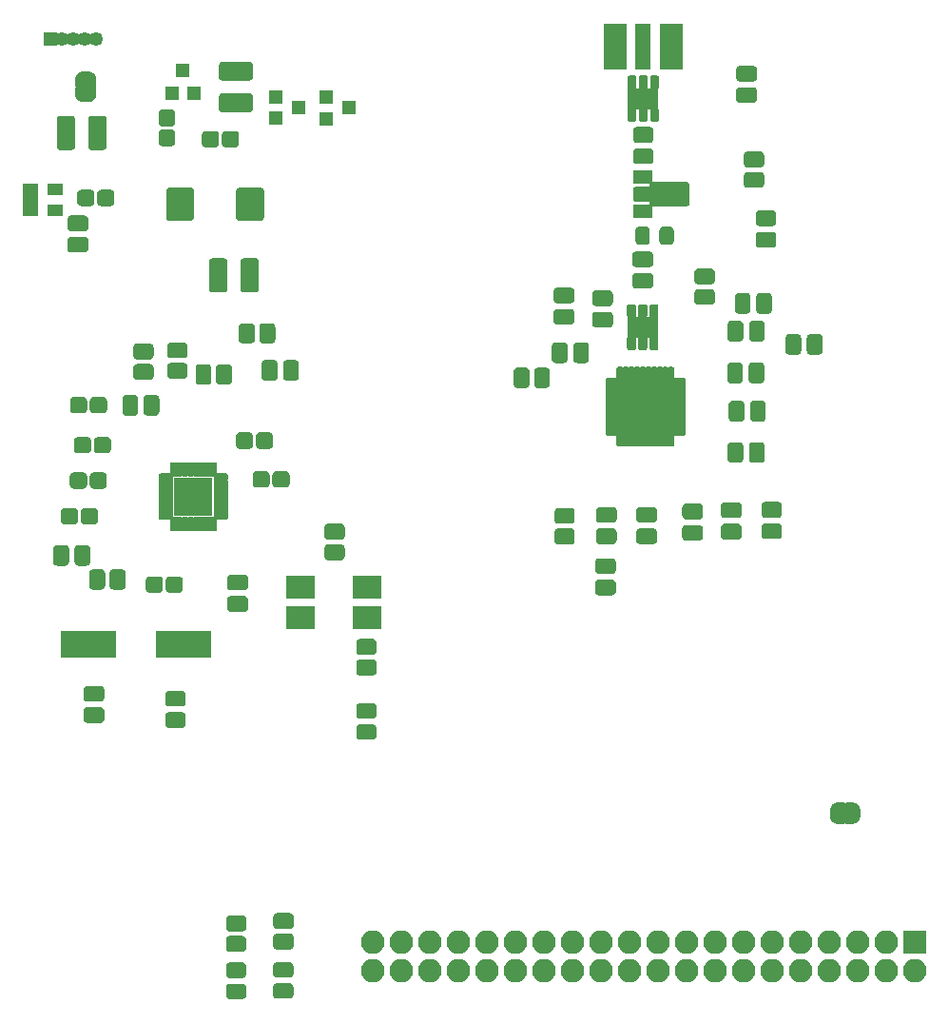
<source format=gbr>
%TF.GenerationSoftware,KiCad,Pcbnew,5.1.5+dfsg1-2build2*%
%TF.CreationDate,2021-02-28T15:53:15+02:00*%
%TF.ProjectId,msisdr,6d736973-6472-42e6-9b69-6361645f7063,Version 1.0*%
%TF.SameCoordinates,Original*%
%TF.FileFunction,Soldermask,Top*%
%TF.FilePolarity,Negative*%
%FSLAX46Y46*%
G04 Gerber Fmt 4.6, Leading zero omitted, Abs format (unit mm)*
G04 Created by KiCad (PCBNEW 5.1.5+dfsg1-2build2) date 2021-02-28 15:53:15*
%MOMM*%
%LPD*%
G04 APERTURE LIST*
%ADD10C,0.100000*%
%ADD11R,2.800000X1.900000*%
%ADD12R,5.000000X5.000000*%
%ADD13R,1.460000X1.050000*%
%ADD14R,1.200000X1.300000*%
%ADD15R,4.900000X2.400000*%
%ADD16R,3.500000X3.500000*%
%ADD17R,2.500000X2.100000*%
%ADD18R,1.300000X1.200000*%
%ADD19R,1.350000X4.100000*%
%ADD20R,2.100000X4.100000*%
%ADD21R,2.100000X2.100000*%
%ADD22O,2.100000X2.100000*%
%ADD23R,1.250000X1.250000*%
%ADD24O,1.250000X1.250000*%
%ADD25R,1.700000X1.300000*%
G04 APERTURE END LIST*
D10*
%TO.C,C20*%
G36*
X143154106Y-70929685D02*
G01*
X143188082Y-70934725D01*
X143221400Y-70943071D01*
X143253739Y-70954642D01*
X143284789Y-70969328D01*
X143314250Y-70986986D01*
X143341838Y-71007446D01*
X143367287Y-71030513D01*
X143390354Y-71055962D01*
X143410814Y-71083550D01*
X143428472Y-71113011D01*
X143443158Y-71144061D01*
X143454729Y-71176400D01*
X143463075Y-71209718D01*
X143468115Y-71243694D01*
X143469800Y-71278000D01*
X143469800Y-71978000D01*
X143468115Y-72012306D01*
X143463075Y-72046282D01*
X143454729Y-72079600D01*
X143443158Y-72111939D01*
X143428472Y-72142989D01*
X143410814Y-72172450D01*
X143390354Y-72200038D01*
X143367287Y-72225487D01*
X143341838Y-72248554D01*
X143314250Y-72269014D01*
X143284789Y-72286672D01*
X143253739Y-72301358D01*
X143221400Y-72312929D01*
X143188082Y-72321275D01*
X143154106Y-72326315D01*
X143119800Y-72328000D01*
X141969800Y-72328000D01*
X141935494Y-72326315D01*
X141901518Y-72321275D01*
X141868200Y-72312929D01*
X141835861Y-72301358D01*
X141804811Y-72286672D01*
X141775350Y-72269014D01*
X141747762Y-72248554D01*
X141722313Y-72225487D01*
X141699246Y-72200038D01*
X141678786Y-72172450D01*
X141661128Y-72142989D01*
X141646442Y-72111939D01*
X141634871Y-72079600D01*
X141626525Y-72046282D01*
X141621485Y-72012306D01*
X141619800Y-71978000D01*
X141619800Y-71278000D01*
X141621485Y-71243694D01*
X141626525Y-71209718D01*
X141634871Y-71176400D01*
X141646442Y-71144061D01*
X141661128Y-71113011D01*
X141678786Y-71083550D01*
X141699246Y-71055962D01*
X141722313Y-71030513D01*
X141747762Y-71007446D01*
X141775350Y-70986986D01*
X141804811Y-70969328D01*
X141835861Y-70954642D01*
X141868200Y-70943071D01*
X141901518Y-70934725D01*
X141935494Y-70929685D01*
X141969800Y-70928000D01*
X143119800Y-70928000D01*
X143154106Y-70929685D01*
G37*
G36*
X143154106Y-69029685D02*
G01*
X143188082Y-69034725D01*
X143221400Y-69043071D01*
X143253739Y-69054642D01*
X143284789Y-69069328D01*
X143314250Y-69086986D01*
X143341838Y-69107446D01*
X143367287Y-69130513D01*
X143390354Y-69155962D01*
X143410814Y-69183550D01*
X143428472Y-69213011D01*
X143443158Y-69244061D01*
X143454729Y-69276400D01*
X143463075Y-69309718D01*
X143468115Y-69343694D01*
X143469800Y-69378000D01*
X143469800Y-70078000D01*
X143468115Y-70112306D01*
X143463075Y-70146282D01*
X143454729Y-70179600D01*
X143443158Y-70211939D01*
X143428472Y-70242989D01*
X143410814Y-70272450D01*
X143390354Y-70300038D01*
X143367287Y-70325487D01*
X143341838Y-70348554D01*
X143314250Y-70369014D01*
X143284789Y-70386672D01*
X143253739Y-70401358D01*
X143221400Y-70412929D01*
X143188082Y-70421275D01*
X143154106Y-70426315D01*
X143119800Y-70428000D01*
X141969800Y-70428000D01*
X141935494Y-70426315D01*
X141901518Y-70421275D01*
X141868200Y-70412929D01*
X141835861Y-70401358D01*
X141804811Y-70386672D01*
X141775350Y-70369014D01*
X141747762Y-70348554D01*
X141722313Y-70325487D01*
X141699246Y-70300038D01*
X141678786Y-70272450D01*
X141661128Y-70242989D01*
X141646442Y-70211939D01*
X141634871Y-70179600D01*
X141626525Y-70146282D01*
X141621485Y-70112306D01*
X141619800Y-70078000D01*
X141619800Y-69378000D01*
X141621485Y-69343694D01*
X141626525Y-69309718D01*
X141634871Y-69276400D01*
X141646442Y-69244061D01*
X141661128Y-69213011D01*
X141678786Y-69183550D01*
X141699246Y-69155962D01*
X141722313Y-69130513D01*
X141747762Y-69107446D01*
X141775350Y-69086986D01*
X141804811Y-69069328D01*
X141835861Y-69054642D01*
X141868200Y-69043071D01*
X141901518Y-69034725D01*
X141935494Y-69029685D01*
X141969800Y-69028000D01*
X143119800Y-69028000D01*
X143154106Y-69029685D01*
G37*
%TD*%
D11*
%TO.C,U5*%
X142544800Y-66497200D03*
D10*
G36*
X143764403Y-67348163D02*
G01*
X143783818Y-67351043D01*
X143802857Y-67355812D01*
X143821337Y-67362424D01*
X143839079Y-67370816D01*
X143855914Y-67380906D01*
X143871679Y-67392598D01*
X143886221Y-67405779D01*
X143899402Y-67420321D01*
X143911094Y-67436086D01*
X143921184Y-67452921D01*
X143929576Y-67470663D01*
X143936188Y-67489143D01*
X143940957Y-67508182D01*
X143943837Y-67527597D01*
X143944800Y-67547200D01*
X143944800Y-68347200D01*
X143943837Y-68366803D01*
X143940957Y-68386218D01*
X143936188Y-68405257D01*
X143929576Y-68423737D01*
X143921184Y-68441479D01*
X143911094Y-68458314D01*
X143899402Y-68474079D01*
X143886221Y-68488621D01*
X143871679Y-68501802D01*
X143855914Y-68513494D01*
X143839079Y-68523584D01*
X143821337Y-68531976D01*
X143802857Y-68538588D01*
X143783818Y-68543357D01*
X143764403Y-68546237D01*
X143744800Y-68547200D01*
X143344800Y-68547200D01*
X143325197Y-68546237D01*
X143305782Y-68543357D01*
X143286743Y-68538588D01*
X143268263Y-68531976D01*
X143250521Y-68523584D01*
X143233686Y-68513494D01*
X143217921Y-68501802D01*
X143203379Y-68488621D01*
X143190198Y-68474079D01*
X143178506Y-68458314D01*
X143168416Y-68441479D01*
X143160024Y-68423737D01*
X143153412Y-68405257D01*
X143148643Y-68386218D01*
X143145763Y-68366803D01*
X143144800Y-68347200D01*
X143144800Y-67547200D01*
X143145763Y-67527597D01*
X143148643Y-67508182D01*
X143153412Y-67489143D01*
X143160024Y-67470663D01*
X143168416Y-67452921D01*
X143178506Y-67436086D01*
X143190198Y-67420321D01*
X143203379Y-67405779D01*
X143217921Y-67392598D01*
X143233686Y-67380906D01*
X143250521Y-67370816D01*
X143268263Y-67362424D01*
X143286743Y-67355812D01*
X143305782Y-67351043D01*
X143325197Y-67348163D01*
X143344800Y-67347200D01*
X143744800Y-67347200D01*
X143764403Y-67348163D01*
G37*
G36*
X142764403Y-67348163D02*
G01*
X142783818Y-67351043D01*
X142802857Y-67355812D01*
X142821337Y-67362424D01*
X142839079Y-67370816D01*
X142855914Y-67380906D01*
X142871679Y-67392598D01*
X142886221Y-67405779D01*
X142899402Y-67420321D01*
X142911094Y-67436086D01*
X142921184Y-67452921D01*
X142929576Y-67470663D01*
X142936188Y-67489143D01*
X142940957Y-67508182D01*
X142943837Y-67527597D01*
X142944800Y-67547200D01*
X142944800Y-68347200D01*
X142943837Y-68366803D01*
X142940957Y-68386218D01*
X142936188Y-68405257D01*
X142929576Y-68423737D01*
X142921184Y-68441479D01*
X142911094Y-68458314D01*
X142899402Y-68474079D01*
X142886221Y-68488621D01*
X142871679Y-68501802D01*
X142855914Y-68513494D01*
X142839079Y-68523584D01*
X142821337Y-68531976D01*
X142802857Y-68538588D01*
X142783818Y-68543357D01*
X142764403Y-68546237D01*
X142744800Y-68547200D01*
X142344800Y-68547200D01*
X142325197Y-68546237D01*
X142305782Y-68543357D01*
X142286743Y-68538588D01*
X142268263Y-68531976D01*
X142250521Y-68523584D01*
X142233686Y-68513494D01*
X142217921Y-68501802D01*
X142203379Y-68488621D01*
X142190198Y-68474079D01*
X142178506Y-68458314D01*
X142168416Y-68441479D01*
X142160024Y-68423737D01*
X142153412Y-68405257D01*
X142148643Y-68386218D01*
X142145763Y-68366803D01*
X142144800Y-68347200D01*
X142144800Y-67547200D01*
X142145763Y-67527597D01*
X142148643Y-67508182D01*
X142153412Y-67489143D01*
X142160024Y-67470663D01*
X142168416Y-67452921D01*
X142178506Y-67436086D01*
X142190198Y-67420321D01*
X142203379Y-67405779D01*
X142217921Y-67392598D01*
X142233686Y-67380906D01*
X142250521Y-67370816D01*
X142268263Y-67362424D01*
X142286743Y-67355812D01*
X142305782Y-67351043D01*
X142325197Y-67348163D01*
X142344800Y-67347200D01*
X142744800Y-67347200D01*
X142764403Y-67348163D01*
G37*
G36*
X141764403Y-67348163D02*
G01*
X141783818Y-67351043D01*
X141802857Y-67355812D01*
X141821337Y-67362424D01*
X141839079Y-67370816D01*
X141855914Y-67380906D01*
X141871679Y-67392598D01*
X141886221Y-67405779D01*
X141899402Y-67420321D01*
X141911094Y-67436086D01*
X141921184Y-67452921D01*
X141929576Y-67470663D01*
X141936188Y-67489143D01*
X141940957Y-67508182D01*
X141943837Y-67527597D01*
X141944800Y-67547200D01*
X141944800Y-68347200D01*
X141943837Y-68366803D01*
X141940957Y-68386218D01*
X141936188Y-68405257D01*
X141929576Y-68423737D01*
X141921184Y-68441479D01*
X141911094Y-68458314D01*
X141899402Y-68474079D01*
X141886221Y-68488621D01*
X141871679Y-68501802D01*
X141855914Y-68513494D01*
X141839079Y-68523584D01*
X141821337Y-68531976D01*
X141802857Y-68538588D01*
X141783818Y-68543357D01*
X141764403Y-68546237D01*
X141744800Y-68547200D01*
X141344800Y-68547200D01*
X141325197Y-68546237D01*
X141305782Y-68543357D01*
X141286743Y-68538588D01*
X141268263Y-68531976D01*
X141250521Y-68523584D01*
X141233686Y-68513494D01*
X141217921Y-68501802D01*
X141203379Y-68488621D01*
X141190198Y-68474079D01*
X141178506Y-68458314D01*
X141168416Y-68441479D01*
X141160024Y-68423737D01*
X141153412Y-68405257D01*
X141148643Y-68386218D01*
X141145763Y-68366803D01*
X141144800Y-68347200D01*
X141144800Y-67547200D01*
X141145763Y-67527597D01*
X141148643Y-67508182D01*
X141153412Y-67489143D01*
X141160024Y-67470663D01*
X141168416Y-67452921D01*
X141178506Y-67436086D01*
X141190198Y-67420321D01*
X141203379Y-67405779D01*
X141217921Y-67392598D01*
X141233686Y-67380906D01*
X141250521Y-67370816D01*
X141268263Y-67362424D01*
X141286743Y-67355812D01*
X141305782Y-67351043D01*
X141325197Y-67348163D01*
X141344800Y-67347200D01*
X141744800Y-67347200D01*
X141764403Y-67348163D01*
G37*
G36*
X141764403Y-64448163D02*
G01*
X141783818Y-64451043D01*
X141802857Y-64455812D01*
X141821337Y-64462424D01*
X141839079Y-64470816D01*
X141855914Y-64480906D01*
X141871679Y-64492598D01*
X141886221Y-64505779D01*
X141899402Y-64520321D01*
X141911094Y-64536086D01*
X141921184Y-64552921D01*
X141929576Y-64570663D01*
X141936188Y-64589143D01*
X141940957Y-64608182D01*
X141943837Y-64627597D01*
X141944800Y-64647200D01*
X141944800Y-65447200D01*
X141943837Y-65466803D01*
X141940957Y-65486218D01*
X141936188Y-65505257D01*
X141929576Y-65523737D01*
X141921184Y-65541479D01*
X141911094Y-65558314D01*
X141899402Y-65574079D01*
X141886221Y-65588621D01*
X141871679Y-65601802D01*
X141855914Y-65613494D01*
X141839079Y-65623584D01*
X141821337Y-65631976D01*
X141802857Y-65638588D01*
X141783818Y-65643357D01*
X141764403Y-65646237D01*
X141744800Y-65647200D01*
X141344800Y-65647200D01*
X141325197Y-65646237D01*
X141305782Y-65643357D01*
X141286743Y-65638588D01*
X141268263Y-65631976D01*
X141250521Y-65623584D01*
X141233686Y-65613494D01*
X141217921Y-65601802D01*
X141203379Y-65588621D01*
X141190198Y-65574079D01*
X141178506Y-65558314D01*
X141168416Y-65541479D01*
X141160024Y-65523737D01*
X141153412Y-65505257D01*
X141148643Y-65486218D01*
X141145763Y-65466803D01*
X141144800Y-65447200D01*
X141144800Y-64647200D01*
X141145763Y-64627597D01*
X141148643Y-64608182D01*
X141153412Y-64589143D01*
X141160024Y-64570663D01*
X141168416Y-64552921D01*
X141178506Y-64536086D01*
X141190198Y-64520321D01*
X141203379Y-64505779D01*
X141217921Y-64492598D01*
X141233686Y-64480906D01*
X141250521Y-64470816D01*
X141268263Y-64462424D01*
X141286743Y-64455812D01*
X141305782Y-64451043D01*
X141325197Y-64448163D01*
X141344800Y-64447200D01*
X141744800Y-64447200D01*
X141764403Y-64448163D01*
G37*
G36*
X142764403Y-64448163D02*
G01*
X142783818Y-64451043D01*
X142802857Y-64455812D01*
X142821337Y-64462424D01*
X142839079Y-64470816D01*
X142855914Y-64480906D01*
X142871679Y-64492598D01*
X142886221Y-64505779D01*
X142899402Y-64520321D01*
X142911094Y-64536086D01*
X142921184Y-64552921D01*
X142929576Y-64570663D01*
X142936188Y-64589143D01*
X142940957Y-64608182D01*
X142943837Y-64627597D01*
X142944800Y-64647200D01*
X142944800Y-65447200D01*
X142943837Y-65466803D01*
X142940957Y-65486218D01*
X142936188Y-65505257D01*
X142929576Y-65523737D01*
X142921184Y-65541479D01*
X142911094Y-65558314D01*
X142899402Y-65574079D01*
X142886221Y-65588621D01*
X142871679Y-65601802D01*
X142855914Y-65613494D01*
X142839079Y-65623584D01*
X142821337Y-65631976D01*
X142802857Y-65638588D01*
X142783818Y-65643357D01*
X142764403Y-65646237D01*
X142744800Y-65647200D01*
X142344800Y-65647200D01*
X142325197Y-65646237D01*
X142305782Y-65643357D01*
X142286743Y-65638588D01*
X142268263Y-65631976D01*
X142250521Y-65623584D01*
X142233686Y-65613494D01*
X142217921Y-65601802D01*
X142203379Y-65588621D01*
X142190198Y-65574079D01*
X142178506Y-65558314D01*
X142168416Y-65541479D01*
X142160024Y-65523737D01*
X142153412Y-65505257D01*
X142148643Y-65486218D01*
X142145763Y-65466803D01*
X142144800Y-65447200D01*
X142144800Y-64647200D01*
X142145763Y-64627597D01*
X142148643Y-64608182D01*
X142153412Y-64589143D01*
X142160024Y-64570663D01*
X142168416Y-64552921D01*
X142178506Y-64536086D01*
X142190198Y-64520321D01*
X142203379Y-64505779D01*
X142217921Y-64492598D01*
X142233686Y-64480906D01*
X142250521Y-64470816D01*
X142268263Y-64462424D01*
X142286743Y-64455812D01*
X142305782Y-64451043D01*
X142325197Y-64448163D01*
X142344800Y-64447200D01*
X142744800Y-64447200D01*
X142764403Y-64448163D01*
G37*
G36*
X143764403Y-64448163D02*
G01*
X143783818Y-64451043D01*
X143802857Y-64455812D01*
X143821337Y-64462424D01*
X143839079Y-64470816D01*
X143855914Y-64480906D01*
X143871679Y-64492598D01*
X143886221Y-64505779D01*
X143899402Y-64520321D01*
X143911094Y-64536086D01*
X143921184Y-64552921D01*
X143929576Y-64570663D01*
X143936188Y-64589143D01*
X143940957Y-64608182D01*
X143943837Y-64627597D01*
X143944800Y-64647200D01*
X143944800Y-65447200D01*
X143943837Y-65466803D01*
X143940957Y-65486218D01*
X143936188Y-65505257D01*
X143929576Y-65523737D01*
X143921184Y-65541479D01*
X143911094Y-65558314D01*
X143899402Y-65574079D01*
X143886221Y-65588621D01*
X143871679Y-65601802D01*
X143855914Y-65613494D01*
X143839079Y-65623584D01*
X143821337Y-65631976D01*
X143802857Y-65638588D01*
X143783818Y-65643357D01*
X143764403Y-65646237D01*
X143744800Y-65647200D01*
X143344800Y-65647200D01*
X143325197Y-65646237D01*
X143305782Y-65643357D01*
X143286743Y-65638588D01*
X143268263Y-65631976D01*
X143250521Y-65623584D01*
X143233686Y-65613494D01*
X143217921Y-65601802D01*
X143203379Y-65588621D01*
X143190198Y-65574079D01*
X143178506Y-65558314D01*
X143168416Y-65541479D01*
X143160024Y-65523737D01*
X143153412Y-65505257D01*
X143148643Y-65486218D01*
X143145763Y-65466803D01*
X143144800Y-65447200D01*
X143144800Y-64647200D01*
X143145763Y-64627597D01*
X143148643Y-64608182D01*
X143153412Y-64589143D01*
X143160024Y-64570663D01*
X143168416Y-64552921D01*
X143178506Y-64536086D01*
X143190198Y-64520321D01*
X143203379Y-64505779D01*
X143217921Y-64492598D01*
X143233686Y-64480906D01*
X143250521Y-64470816D01*
X143268263Y-64462424D01*
X143286743Y-64455812D01*
X143305782Y-64451043D01*
X143325197Y-64448163D01*
X143344800Y-64447200D01*
X143744800Y-64447200D01*
X143764403Y-64448163D01*
G37*
%TD*%
%TO.C,L4*%
G36*
X91670146Y-68021789D02*
G01*
X91702180Y-68026541D01*
X91733594Y-68034410D01*
X91764086Y-68045320D01*
X91793361Y-68059166D01*
X91821138Y-68075815D01*
X91847150Y-68095107D01*
X91871145Y-68116855D01*
X91892893Y-68140850D01*
X91912185Y-68166862D01*
X91928834Y-68194639D01*
X91942680Y-68223914D01*
X91953590Y-68254406D01*
X91961459Y-68285820D01*
X91966211Y-68317854D01*
X91967800Y-68350200D01*
X91967800Y-70740200D01*
X91966211Y-70772546D01*
X91961459Y-70804580D01*
X91953590Y-70835994D01*
X91942680Y-70866486D01*
X91928834Y-70895761D01*
X91912185Y-70923538D01*
X91892893Y-70949550D01*
X91871145Y-70973545D01*
X91847150Y-70995293D01*
X91821138Y-71014585D01*
X91793361Y-71031234D01*
X91764086Y-71045080D01*
X91733594Y-71055990D01*
X91702180Y-71063859D01*
X91670146Y-71068611D01*
X91637800Y-71070200D01*
X90647800Y-71070200D01*
X90615454Y-71068611D01*
X90583420Y-71063859D01*
X90552006Y-71055990D01*
X90521514Y-71045080D01*
X90492239Y-71031234D01*
X90464462Y-71014585D01*
X90438450Y-70995293D01*
X90414455Y-70973545D01*
X90392707Y-70949550D01*
X90373415Y-70923538D01*
X90356766Y-70895761D01*
X90342920Y-70866486D01*
X90332010Y-70835994D01*
X90324141Y-70804580D01*
X90319389Y-70772546D01*
X90317800Y-70740200D01*
X90317800Y-68350200D01*
X90319389Y-68317854D01*
X90324141Y-68285820D01*
X90332010Y-68254406D01*
X90342920Y-68223914D01*
X90356766Y-68194639D01*
X90373415Y-68166862D01*
X90392707Y-68140850D01*
X90414455Y-68116855D01*
X90438450Y-68095107D01*
X90464462Y-68075815D01*
X90492239Y-68059166D01*
X90521514Y-68045320D01*
X90552006Y-68034410D01*
X90583420Y-68026541D01*
X90615454Y-68021789D01*
X90647800Y-68020200D01*
X91637800Y-68020200D01*
X91670146Y-68021789D01*
G37*
G36*
X94470146Y-68021789D02*
G01*
X94502180Y-68026541D01*
X94533594Y-68034410D01*
X94564086Y-68045320D01*
X94593361Y-68059166D01*
X94621138Y-68075815D01*
X94647150Y-68095107D01*
X94671145Y-68116855D01*
X94692893Y-68140850D01*
X94712185Y-68166862D01*
X94728834Y-68194639D01*
X94742680Y-68223914D01*
X94753590Y-68254406D01*
X94761459Y-68285820D01*
X94766211Y-68317854D01*
X94767800Y-68350200D01*
X94767800Y-70740200D01*
X94766211Y-70772546D01*
X94761459Y-70804580D01*
X94753590Y-70835994D01*
X94742680Y-70866486D01*
X94728834Y-70895761D01*
X94712185Y-70923538D01*
X94692893Y-70949550D01*
X94671145Y-70973545D01*
X94647150Y-70995293D01*
X94621138Y-71014585D01*
X94593361Y-71031234D01*
X94564086Y-71045080D01*
X94533594Y-71055990D01*
X94502180Y-71063859D01*
X94470146Y-71068611D01*
X94437800Y-71070200D01*
X93447800Y-71070200D01*
X93415454Y-71068611D01*
X93383420Y-71063859D01*
X93352006Y-71055990D01*
X93321514Y-71045080D01*
X93292239Y-71031234D01*
X93264462Y-71014585D01*
X93238450Y-70995293D01*
X93214455Y-70973545D01*
X93192707Y-70949550D01*
X93173415Y-70923538D01*
X93156766Y-70895761D01*
X93142920Y-70866486D01*
X93132010Y-70835994D01*
X93124141Y-70804580D01*
X93119389Y-70772546D01*
X93117800Y-70740200D01*
X93117800Y-68350200D01*
X93119389Y-68317854D01*
X93124141Y-68285820D01*
X93132010Y-68254406D01*
X93142920Y-68223914D01*
X93156766Y-68194639D01*
X93173415Y-68166862D01*
X93192707Y-68140850D01*
X93214455Y-68116855D01*
X93238450Y-68095107D01*
X93264462Y-68075815D01*
X93292239Y-68059166D01*
X93321514Y-68045320D01*
X93352006Y-68034410D01*
X93383420Y-68026541D01*
X93415454Y-68021789D01*
X93447800Y-68020200D01*
X94437800Y-68020200D01*
X94470146Y-68021789D01*
G37*
%TD*%
%TO.C,L3*%
G36*
X107500946Y-63242989D02*
G01*
X107532980Y-63247741D01*
X107564394Y-63255610D01*
X107594886Y-63266520D01*
X107624161Y-63280366D01*
X107651938Y-63297015D01*
X107677950Y-63316307D01*
X107701945Y-63338055D01*
X107723693Y-63362050D01*
X107742985Y-63388062D01*
X107759634Y-63415839D01*
X107773480Y-63445114D01*
X107784390Y-63475606D01*
X107792259Y-63507020D01*
X107797011Y-63539054D01*
X107798600Y-63571400D01*
X107798600Y-64561400D01*
X107797011Y-64593746D01*
X107792259Y-64625780D01*
X107784390Y-64657194D01*
X107773480Y-64687686D01*
X107759634Y-64716961D01*
X107742985Y-64744738D01*
X107723693Y-64770750D01*
X107701945Y-64794745D01*
X107677950Y-64816493D01*
X107651938Y-64835785D01*
X107624161Y-64852434D01*
X107594886Y-64866280D01*
X107564394Y-64877190D01*
X107532980Y-64885059D01*
X107500946Y-64889811D01*
X107468600Y-64891400D01*
X105078600Y-64891400D01*
X105046254Y-64889811D01*
X105014220Y-64885059D01*
X104982806Y-64877190D01*
X104952314Y-64866280D01*
X104923039Y-64852434D01*
X104895262Y-64835785D01*
X104869250Y-64816493D01*
X104845255Y-64794745D01*
X104823507Y-64770750D01*
X104804215Y-64744738D01*
X104787566Y-64716961D01*
X104773720Y-64687686D01*
X104762810Y-64657194D01*
X104754941Y-64625780D01*
X104750189Y-64593746D01*
X104748600Y-64561400D01*
X104748600Y-63571400D01*
X104750189Y-63539054D01*
X104754941Y-63507020D01*
X104762810Y-63475606D01*
X104773720Y-63445114D01*
X104787566Y-63415839D01*
X104804215Y-63388062D01*
X104823507Y-63362050D01*
X104845255Y-63338055D01*
X104869250Y-63316307D01*
X104895262Y-63297015D01*
X104923039Y-63280366D01*
X104952314Y-63266520D01*
X104982806Y-63255610D01*
X105014220Y-63247741D01*
X105046254Y-63242989D01*
X105078600Y-63241400D01*
X107468600Y-63241400D01*
X107500946Y-63242989D01*
G37*
G36*
X107500946Y-66042989D02*
G01*
X107532980Y-66047741D01*
X107564394Y-66055610D01*
X107594886Y-66066520D01*
X107624161Y-66080366D01*
X107651938Y-66097015D01*
X107677950Y-66116307D01*
X107701945Y-66138055D01*
X107723693Y-66162050D01*
X107742985Y-66188062D01*
X107759634Y-66215839D01*
X107773480Y-66245114D01*
X107784390Y-66275606D01*
X107792259Y-66307020D01*
X107797011Y-66339054D01*
X107798600Y-66371400D01*
X107798600Y-67361400D01*
X107797011Y-67393746D01*
X107792259Y-67425780D01*
X107784390Y-67457194D01*
X107773480Y-67487686D01*
X107759634Y-67516961D01*
X107742985Y-67544738D01*
X107723693Y-67570750D01*
X107701945Y-67594745D01*
X107677950Y-67616493D01*
X107651938Y-67635785D01*
X107624161Y-67652434D01*
X107594886Y-67666280D01*
X107564394Y-67677190D01*
X107532980Y-67685059D01*
X107500946Y-67689811D01*
X107468600Y-67691400D01*
X105078600Y-67691400D01*
X105046254Y-67689811D01*
X105014220Y-67685059D01*
X104982806Y-67677190D01*
X104952314Y-67666280D01*
X104923039Y-67652434D01*
X104895262Y-67635785D01*
X104869250Y-67616493D01*
X104845255Y-67594745D01*
X104823507Y-67570750D01*
X104804215Y-67544738D01*
X104787566Y-67516961D01*
X104773720Y-67487686D01*
X104762810Y-67457194D01*
X104754941Y-67425780D01*
X104750189Y-67393746D01*
X104748600Y-67361400D01*
X104748600Y-66371400D01*
X104750189Y-66339054D01*
X104754941Y-66307020D01*
X104762810Y-66275606D01*
X104773720Y-66245114D01*
X104787566Y-66215839D01*
X104804215Y-66188062D01*
X104823507Y-66162050D01*
X104845255Y-66138055D01*
X104869250Y-66116307D01*
X104895262Y-66097015D01*
X104923039Y-66080366D01*
X104952314Y-66066520D01*
X104982806Y-66055610D01*
X105014220Y-66047741D01*
X105046254Y-66042989D01*
X105078600Y-66041400D01*
X107468600Y-66041400D01*
X107500946Y-66042989D01*
G37*
%TD*%
%TO.C,L2*%
G36*
X105227446Y-80696389D02*
G01*
X105259480Y-80701141D01*
X105290894Y-80709010D01*
X105321386Y-80719920D01*
X105350661Y-80733766D01*
X105378438Y-80750415D01*
X105404450Y-80769707D01*
X105428445Y-80791455D01*
X105450193Y-80815450D01*
X105469485Y-80841462D01*
X105486134Y-80869239D01*
X105499980Y-80898514D01*
X105510890Y-80929006D01*
X105518759Y-80960420D01*
X105523511Y-80992454D01*
X105525100Y-81024800D01*
X105525100Y-83414800D01*
X105523511Y-83447146D01*
X105518759Y-83479180D01*
X105510890Y-83510594D01*
X105499980Y-83541086D01*
X105486134Y-83570361D01*
X105469485Y-83598138D01*
X105450193Y-83624150D01*
X105428445Y-83648145D01*
X105404450Y-83669893D01*
X105378438Y-83689185D01*
X105350661Y-83705834D01*
X105321386Y-83719680D01*
X105290894Y-83730590D01*
X105259480Y-83738459D01*
X105227446Y-83743211D01*
X105195100Y-83744800D01*
X104205100Y-83744800D01*
X104172754Y-83743211D01*
X104140720Y-83738459D01*
X104109306Y-83730590D01*
X104078814Y-83719680D01*
X104049539Y-83705834D01*
X104021762Y-83689185D01*
X103995750Y-83669893D01*
X103971755Y-83648145D01*
X103950007Y-83624150D01*
X103930715Y-83598138D01*
X103914066Y-83570361D01*
X103900220Y-83541086D01*
X103889310Y-83510594D01*
X103881441Y-83479180D01*
X103876689Y-83447146D01*
X103875100Y-83414800D01*
X103875100Y-81024800D01*
X103876689Y-80992454D01*
X103881441Y-80960420D01*
X103889310Y-80929006D01*
X103900220Y-80898514D01*
X103914066Y-80869239D01*
X103930715Y-80841462D01*
X103950007Y-80815450D01*
X103971755Y-80791455D01*
X103995750Y-80769707D01*
X104021762Y-80750415D01*
X104049539Y-80733766D01*
X104078814Y-80719920D01*
X104109306Y-80709010D01*
X104140720Y-80701141D01*
X104172754Y-80696389D01*
X104205100Y-80694800D01*
X105195100Y-80694800D01*
X105227446Y-80696389D01*
G37*
G36*
X108027446Y-80696389D02*
G01*
X108059480Y-80701141D01*
X108090894Y-80709010D01*
X108121386Y-80719920D01*
X108150661Y-80733766D01*
X108178438Y-80750415D01*
X108204450Y-80769707D01*
X108228445Y-80791455D01*
X108250193Y-80815450D01*
X108269485Y-80841462D01*
X108286134Y-80869239D01*
X108299980Y-80898514D01*
X108310890Y-80929006D01*
X108318759Y-80960420D01*
X108323511Y-80992454D01*
X108325100Y-81024800D01*
X108325100Y-83414800D01*
X108323511Y-83447146D01*
X108318759Y-83479180D01*
X108310890Y-83510594D01*
X108299980Y-83541086D01*
X108286134Y-83570361D01*
X108269485Y-83598138D01*
X108250193Y-83624150D01*
X108228445Y-83648145D01*
X108204450Y-83669893D01*
X108178438Y-83689185D01*
X108150661Y-83705834D01*
X108121386Y-83719680D01*
X108090894Y-83730590D01*
X108059480Y-83738459D01*
X108027446Y-83743211D01*
X107995100Y-83744800D01*
X107005100Y-83744800D01*
X106972754Y-83743211D01*
X106940720Y-83738459D01*
X106909306Y-83730590D01*
X106878814Y-83719680D01*
X106849539Y-83705834D01*
X106821762Y-83689185D01*
X106795750Y-83669893D01*
X106771755Y-83648145D01*
X106750007Y-83624150D01*
X106730715Y-83598138D01*
X106714066Y-83570361D01*
X106700220Y-83541086D01*
X106689310Y-83510594D01*
X106681441Y-83479180D01*
X106676689Y-83447146D01*
X106675100Y-83414800D01*
X106675100Y-81024800D01*
X106676689Y-80992454D01*
X106681441Y-80960420D01*
X106689310Y-80929006D01*
X106700220Y-80898514D01*
X106714066Y-80869239D01*
X106730715Y-80841462D01*
X106750007Y-80815450D01*
X106771755Y-80791455D01*
X106795750Y-80769707D01*
X106821762Y-80750415D01*
X106849539Y-80733766D01*
X106878814Y-80719920D01*
X106909306Y-80709010D01*
X106940720Y-80701141D01*
X106972754Y-80696389D01*
X107005100Y-80694800D01*
X107995100Y-80694800D01*
X108027446Y-80696389D01*
G37*
%TD*%
%TO.C,U4*%
G36*
X145176428Y-90367282D02*
G01*
X145192202Y-90369622D01*
X145207671Y-90373497D01*
X145222686Y-90378870D01*
X145237102Y-90385688D01*
X145250780Y-90393886D01*
X145263589Y-90403386D01*
X145275405Y-90414095D01*
X145286114Y-90425911D01*
X145295614Y-90438720D01*
X145303812Y-90452398D01*
X145310630Y-90466814D01*
X145316003Y-90481829D01*
X145319878Y-90497298D01*
X145322218Y-90513072D01*
X145323000Y-90529000D01*
X145323000Y-91429000D01*
X145322218Y-91444928D01*
X145319878Y-91460702D01*
X145316003Y-91476171D01*
X145310630Y-91491186D01*
X145303812Y-91505602D01*
X145295614Y-91519280D01*
X145286114Y-91532089D01*
X145275405Y-91543905D01*
X145263589Y-91554614D01*
X145250780Y-91564114D01*
X145237102Y-91572312D01*
X145222686Y-91579130D01*
X145207671Y-91584503D01*
X145192202Y-91588378D01*
X145176428Y-91590718D01*
X145160500Y-91591500D01*
X144835500Y-91591500D01*
X144819572Y-91590718D01*
X144803798Y-91588378D01*
X144788329Y-91584503D01*
X144773314Y-91579130D01*
X144758898Y-91572312D01*
X144745220Y-91564114D01*
X144732411Y-91554614D01*
X144720595Y-91543905D01*
X144709886Y-91532089D01*
X144700386Y-91519280D01*
X144692188Y-91505602D01*
X144685370Y-91491186D01*
X144679997Y-91476171D01*
X144676122Y-91460702D01*
X144673782Y-91444928D01*
X144673000Y-91429000D01*
X144673000Y-90529000D01*
X144673782Y-90513072D01*
X144676122Y-90497298D01*
X144679997Y-90481829D01*
X144685370Y-90466814D01*
X144692188Y-90452398D01*
X144700386Y-90438720D01*
X144709886Y-90425911D01*
X144720595Y-90414095D01*
X144732411Y-90403386D01*
X144745220Y-90393886D01*
X144758898Y-90385688D01*
X144773314Y-90378870D01*
X144788329Y-90373497D01*
X144803798Y-90369622D01*
X144819572Y-90367282D01*
X144835500Y-90366500D01*
X145160500Y-90366500D01*
X145176428Y-90367282D01*
G37*
G36*
X144676428Y-90367282D02*
G01*
X144692202Y-90369622D01*
X144707671Y-90373497D01*
X144722686Y-90378870D01*
X144737102Y-90385688D01*
X144750780Y-90393886D01*
X144763589Y-90403386D01*
X144775405Y-90414095D01*
X144786114Y-90425911D01*
X144795614Y-90438720D01*
X144803812Y-90452398D01*
X144810630Y-90466814D01*
X144816003Y-90481829D01*
X144819878Y-90497298D01*
X144822218Y-90513072D01*
X144823000Y-90529000D01*
X144823000Y-91429000D01*
X144822218Y-91444928D01*
X144819878Y-91460702D01*
X144816003Y-91476171D01*
X144810630Y-91491186D01*
X144803812Y-91505602D01*
X144795614Y-91519280D01*
X144786114Y-91532089D01*
X144775405Y-91543905D01*
X144763589Y-91554614D01*
X144750780Y-91564114D01*
X144737102Y-91572312D01*
X144722686Y-91579130D01*
X144707671Y-91584503D01*
X144692202Y-91588378D01*
X144676428Y-91590718D01*
X144660500Y-91591500D01*
X144335500Y-91591500D01*
X144319572Y-91590718D01*
X144303798Y-91588378D01*
X144288329Y-91584503D01*
X144273314Y-91579130D01*
X144258898Y-91572312D01*
X144245220Y-91564114D01*
X144232411Y-91554614D01*
X144220595Y-91543905D01*
X144209886Y-91532089D01*
X144200386Y-91519280D01*
X144192188Y-91505602D01*
X144185370Y-91491186D01*
X144179997Y-91476171D01*
X144176122Y-91460702D01*
X144173782Y-91444928D01*
X144173000Y-91429000D01*
X144173000Y-90529000D01*
X144173782Y-90513072D01*
X144176122Y-90497298D01*
X144179997Y-90481829D01*
X144185370Y-90466814D01*
X144192188Y-90452398D01*
X144200386Y-90438720D01*
X144209886Y-90425911D01*
X144220595Y-90414095D01*
X144232411Y-90403386D01*
X144245220Y-90393886D01*
X144258898Y-90385688D01*
X144273314Y-90378870D01*
X144288329Y-90373497D01*
X144303798Y-90369622D01*
X144319572Y-90367282D01*
X144335500Y-90366500D01*
X144660500Y-90366500D01*
X144676428Y-90367282D01*
G37*
G36*
X144176428Y-90367282D02*
G01*
X144192202Y-90369622D01*
X144207671Y-90373497D01*
X144222686Y-90378870D01*
X144237102Y-90385688D01*
X144250780Y-90393886D01*
X144263589Y-90403386D01*
X144275405Y-90414095D01*
X144286114Y-90425911D01*
X144295614Y-90438720D01*
X144303812Y-90452398D01*
X144310630Y-90466814D01*
X144316003Y-90481829D01*
X144319878Y-90497298D01*
X144322218Y-90513072D01*
X144323000Y-90529000D01*
X144323000Y-91429000D01*
X144322218Y-91444928D01*
X144319878Y-91460702D01*
X144316003Y-91476171D01*
X144310630Y-91491186D01*
X144303812Y-91505602D01*
X144295614Y-91519280D01*
X144286114Y-91532089D01*
X144275405Y-91543905D01*
X144263589Y-91554614D01*
X144250780Y-91564114D01*
X144237102Y-91572312D01*
X144222686Y-91579130D01*
X144207671Y-91584503D01*
X144192202Y-91588378D01*
X144176428Y-91590718D01*
X144160500Y-91591500D01*
X143835500Y-91591500D01*
X143819572Y-91590718D01*
X143803798Y-91588378D01*
X143788329Y-91584503D01*
X143773314Y-91579130D01*
X143758898Y-91572312D01*
X143745220Y-91564114D01*
X143732411Y-91554614D01*
X143720595Y-91543905D01*
X143709886Y-91532089D01*
X143700386Y-91519280D01*
X143692188Y-91505602D01*
X143685370Y-91491186D01*
X143679997Y-91476171D01*
X143676122Y-91460702D01*
X143673782Y-91444928D01*
X143673000Y-91429000D01*
X143673000Y-90529000D01*
X143673782Y-90513072D01*
X143676122Y-90497298D01*
X143679997Y-90481829D01*
X143685370Y-90466814D01*
X143692188Y-90452398D01*
X143700386Y-90438720D01*
X143709886Y-90425911D01*
X143720595Y-90414095D01*
X143732411Y-90403386D01*
X143745220Y-90393886D01*
X143758898Y-90385688D01*
X143773314Y-90378870D01*
X143788329Y-90373497D01*
X143803798Y-90369622D01*
X143819572Y-90367282D01*
X143835500Y-90366500D01*
X144160500Y-90366500D01*
X144176428Y-90367282D01*
G37*
G36*
X143676428Y-90367282D02*
G01*
X143692202Y-90369622D01*
X143707671Y-90373497D01*
X143722686Y-90378870D01*
X143737102Y-90385688D01*
X143750780Y-90393886D01*
X143763589Y-90403386D01*
X143775405Y-90414095D01*
X143786114Y-90425911D01*
X143795614Y-90438720D01*
X143803812Y-90452398D01*
X143810630Y-90466814D01*
X143816003Y-90481829D01*
X143819878Y-90497298D01*
X143822218Y-90513072D01*
X143823000Y-90529000D01*
X143823000Y-91429000D01*
X143822218Y-91444928D01*
X143819878Y-91460702D01*
X143816003Y-91476171D01*
X143810630Y-91491186D01*
X143803812Y-91505602D01*
X143795614Y-91519280D01*
X143786114Y-91532089D01*
X143775405Y-91543905D01*
X143763589Y-91554614D01*
X143750780Y-91564114D01*
X143737102Y-91572312D01*
X143722686Y-91579130D01*
X143707671Y-91584503D01*
X143692202Y-91588378D01*
X143676428Y-91590718D01*
X143660500Y-91591500D01*
X143335500Y-91591500D01*
X143319572Y-91590718D01*
X143303798Y-91588378D01*
X143288329Y-91584503D01*
X143273314Y-91579130D01*
X143258898Y-91572312D01*
X143245220Y-91564114D01*
X143232411Y-91554614D01*
X143220595Y-91543905D01*
X143209886Y-91532089D01*
X143200386Y-91519280D01*
X143192188Y-91505602D01*
X143185370Y-91491186D01*
X143179997Y-91476171D01*
X143176122Y-91460702D01*
X143173782Y-91444928D01*
X143173000Y-91429000D01*
X143173000Y-90529000D01*
X143173782Y-90513072D01*
X143176122Y-90497298D01*
X143179997Y-90481829D01*
X143185370Y-90466814D01*
X143192188Y-90452398D01*
X143200386Y-90438720D01*
X143209886Y-90425911D01*
X143220595Y-90414095D01*
X143232411Y-90403386D01*
X143245220Y-90393886D01*
X143258898Y-90385688D01*
X143273314Y-90378870D01*
X143288329Y-90373497D01*
X143303798Y-90369622D01*
X143319572Y-90367282D01*
X143335500Y-90366500D01*
X143660500Y-90366500D01*
X143676428Y-90367282D01*
G37*
G36*
X143176428Y-90367282D02*
G01*
X143192202Y-90369622D01*
X143207671Y-90373497D01*
X143222686Y-90378870D01*
X143237102Y-90385688D01*
X143250780Y-90393886D01*
X143263589Y-90403386D01*
X143275405Y-90414095D01*
X143286114Y-90425911D01*
X143295614Y-90438720D01*
X143303812Y-90452398D01*
X143310630Y-90466814D01*
X143316003Y-90481829D01*
X143319878Y-90497298D01*
X143322218Y-90513072D01*
X143323000Y-90529000D01*
X143323000Y-91429000D01*
X143322218Y-91444928D01*
X143319878Y-91460702D01*
X143316003Y-91476171D01*
X143310630Y-91491186D01*
X143303812Y-91505602D01*
X143295614Y-91519280D01*
X143286114Y-91532089D01*
X143275405Y-91543905D01*
X143263589Y-91554614D01*
X143250780Y-91564114D01*
X143237102Y-91572312D01*
X143222686Y-91579130D01*
X143207671Y-91584503D01*
X143192202Y-91588378D01*
X143176428Y-91590718D01*
X143160500Y-91591500D01*
X142835500Y-91591500D01*
X142819572Y-91590718D01*
X142803798Y-91588378D01*
X142788329Y-91584503D01*
X142773314Y-91579130D01*
X142758898Y-91572312D01*
X142745220Y-91564114D01*
X142732411Y-91554614D01*
X142720595Y-91543905D01*
X142709886Y-91532089D01*
X142700386Y-91519280D01*
X142692188Y-91505602D01*
X142685370Y-91491186D01*
X142679997Y-91476171D01*
X142676122Y-91460702D01*
X142673782Y-91444928D01*
X142673000Y-91429000D01*
X142673000Y-90529000D01*
X142673782Y-90513072D01*
X142676122Y-90497298D01*
X142679997Y-90481829D01*
X142685370Y-90466814D01*
X142692188Y-90452398D01*
X142700386Y-90438720D01*
X142709886Y-90425911D01*
X142720595Y-90414095D01*
X142732411Y-90403386D01*
X142745220Y-90393886D01*
X142758898Y-90385688D01*
X142773314Y-90378870D01*
X142788329Y-90373497D01*
X142803798Y-90369622D01*
X142819572Y-90367282D01*
X142835500Y-90366500D01*
X143160500Y-90366500D01*
X143176428Y-90367282D01*
G37*
G36*
X142676428Y-90367282D02*
G01*
X142692202Y-90369622D01*
X142707671Y-90373497D01*
X142722686Y-90378870D01*
X142737102Y-90385688D01*
X142750780Y-90393886D01*
X142763589Y-90403386D01*
X142775405Y-90414095D01*
X142786114Y-90425911D01*
X142795614Y-90438720D01*
X142803812Y-90452398D01*
X142810630Y-90466814D01*
X142816003Y-90481829D01*
X142819878Y-90497298D01*
X142822218Y-90513072D01*
X142823000Y-90529000D01*
X142823000Y-91429000D01*
X142822218Y-91444928D01*
X142819878Y-91460702D01*
X142816003Y-91476171D01*
X142810630Y-91491186D01*
X142803812Y-91505602D01*
X142795614Y-91519280D01*
X142786114Y-91532089D01*
X142775405Y-91543905D01*
X142763589Y-91554614D01*
X142750780Y-91564114D01*
X142737102Y-91572312D01*
X142722686Y-91579130D01*
X142707671Y-91584503D01*
X142692202Y-91588378D01*
X142676428Y-91590718D01*
X142660500Y-91591500D01*
X142335500Y-91591500D01*
X142319572Y-91590718D01*
X142303798Y-91588378D01*
X142288329Y-91584503D01*
X142273314Y-91579130D01*
X142258898Y-91572312D01*
X142245220Y-91564114D01*
X142232411Y-91554614D01*
X142220595Y-91543905D01*
X142209886Y-91532089D01*
X142200386Y-91519280D01*
X142192188Y-91505602D01*
X142185370Y-91491186D01*
X142179997Y-91476171D01*
X142176122Y-91460702D01*
X142173782Y-91444928D01*
X142173000Y-91429000D01*
X142173000Y-90529000D01*
X142173782Y-90513072D01*
X142176122Y-90497298D01*
X142179997Y-90481829D01*
X142185370Y-90466814D01*
X142192188Y-90452398D01*
X142200386Y-90438720D01*
X142209886Y-90425911D01*
X142220595Y-90414095D01*
X142232411Y-90403386D01*
X142245220Y-90393886D01*
X142258898Y-90385688D01*
X142273314Y-90378870D01*
X142288329Y-90373497D01*
X142303798Y-90369622D01*
X142319572Y-90367282D01*
X142335500Y-90366500D01*
X142660500Y-90366500D01*
X142676428Y-90367282D01*
G37*
G36*
X142176428Y-90367282D02*
G01*
X142192202Y-90369622D01*
X142207671Y-90373497D01*
X142222686Y-90378870D01*
X142237102Y-90385688D01*
X142250780Y-90393886D01*
X142263589Y-90403386D01*
X142275405Y-90414095D01*
X142286114Y-90425911D01*
X142295614Y-90438720D01*
X142303812Y-90452398D01*
X142310630Y-90466814D01*
X142316003Y-90481829D01*
X142319878Y-90497298D01*
X142322218Y-90513072D01*
X142323000Y-90529000D01*
X142323000Y-91429000D01*
X142322218Y-91444928D01*
X142319878Y-91460702D01*
X142316003Y-91476171D01*
X142310630Y-91491186D01*
X142303812Y-91505602D01*
X142295614Y-91519280D01*
X142286114Y-91532089D01*
X142275405Y-91543905D01*
X142263589Y-91554614D01*
X142250780Y-91564114D01*
X142237102Y-91572312D01*
X142222686Y-91579130D01*
X142207671Y-91584503D01*
X142192202Y-91588378D01*
X142176428Y-91590718D01*
X142160500Y-91591500D01*
X141835500Y-91591500D01*
X141819572Y-91590718D01*
X141803798Y-91588378D01*
X141788329Y-91584503D01*
X141773314Y-91579130D01*
X141758898Y-91572312D01*
X141745220Y-91564114D01*
X141732411Y-91554614D01*
X141720595Y-91543905D01*
X141709886Y-91532089D01*
X141700386Y-91519280D01*
X141692188Y-91505602D01*
X141685370Y-91491186D01*
X141679997Y-91476171D01*
X141676122Y-91460702D01*
X141673782Y-91444928D01*
X141673000Y-91429000D01*
X141673000Y-90529000D01*
X141673782Y-90513072D01*
X141676122Y-90497298D01*
X141679997Y-90481829D01*
X141685370Y-90466814D01*
X141692188Y-90452398D01*
X141700386Y-90438720D01*
X141709886Y-90425911D01*
X141720595Y-90414095D01*
X141732411Y-90403386D01*
X141745220Y-90393886D01*
X141758898Y-90385688D01*
X141773314Y-90378870D01*
X141788329Y-90373497D01*
X141803798Y-90369622D01*
X141819572Y-90367282D01*
X141835500Y-90366500D01*
X142160500Y-90366500D01*
X142176428Y-90367282D01*
G37*
G36*
X141676428Y-90367282D02*
G01*
X141692202Y-90369622D01*
X141707671Y-90373497D01*
X141722686Y-90378870D01*
X141737102Y-90385688D01*
X141750780Y-90393886D01*
X141763589Y-90403386D01*
X141775405Y-90414095D01*
X141786114Y-90425911D01*
X141795614Y-90438720D01*
X141803812Y-90452398D01*
X141810630Y-90466814D01*
X141816003Y-90481829D01*
X141819878Y-90497298D01*
X141822218Y-90513072D01*
X141823000Y-90529000D01*
X141823000Y-91429000D01*
X141822218Y-91444928D01*
X141819878Y-91460702D01*
X141816003Y-91476171D01*
X141810630Y-91491186D01*
X141803812Y-91505602D01*
X141795614Y-91519280D01*
X141786114Y-91532089D01*
X141775405Y-91543905D01*
X141763589Y-91554614D01*
X141750780Y-91564114D01*
X141737102Y-91572312D01*
X141722686Y-91579130D01*
X141707671Y-91584503D01*
X141692202Y-91588378D01*
X141676428Y-91590718D01*
X141660500Y-91591500D01*
X141335500Y-91591500D01*
X141319572Y-91590718D01*
X141303798Y-91588378D01*
X141288329Y-91584503D01*
X141273314Y-91579130D01*
X141258898Y-91572312D01*
X141245220Y-91564114D01*
X141232411Y-91554614D01*
X141220595Y-91543905D01*
X141209886Y-91532089D01*
X141200386Y-91519280D01*
X141192188Y-91505602D01*
X141185370Y-91491186D01*
X141179997Y-91476171D01*
X141176122Y-91460702D01*
X141173782Y-91444928D01*
X141173000Y-91429000D01*
X141173000Y-90529000D01*
X141173782Y-90513072D01*
X141176122Y-90497298D01*
X141179997Y-90481829D01*
X141185370Y-90466814D01*
X141192188Y-90452398D01*
X141200386Y-90438720D01*
X141209886Y-90425911D01*
X141220595Y-90414095D01*
X141232411Y-90403386D01*
X141245220Y-90393886D01*
X141258898Y-90385688D01*
X141273314Y-90378870D01*
X141288329Y-90373497D01*
X141303798Y-90369622D01*
X141319572Y-90367282D01*
X141335500Y-90366500D01*
X141660500Y-90366500D01*
X141676428Y-90367282D01*
G37*
G36*
X141176428Y-90367282D02*
G01*
X141192202Y-90369622D01*
X141207671Y-90373497D01*
X141222686Y-90378870D01*
X141237102Y-90385688D01*
X141250780Y-90393886D01*
X141263589Y-90403386D01*
X141275405Y-90414095D01*
X141286114Y-90425911D01*
X141295614Y-90438720D01*
X141303812Y-90452398D01*
X141310630Y-90466814D01*
X141316003Y-90481829D01*
X141319878Y-90497298D01*
X141322218Y-90513072D01*
X141323000Y-90529000D01*
X141323000Y-91429000D01*
X141322218Y-91444928D01*
X141319878Y-91460702D01*
X141316003Y-91476171D01*
X141310630Y-91491186D01*
X141303812Y-91505602D01*
X141295614Y-91519280D01*
X141286114Y-91532089D01*
X141275405Y-91543905D01*
X141263589Y-91554614D01*
X141250780Y-91564114D01*
X141237102Y-91572312D01*
X141222686Y-91579130D01*
X141207671Y-91584503D01*
X141192202Y-91588378D01*
X141176428Y-91590718D01*
X141160500Y-91591500D01*
X140835500Y-91591500D01*
X140819572Y-91590718D01*
X140803798Y-91588378D01*
X140788329Y-91584503D01*
X140773314Y-91579130D01*
X140758898Y-91572312D01*
X140745220Y-91564114D01*
X140732411Y-91554614D01*
X140720595Y-91543905D01*
X140709886Y-91532089D01*
X140700386Y-91519280D01*
X140692188Y-91505602D01*
X140685370Y-91491186D01*
X140679997Y-91476171D01*
X140676122Y-91460702D01*
X140673782Y-91444928D01*
X140673000Y-91429000D01*
X140673000Y-90529000D01*
X140673782Y-90513072D01*
X140676122Y-90497298D01*
X140679997Y-90481829D01*
X140685370Y-90466814D01*
X140692188Y-90452398D01*
X140700386Y-90438720D01*
X140709886Y-90425911D01*
X140720595Y-90414095D01*
X140732411Y-90403386D01*
X140745220Y-90393886D01*
X140758898Y-90385688D01*
X140773314Y-90378870D01*
X140788329Y-90373497D01*
X140803798Y-90369622D01*
X140819572Y-90367282D01*
X140835500Y-90366500D01*
X141160500Y-90366500D01*
X141176428Y-90367282D01*
G37*
G36*
X140676428Y-90367282D02*
G01*
X140692202Y-90369622D01*
X140707671Y-90373497D01*
X140722686Y-90378870D01*
X140737102Y-90385688D01*
X140750780Y-90393886D01*
X140763589Y-90403386D01*
X140775405Y-90414095D01*
X140786114Y-90425911D01*
X140795614Y-90438720D01*
X140803812Y-90452398D01*
X140810630Y-90466814D01*
X140816003Y-90481829D01*
X140819878Y-90497298D01*
X140822218Y-90513072D01*
X140823000Y-90529000D01*
X140823000Y-91429000D01*
X140822218Y-91444928D01*
X140819878Y-91460702D01*
X140816003Y-91476171D01*
X140810630Y-91491186D01*
X140803812Y-91505602D01*
X140795614Y-91519280D01*
X140786114Y-91532089D01*
X140775405Y-91543905D01*
X140763589Y-91554614D01*
X140750780Y-91564114D01*
X140737102Y-91572312D01*
X140722686Y-91579130D01*
X140707671Y-91584503D01*
X140692202Y-91588378D01*
X140676428Y-91590718D01*
X140660500Y-91591500D01*
X140335500Y-91591500D01*
X140319572Y-91590718D01*
X140303798Y-91588378D01*
X140288329Y-91584503D01*
X140273314Y-91579130D01*
X140258898Y-91572312D01*
X140245220Y-91564114D01*
X140232411Y-91554614D01*
X140220595Y-91543905D01*
X140209886Y-91532089D01*
X140200386Y-91519280D01*
X140192188Y-91505602D01*
X140185370Y-91491186D01*
X140179997Y-91476171D01*
X140176122Y-91460702D01*
X140173782Y-91444928D01*
X140173000Y-91429000D01*
X140173000Y-90529000D01*
X140173782Y-90513072D01*
X140176122Y-90497298D01*
X140179997Y-90481829D01*
X140185370Y-90466814D01*
X140192188Y-90452398D01*
X140200386Y-90438720D01*
X140209886Y-90425911D01*
X140220595Y-90414095D01*
X140232411Y-90403386D01*
X140245220Y-90393886D01*
X140258898Y-90385688D01*
X140273314Y-90378870D01*
X140288329Y-90373497D01*
X140303798Y-90369622D01*
X140319572Y-90367282D01*
X140335500Y-90366500D01*
X140660500Y-90366500D01*
X140676428Y-90367282D01*
G37*
G36*
X140276428Y-91342282D02*
G01*
X140292202Y-91344622D01*
X140307671Y-91348497D01*
X140322686Y-91353870D01*
X140337102Y-91360688D01*
X140350780Y-91368886D01*
X140363589Y-91378386D01*
X140375405Y-91389095D01*
X140386114Y-91400911D01*
X140395614Y-91413720D01*
X140403812Y-91427398D01*
X140410630Y-91441814D01*
X140416003Y-91456829D01*
X140419878Y-91472298D01*
X140422218Y-91488072D01*
X140423000Y-91504000D01*
X140423000Y-91829000D01*
X140422218Y-91844928D01*
X140419878Y-91860702D01*
X140416003Y-91876171D01*
X140410630Y-91891186D01*
X140403812Y-91905602D01*
X140395614Y-91919280D01*
X140386114Y-91932089D01*
X140375405Y-91943905D01*
X140363589Y-91954614D01*
X140350780Y-91964114D01*
X140337102Y-91972312D01*
X140322686Y-91979130D01*
X140307671Y-91984503D01*
X140292202Y-91988378D01*
X140276428Y-91990718D01*
X140260500Y-91991500D01*
X139360500Y-91991500D01*
X139344572Y-91990718D01*
X139328798Y-91988378D01*
X139313329Y-91984503D01*
X139298314Y-91979130D01*
X139283898Y-91972312D01*
X139270220Y-91964114D01*
X139257411Y-91954614D01*
X139245595Y-91943905D01*
X139234886Y-91932089D01*
X139225386Y-91919280D01*
X139217188Y-91905602D01*
X139210370Y-91891186D01*
X139204997Y-91876171D01*
X139201122Y-91860702D01*
X139198782Y-91844928D01*
X139198000Y-91829000D01*
X139198000Y-91504000D01*
X139198782Y-91488072D01*
X139201122Y-91472298D01*
X139204997Y-91456829D01*
X139210370Y-91441814D01*
X139217188Y-91427398D01*
X139225386Y-91413720D01*
X139234886Y-91400911D01*
X139245595Y-91389095D01*
X139257411Y-91378386D01*
X139270220Y-91368886D01*
X139283898Y-91360688D01*
X139298314Y-91353870D01*
X139313329Y-91348497D01*
X139328798Y-91344622D01*
X139344572Y-91342282D01*
X139360500Y-91341500D01*
X140260500Y-91341500D01*
X140276428Y-91342282D01*
G37*
G36*
X140276428Y-91842282D02*
G01*
X140292202Y-91844622D01*
X140307671Y-91848497D01*
X140322686Y-91853870D01*
X140337102Y-91860688D01*
X140350780Y-91868886D01*
X140363589Y-91878386D01*
X140375405Y-91889095D01*
X140386114Y-91900911D01*
X140395614Y-91913720D01*
X140403812Y-91927398D01*
X140410630Y-91941814D01*
X140416003Y-91956829D01*
X140419878Y-91972298D01*
X140422218Y-91988072D01*
X140423000Y-92004000D01*
X140423000Y-92329000D01*
X140422218Y-92344928D01*
X140419878Y-92360702D01*
X140416003Y-92376171D01*
X140410630Y-92391186D01*
X140403812Y-92405602D01*
X140395614Y-92419280D01*
X140386114Y-92432089D01*
X140375405Y-92443905D01*
X140363589Y-92454614D01*
X140350780Y-92464114D01*
X140337102Y-92472312D01*
X140322686Y-92479130D01*
X140307671Y-92484503D01*
X140292202Y-92488378D01*
X140276428Y-92490718D01*
X140260500Y-92491500D01*
X139360500Y-92491500D01*
X139344572Y-92490718D01*
X139328798Y-92488378D01*
X139313329Y-92484503D01*
X139298314Y-92479130D01*
X139283898Y-92472312D01*
X139270220Y-92464114D01*
X139257411Y-92454614D01*
X139245595Y-92443905D01*
X139234886Y-92432089D01*
X139225386Y-92419280D01*
X139217188Y-92405602D01*
X139210370Y-92391186D01*
X139204997Y-92376171D01*
X139201122Y-92360702D01*
X139198782Y-92344928D01*
X139198000Y-92329000D01*
X139198000Y-92004000D01*
X139198782Y-91988072D01*
X139201122Y-91972298D01*
X139204997Y-91956829D01*
X139210370Y-91941814D01*
X139217188Y-91927398D01*
X139225386Y-91913720D01*
X139234886Y-91900911D01*
X139245595Y-91889095D01*
X139257411Y-91878386D01*
X139270220Y-91868886D01*
X139283898Y-91860688D01*
X139298314Y-91853870D01*
X139313329Y-91848497D01*
X139328798Y-91844622D01*
X139344572Y-91842282D01*
X139360500Y-91841500D01*
X140260500Y-91841500D01*
X140276428Y-91842282D01*
G37*
G36*
X140276428Y-92342282D02*
G01*
X140292202Y-92344622D01*
X140307671Y-92348497D01*
X140322686Y-92353870D01*
X140337102Y-92360688D01*
X140350780Y-92368886D01*
X140363589Y-92378386D01*
X140375405Y-92389095D01*
X140386114Y-92400911D01*
X140395614Y-92413720D01*
X140403812Y-92427398D01*
X140410630Y-92441814D01*
X140416003Y-92456829D01*
X140419878Y-92472298D01*
X140422218Y-92488072D01*
X140423000Y-92504000D01*
X140423000Y-92829000D01*
X140422218Y-92844928D01*
X140419878Y-92860702D01*
X140416003Y-92876171D01*
X140410630Y-92891186D01*
X140403812Y-92905602D01*
X140395614Y-92919280D01*
X140386114Y-92932089D01*
X140375405Y-92943905D01*
X140363589Y-92954614D01*
X140350780Y-92964114D01*
X140337102Y-92972312D01*
X140322686Y-92979130D01*
X140307671Y-92984503D01*
X140292202Y-92988378D01*
X140276428Y-92990718D01*
X140260500Y-92991500D01*
X139360500Y-92991500D01*
X139344572Y-92990718D01*
X139328798Y-92988378D01*
X139313329Y-92984503D01*
X139298314Y-92979130D01*
X139283898Y-92972312D01*
X139270220Y-92964114D01*
X139257411Y-92954614D01*
X139245595Y-92943905D01*
X139234886Y-92932089D01*
X139225386Y-92919280D01*
X139217188Y-92905602D01*
X139210370Y-92891186D01*
X139204997Y-92876171D01*
X139201122Y-92860702D01*
X139198782Y-92844928D01*
X139198000Y-92829000D01*
X139198000Y-92504000D01*
X139198782Y-92488072D01*
X139201122Y-92472298D01*
X139204997Y-92456829D01*
X139210370Y-92441814D01*
X139217188Y-92427398D01*
X139225386Y-92413720D01*
X139234886Y-92400911D01*
X139245595Y-92389095D01*
X139257411Y-92378386D01*
X139270220Y-92368886D01*
X139283898Y-92360688D01*
X139298314Y-92353870D01*
X139313329Y-92348497D01*
X139328798Y-92344622D01*
X139344572Y-92342282D01*
X139360500Y-92341500D01*
X140260500Y-92341500D01*
X140276428Y-92342282D01*
G37*
G36*
X140276428Y-92842282D02*
G01*
X140292202Y-92844622D01*
X140307671Y-92848497D01*
X140322686Y-92853870D01*
X140337102Y-92860688D01*
X140350780Y-92868886D01*
X140363589Y-92878386D01*
X140375405Y-92889095D01*
X140386114Y-92900911D01*
X140395614Y-92913720D01*
X140403812Y-92927398D01*
X140410630Y-92941814D01*
X140416003Y-92956829D01*
X140419878Y-92972298D01*
X140422218Y-92988072D01*
X140423000Y-93004000D01*
X140423000Y-93329000D01*
X140422218Y-93344928D01*
X140419878Y-93360702D01*
X140416003Y-93376171D01*
X140410630Y-93391186D01*
X140403812Y-93405602D01*
X140395614Y-93419280D01*
X140386114Y-93432089D01*
X140375405Y-93443905D01*
X140363589Y-93454614D01*
X140350780Y-93464114D01*
X140337102Y-93472312D01*
X140322686Y-93479130D01*
X140307671Y-93484503D01*
X140292202Y-93488378D01*
X140276428Y-93490718D01*
X140260500Y-93491500D01*
X139360500Y-93491500D01*
X139344572Y-93490718D01*
X139328798Y-93488378D01*
X139313329Y-93484503D01*
X139298314Y-93479130D01*
X139283898Y-93472312D01*
X139270220Y-93464114D01*
X139257411Y-93454614D01*
X139245595Y-93443905D01*
X139234886Y-93432089D01*
X139225386Y-93419280D01*
X139217188Y-93405602D01*
X139210370Y-93391186D01*
X139204997Y-93376171D01*
X139201122Y-93360702D01*
X139198782Y-93344928D01*
X139198000Y-93329000D01*
X139198000Y-93004000D01*
X139198782Y-92988072D01*
X139201122Y-92972298D01*
X139204997Y-92956829D01*
X139210370Y-92941814D01*
X139217188Y-92927398D01*
X139225386Y-92913720D01*
X139234886Y-92900911D01*
X139245595Y-92889095D01*
X139257411Y-92878386D01*
X139270220Y-92868886D01*
X139283898Y-92860688D01*
X139298314Y-92853870D01*
X139313329Y-92848497D01*
X139328798Y-92844622D01*
X139344572Y-92842282D01*
X139360500Y-92841500D01*
X140260500Y-92841500D01*
X140276428Y-92842282D01*
G37*
G36*
X140276428Y-93342282D02*
G01*
X140292202Y-93344622D01*
X140307671Y-93348497D01*
X140322686Y-93353870D01*
X140337102Y-93360688D01*
X140350780Y-93368886D01*
X140363589Y-93378386D01*
X140375405Y-93389095D01*
X140386114Y-93400911D01*
X140395614Y-93413720D01*
X140403812Y-93427398D01*
X140410630Y-93441814D01*
X140416003Y-93456829D01*
X140419878Y-93472298D01*
X140422218Y-93488072D01*
X140423000Y-93504000D01*
X140423000Y-93829000D01*
X140422218Y-93844928D01*
X140419878Y-93860702D01*
X140416003Y-93876171D01*
X140410630Y-93891186D01*
X140403812Y-93905602D01*
X140395614Y-93919280D01*
X140386114Y-93932089D01*
X140375405Y-93943905D01*
X140363589Y-93954614D01*
X140350780Y-93964114D01*
X140337102Y-93972312D01*
X140322686Y-93979130D01*
X140307671Y-93984503D01*
X140292202Y-93988378D01*
X140276428Y-93990718D01*
X140260500Y-93991500D01*
X139360500Y-93991500D01*
X139344572Y-93990718D01*
X139328798Y-93988378D01*
X139313329Y-93984503D01*
X139298314Y-93979130D01*
X139283898Y-93972312D01*
X139270220Y-93964114D01*
X139257411Y-93954614D01*
X139245595Y-93943905D01*
X139234886Y-93932089D01*
X139225386Y-93919280D01*
X139217188Y-93905602D01*
X139210370Y-93891186D01*
X139204997Y-93876171D01*
X139201122Y-93860702D01*
X139198782Y-93844928D01*
X139198000Y-93829000D01*
X139198000Y-93504000D01*
X139198782Y-93488072D01*
X139201122Y-93472298D01*
X139204997Y-93456829D01*
X139210370Y-93441814D01*
X139217188Y-93427398D01*
X139225386Y-93413720D01*
X139234886Y-93400911D01*
X139245595Y-93389095D01*
X139257411Y-93378386D01*
X139270220Y-93368886D01*
X139283898Y-93360688D01*
X139298314Y-93353870D01*
X139313329Y-93348497D01*
X139328798Y-93344622D01*
X139344572Y-93342282D01*
X139360500Y-93341500D01*
X140260500Y-93341500D01*
X140276428Y-93342282D01*
G37*
G36*
X140276428Y-93842282D02*
G01*
X140292202Y-93844622D01*
X140307671Y-93848497D01*
X140322686Y-93853870D01*
X140337102Y-93860688D01*
X140350780Y-93868886D01*
X140363589Y-93878386D01*
X140375405Y-93889095D01*
X140386114Y-93900911D01*
X140395614Y-93913720D01*
X140403812Y-93927398D01*
X140410630Y-93941814D01*
X140416003Y-93956829D01*
X140419878Y-93972298D01*
X140422218Y-93988072D01*
X140423000Y-94004000D01*
X140423000Y-94329000D01*
X140422218Y-94344928D01*
X140419878Y-94360702D01*
X140416003Y-94376171D01*
X140410630Y-94391186D01*
X140403812Y-94405602D01*
X140395614Y-94419280D01*
X140386114Y-94432089D01*
X140375405Y-94443905D01*
X140363589Y-94454614D01*
X140350780Y-94464114D01*
X140337102Y-94472312D01*
X140322686Y-94479130D01*
X140307671Y-94484503D01*
X140292202Y-94488378D01*
X140276428Y-94490718D01*
X140260500Y-94491500D01*
X139360500Y-94491500D01*
X139344572Y-94490718D01*
X139328798Y-94488378D01*
X139313329Y-94484503D01*
X139298314Y-94479130D01*
X139283898Y-94472312D01*
X139270220Y-94464114D01*
X139257411Y-94454614D01*
X139245595Y-94443905D01*
X139234886Y-94432089D01*
X139225386Y-94419280D01*
X139217188Y-94405602D01*
X139210370Y-94391186D01*
X139204997Y-94376171D01*
X139201122Y-94360702D01*
X139198782Y-94344928D01*
X139198000Y-94329000D01*
X139198000Y-94004000D01*
X139198782Y-93988072D01*
X139201122Y-93972298D01*
X139204997Y-93956829D01*
X139210370Y-93941814D01*
X139217188Y-93927398D01*
X139225386Y-93913720D01*
X139234886Y-93900911D01*
X139245595Y-93889095D01*
X139257411Y-93878386D01*
X139270220Y-93868886D01*
X139283898Y-93860688D01*
X139298314Y-93853870D01*
X139313329Y-93848497D01*
X139328798Y-93844622D01*
X139344572Y-93842282D01*
X139360500Y-93841500D01*
X140260500Y-93841500D01*
X140276428Y-93842282D01*
G37*
G36*
X140276428Y-94342282D02*
G01*
X140292202Y-94344622D01*
X140307671Y-94348497D01*
X140322686Y-94353870D01*
X140337102Y-94360688D01*
X140350780Y-94368886D01*
X140363589Y-94378386D01*
X140375405Y-94389095D01*
X140386114Y-94400911D01*
X140395614Y-94413720D01*
X140403812Y-94427398D01*
X140410630Y-94441814D01*
X140416003Y-94456829D01*
X140419878Y-94472298D01*
X140422218Y-94488072D01*
X140423000Y-94504000D01*
X140423000Y-94829000D01*
X140422218Y-94844928D01*
X140419878Y-94860702D01*
X140416003Y-94876171D01*
X140410630Y-94891186D01*
X140403812Y-94905602D01*
X140395614Y-94919280D01*
X140386114Y-94932089D01*
X140375405Y-94943905D01*
X140363589Y-94954614D01*
X140350780Y-94964114D01*
X140337102Y-94972312D01*
X140322686Y-94979130D01*
X140307671Y-94984503D01*
X140292202Y-94988378D01*
X140276428Y-94990718D01*
X140260500Y-94991500D01*
X139360500Y-94991500D01*
X139344572Y-94990718D01*
X139328798Y-94988378D01*
X139313329Y-94984503D01*
X139298314Y-94979130D01*
X139283898Y-94972312D01*
X139270220Y-94964114D01*
X139257411Y-94954614D01*
X139245595Y-94943905D01*
X139234886Y-94932089D01*
X139225386Y-94919280D01*
X139217188Y-94905602D01*
X139210370Y-94891186D01*
X139204997Y-94876171D01*
X139201122Y-94860702D01*
X139198782Y-94844928D01*
X139198000Y-94829000D01*
X139198000Y-94504000D01*
X139198782Y-94488072D01*
X139201122Y-94472298D01*
X139204997Y-94456829D01*
X139210370Y-94441814D01*
X139217188Y-94427398D01*
X139225386Y-94413720D01*
X139234886Y-94400911D01*
X139245595Y-94389095D01*
X139257411Y-94378386D01*
X139270220Y-94368886D01*
X139283898Y-94360688D01*
X139298314Y-94353870D01*
X139313329Y-94348497D01*
X139328798Y-94344622D01*
X139344572Y-94342282D01*
X139360500Y-94341500D01*
X140260500Y-94341500D01*
X140276428Y-94342282D01*
G37*
G36*
X140276428Y-94842282D02*
G01*
X140292202Y-94844622D01*
X140307671Y-94848497D01*
X140322686Y-94853870D01*
X140337102Y-94860688D01*
X140350780Y-94868886D01*
X140363589Y-94878386D01*
X140375405Y-94889095D01*
X140386114Y-94900911D01*
X140395614Y-94913720D01*
X140403812Y-94927398D01*
X140410630Y-94941814D01*
X140416003Y-94956829D01*
X140419878Y-94972298D01*
X140422218Y-94988072D01*
X140423000Y-95004000D01*
X140423000Y-95329000D01*
X140422218Y-95344928D01*
X140419878Y-95360702D01*
X140416003Y-95376171D01*
X140410630Y-95391186D01*
X140403812Y-95405602D01*
X140395614Y-95419280D01*
X140386114Y-95432089D01*
X140375405Y-95443905D01*
X140363589Y-95454614D01*
X140350780Y-95464114D01*
X140337102Y-95472312D01*
X140322686Y-95479130D01*
X140307671Y-95484503D01*
X140292202Y-95488378D01*
X140276428Y-95490718D01*
X140260500Y-95491500D01*
X139360500Y-95491500D01*
X139344572Y-95490718D01*
X139328798Y-95488378D01*
X139313329Y-95484503D01*
X139298314Y-95479130D01*
X139283898Y-95472312D01*
X139270220Y-95464114D01*
X139257411Y-95454614D01*
X139245595Y-95443905D01*
X139234886Y-95432089D01*
X139225386Y-95419280D01*
X139217188Y-95405602D01*
X139210370Y-95391186D01*
X139204997Y-95376171D01*
X139201122Y-95360702D01*
X139198782Y-95344928D01*
X139198000Y-95329000D01*
X139198000Y-95004000D01*
X139198782Y-94988072D01*
X139201122Y-94972298D01*
X139204997Y-94956829D01*
X139210370Y-94941814D01*
X139217188Y-94927398D01*
X139225386Y-94913720D01*
X139234886Y-94900911D01*
X139245595Y-94889095D01*
X139257411Y-94878386D01*
X139270220Y-94868886D01*
X139283898Y-94860688D01*
X139298314Y-94853870D01*
X139313329Y-94848497D01*
X139328798Y-94844622D01*
X139344572Y-94842282D01*
X139360500Y-94841500D01*
X140260500Y-94841500D01*
X140276428Y-94842282D01*
G37*
G36*
X140276428Y-95342282D02*
G01*
X140292202Y-95344622D01*
X140307671Y-95348497D01*
X140322686Y-95353870D01*
X140337102Y-95360688D01*
X140350780Y-95368886D01*
X140363589Y-95378386D01*
X140375405Y-95389095D01*
X140386114Y-95400911D01*
X140395614Y-95413720D01*
X140403812Y-95427398D01*
X140410630Y-95441814D01*
X140416003Y-95456829D01*
X140419878Y-95472298D01*
X140422218Y-95488072D01*
X140423000Y-95504000D01*
X140423000Y-95829000D01*
X140422218Y-95844928D01*
X140419878Y-95860702D01*
X140416003Y-95876171D01*
X140410630Y-95891186D01*
X140403812Y-95905602D01*
X140395614Y-95919280D01*
X140386114Y-95932089D01*
X140375405Y-95943905D01*
X140363589Y-95954614D01*
X140350780Y-95964114D01*
X140337102Y-95972312D01*
X140322686Y-95979130D01*
X140307671Y-95984503D01*
X140292202Y-95988378D01*
X140276428Y-95990718D01*
X140260500Y-95991500D01*
X139360500Y-95991500D01*
X139344572Y-95990718D01*
X139328798Y-95988378D01*
X139313329Y-95984503D01*
X139298314Y-95979130D01*
X139283898Y-95972312D01*
X139270220Y-95964114D01*
X139257411Y-95954614D01*
X139245595Y-95943905D01*
X139234886Y-95932089D01*
X139225386Y-95919280D01*
X139217188Y-95905602D01*
X139210370Y-95891186D01*
X139204997Y-95876171D01*
X139201122Y-95860702D01*
X139198782Y-95844928D01*
X139198000Y-95829000D01*
X139198000Y-95504000D01*
X139198782Y-95488072D01*
X139201122Y-95472298D01*
X139204997Y-95456829D01*
X139210370Y-95441814D01*
X139217188Y-95427398D01*
X139225386Y-95413720D01*
X139234886Y-95400911D01*
X139245595Y-95389095D01*
X139257411Y-95378386D01*
X139270220Y-95368886D01*
X139283898Y-95360688D01*
X139298314Y-95353870D01*
X139313329Y-95348497D01*
X139328798Y-95344622D01*
X139344572Y-95342282D01*
X139360500Y-95341500D01*
X140260500Y-95341500D01*
X140276428Y-95342282D01*
G37*
G36*
X140276428Y-95842282D02*
G01*
X140292202Y-95844622D01*
X140307671Y-95848497D01*
X140322686Y-95853870D01*
X140337102Y-95860688D01*
X140350780Y-95868886D01*
X140363589Y-95878386D01*
X140375405Y-95889095D01*
X140386114Y-95900911D01*
X140395614Y-95913720D01*
X140403812Y-95927398D01*
X140410630Y-95941814D01*
X140416003Y-95956829D01*
X140419878Y-95972298D01*
X140422218Y-95988072D01*
X140423000Y-96004000D01*
X140423000Y-96329000D01*
X140422218Y-96344928D01*
X140419878Y-96360702D01*
X140416003Y-96376171D01*
X140410630Y-96391186D01*
X140403812Y-96405602D01*
X140395614Y-96419280D01*
X140386114Y-96432089D01*
X140375405Y-96443905D01*
X140363589Y-96454614D01*
X140350780Y-96464114D01*
X140337102Y-96472312D01*
X140322686Y-96479130D01*
X140307671Y-96484503D01*
X140292202Y-96488378D01*
X140276428Y-96490718D01*
X140260500Y-96491500D01*
X139360500Y-96491500D01*
X139344572Y-96490718D01*
X139328798Y-96488378D01*
X139313329Y-96484503D01*
X139298314Y-96479130D01*
X139283898Y-96472312D01*
X139270220Y-96464114D01*
X139257411Y-96454614D01*
X139245595Y-96443905D01*
X139234886Y-96432089D01*
X139225386Y-96419280D01*
X139217188Y-96405602D01*
X139210370Y-96391186D01*
X139204997Y-96376171D01*
X139201122Y-96360702D01*
X139198782Y-96344928D01*
X139198000Y-96329000D01*
X139198000Y-96004000D01*
X139198782Y-95988072D01*
X139201122Y-95972298D01*
X139204997Y-95956829D01*
X139210370Y-95941814D01*
X139217188Y-95927398D01*
X139225386Y-95913720D01*
X139234886Y-95900911D01*
X139245595Y-95889095D01*
X139257411Y-95878386D01*
X139270220Y-95868886D01*
X139283898Y-95860688D01*
X139298314Y-95853870D01*
X139313329Y-95848497D01*
X139328798Y-95844622D01*
X139344572Y-95842282D01*
X139360500Y-95841500D01*
X140260500Y-95841500D01*
X140276428Y-95842282D01*
G37*
G36*
X140676428Y-96242282D02*
G01*
X140692202Y-96244622D01*
X140707671Y-96248497D01*
X140722686Y-96253870D01*
X140737102Y-96260688D01*
X140750780Y-96268886D01*
X140763589Y-96278386D01*
X140775405Y-96289095D01*
X140786114Y-96300911D01*
X140795614Y-96313720D01*
X140803812Y-96327398D01*
X140810630Y-96341814D01*
X140816003Y-96356829D01*
X140819878Y-96372298D01*
X140822218Y-96388072D01*
X140823000Y-96404000D01*
X140823000Y-97304000D01*
X140822218Y-97319928D01*
X140819878Y-97335702D01*
X140816003Y-97351171D01*
X140810630Y-97366186D01*
X140803812Y-97380602D01*
X140795614Y-97394280D01*
X140786114Y-97407089D01*
X140775405Y-97418905D01*
X140763589Y-97429614D01*
X140750780Y-97439114D01*
X140737102Y-97447312D01*
X140722686Y-97454130D01*
X140707671Y-97459503D01*
X140692202Y-97463378D01*
X140676428Y-97465718D01*
X140660500Y-97466500D01*
X140335500Y-97466500D01*
X140319572Y-97465718D01*
X140303798Y-97463378D01*
X140288329Y-97459503D01*
X140273314Y-97454130D01*
X140258898Y-97447312D01*
X140245220Y-97439114D01*
X140232411Y-97429614D01*
X140220595Y-97418905D01*
X140209886Y-97407089D01*
X140200386Y-97394280D01*
X140192188Y-97380602D01*
X140185370Y-97366186D01*
X140179997Y-97351171D01*
X140176122Y-97335702D01*
X140173782Y-97319928D01*
X140173000Y-97304000D01*
X140173000Y-96404000D01*
X140173782Y-96388072D01*
X140176122Y-96372298D01*
X140179997Y-96356829D01*
X140185370Y-96341814D01*
X140192188Y-96327398D01*
X140200386Y-96313720D01*
X140209886Y-96300911D01*
X140220595Y-96289095D01*
X140232411Y-96278386D01*
X140245220Y-96268886D01*
X140258898Y-96260688D01*
X140273314Y-96253870D01*
X140288329Y-96248497D01*
X140303798Y-96244622D01*
X140319572Y-96242282D01*
X140335500Y-96241500D01*
X140660500Y-96241500D01*
X140676428Y-96242282D01*
G37*
G36*
X141176428Y-96242282D02*
G01*
X141192202Y-96244622D01*
X141207671Y-96248497D01*
X141222686Y-96253870D01*
X141237102Y-96260688D01*
X141250780Y-96268886D01*
X141263589Y-96278386D01*
X141275405Y-96289095D01*
X141286114Y-96300911D01*
X141295614Y-96313720D01*
X141303812Y-96327398D01*
X141310630Y-96341814D01*
X141316003Y-96356829D01*
X141319878Y-96372298D01*
X141322218Y-96388072D01*
X141323000Y-96404000D01*
X141323000Y-97304000D01*
X141322218Y-97319928D01*
X141319878Y-97335702D01*
X141316003Y-97351171D01*
X141310630Y-97366186D01*
X141303812Y-97380602D01*
X141295614Y-97394280D01*
X141286114Y-97407089D01*
X141275405Y-97418905D01*
X141263589Y-97429614D01*
X141250780Y-97439114D01*
X141237102Y-97447312D01*
X141222686Y-97454130D01*
X141207671Y-97459503D01*
X141192202Y-97463378D01*
X141176428Y-97465718D01*
X141160500Y-97466500D01*
X140835500Y-97466500D01*
X140819572Y-97465718D01*
X140803798Y-97463378D01*
X140788329Y-97459503D01*
X140773314Y-97454130D01*
X140758898Y-97447312D01*
X140745220Y-97439114D01*
X140732411Y-97429614D01*
X140720595Y-97418905D01*
X140709886Y-97407089D01*
X140700386Y-97394280D01*
X140692188Y-97380602D01*
X140685370Y-97366186D01*
X140679997Y-97351171D01*
X140676122Y-97335702D01*
X140673782Y-97319928D01*
X140673000Y-97304000D01*
X140673000Y-96404000D01*
X140673782Y-96388072D01*
X140676122Y-96372298D01*
X140679997Y-96356829D01*
X140685370Y-96341814D01*
X140692188Y-96327398D01*
X140700386Y-96313720D01*
X140709886Y-96300911D01*
X140720595Y-96289095D01*
X140732411Y-96278386D01*
X140745220Y-96268886D01*
X140758898Y-96260688D01*
X140773314Y-96253870D01*
X140788329Y-96248497D01*
X140803798Y-96244622D01*
X140819572Y-96242282D01*
X140835500Y-96241500D01*
X141160500Y-96241500D01*
X141176428Y-96242282D01*
G37*
G36*
X141676428Y-96242282D02*
G01*
X141692202Y-96244622D01*
X141707671Y-96248497D01*
X141722686Y-96253870D01*
X141737102Y-96260688D01*
X141750780Y-96268886D01*
X141763589Y-96278386D01*
X141775405Y-96289095D01*
X141786114Y-96300911D01*
X141795614Y-96313720D01*
X141803812Y-96327398D01*
X141810630Y-96341814D01*
X141816003Y-96356829D01*
X141819878Y-96372298D01*
X141822218Y-96388072D01*
X141823000Y-96404000D01*
X141823000Y-97304000D01*
X141822218Y-97319928D01*
X141819878Y-97335702D01*
X141816003Y-97351171D01*
X141810630Y-97366186D01*
X141803812Y-97380602D01*
X141795614Y-97394280D01*
X141786114Y-97407089D01*
X141775405Y-97418905D01*
X141763589Y-97429614D01*
X141750780Y-97439114D01*
X141737102Y-97447312D01*
X141722686Y-97454130D01*
X141707671Y-97459503D01*
X141692202Y-97463378D01*
X141676428Y-97465718D01*
X141660500Y-97466500D01*
X141335500Y-97466500D01*
X141319572Y-97465718D01*
X141303798Y-97463378D01*
X141288329Y-97459503D01*
X141273314Y-97454130D01*
X141258898Y-97447312D01*
X141245220Y-97439114D01*
X141232411Y-97429614D01*
X141220595Y-97418905D01*
X141209886Y-97407089D01*
X141200386Y-97394280D01*
X141192188Y-97380602D01*
X141185370Y-97366186D01*
X141179997Y-97351171D01*
X141176122Y-97335702D01*
X141173782Y-97319928D01*
X141173000Y-97304000D01*
X141173000Y-96404000D01*
X141173782Y-96388072D01*
X141176122Y-96372298D01*
X141179997Y-96356829D01*
X141185370Y-96341814D01*
X141192188Y-96327398D01*
X141200386Y-96313720D01*
X141209886Y-96300911D01*
X141220595Y-96289095D01*
X141232411Y-96278386D01*
X141245220Y-96268886D01*
X141258898Y-96260688D01*
X141273314Y-96253870D01*
X141288329Y-96248497D01*
X141303798Y-96244622D01*
X141319572Y-96242282D01*
X141335500Y-96241500D01*
X141660500Y-96241500D01*
X141676428Y-96242282D01*
G37*
G36*
X142176428Y-96242282D02*
G01*
X142192202Y-96244622D01*
X142207671Y-96248497D01*
X142222686Y-96253870D01*
X142237102Y-96260688D01*
X142250780Y-96268886D01*
X142263589Y-96278386D01*
X142275405Y-96289095D01*
X142286114Y-96300911D01*
X142295614Y-96313720D01*
X142303812Y-96327398D01*
X142310630Y-96341814D01*
X142316003Y-96356829D01*
X142319878Y-96372298D01*
X142322218Y-96388072D01*
X142323000Y-96404000D01*
X142323000Y-97304000D01*
X142322218Y-97319928D01*
X142319878Y-97335702D01*
X142316003Y-97351171D01*
X142310630Y-97366186D01*
X142303812Y-97380602D01*
X142295614Y-97394280D01*
X142286114Y-97407089D01*
X142275405Y-97418905D01*
X142263589Y-97429614D01*
X142250780Y-97439114D01*
X142237102Y-97447312D01*
X142222686Y-97454130D01*
X142207671Y-97459503D01*
X142192202Y-97463378D01*
X142176428Y-97465718D01*
X142160500Y-97466500D01*
X141835500Y-97466500D01*
X141819572Y-97465718D01*
X141803798Y-97463378D01*
X141788329Y-97459503D01*
X141773314Y-97454130D01*
X141758898Y-97447312D01*
X141745220Y-97439114D01*
X141732411Y-97429614D01*
X141720595Y-97418905D01*
X141709886Y-97407089D01*
X141700386Y-97394280D01*
X141692188Y-97380602D01*
X141685370Y-97366186D01*
X141679997Y-97351171D01*
X141676122Y-97335702D01*
X141673782Y-97319928D01*
X141673000Y-97304000D01*
X141673000Y-96404000D01*
X141673782Y-96388072D01*
X141676122Y-96372298D01*
X141679997Y-96356829D01*
X141685370Y-96341814D01*
X141692188Y-96327398D01*
X141700386Y-96313720D01*
X141709886Y-96300911D01*
X141720595Y-96289095D01*
X141732411Y-96278386D01*
X141745220Y-96268886D01*
X141758898Y-96260688D01*
X141773314Y-96253870D01*
X141788329Y-96248497D01*
X141803798Y-96244622D01*
X141819572Y-96242282D01*
X141835500Y-96241500D01*
X142160500Y-96241500D01*
X142176428Y-96242282D01*
G37*
G36*
X142676428Y-96242282D02*
G01*
X142692202Y-96244622D01*
X142707671Y-96248497D01*
X142722686Y-96253870D01*
X142737102Y-96260688D01*
X142750780Y-96268886D01*
X142763589Y-96278386D01*
X142775405Y-96289095D01*
X142786114Y-96300911D01*
X142795614Y-96313720D01*
X142803812Y-96327398D01*
X142810630Y-96341814D01*
X142816003Y-96356829D01*
X142819878Y-96372298D01*
X142822218Y-96388072D01*
X142823000Y-96404000D01*
X142823000Y-97304000D01*
X142822218Y-97319928D01*
X142819878Y-97335702D01*
X142816003Y-97351171D01*
X142810630Y-97366186D01*
X142803812Y-97380602D01*
X142795614Y-97394280D01*
X142786114Y-97407089D01*
X142775405Y-97418905D01*
X142763589Y-97429614D01*
X142750780Y-97439114D01*
X142737102Y-97447312D01*
X142722686Y-97454130D01*
X142707671Y-97459503D01*
X142692202Y-97463378D01*
X142676428Y-97465718D01*
X142660500Y-97466500D01*
X142335500Y-97466500D01*
X142319572Y-97465718D01*
X142303798Y-97463378D01*
X142288329Y-97459503D01*
X142273314Y-97454130D01*
X142258898Y-97447312D01*
X142245220Y-97439114D01*
X142232411Y-97429614D01*
X142220595Y-97418905D01*
X142209886Y-97407089D01*
X142200386Y-97394280D01*
X142192188Y-97380602D01*
X142185370Y-97366186D01*
X142179997Y-97351171D01*
X142176122Y-97335702D01*
X142173782Y-97319928D01*
X142173000Y-97304000D01*
X142173000Y-96404000D01*
X142173782Y-96388072D01*
X142176122Y-96372298D01*
X142179997Y-96356829D01*
X142185370Y-96341814D01*
X142192188Y-96327398D01*
X142200386Y-96313720D01*
X142209886Y-96300911D01*
X142220595Y-96289095D01*
X142232411Y-96278386D01*
X142245220Y-96268886D01*
X142258898Y-96260688D01*
X142273314Y-96253870D01*
X142288329Y-96248497D01*
X142303798Y-96244622D01*
X142319572Y-96242282D01*
X142335500Y-96241500D01*
X142660500Y-96241500D01*
X142676428Y-96242282D01*
G37*
G36*
X143176428Y-96242282D02*
G01*
X143192202Y-96244622D01*
X143207671Y-96248497D01*
X143222686Y-96253870D01*
X143237102Y-96260688D01*
X143250780Y-96268886D01*
X143263589Y-96278386D01*
X143275405Y-96289095D01*
X143286114Y-96300911D01*
X143295614Y-96313720D01*
X143303812Y-96327398D01*
X143310630Y-96341814D01*
X143316003Y-96356829D01*
X143319878Y-96372298D01*
X143322218Y-96388072D01*
X143323000Y-96404000D01*
X143323000Y-97304000D01*
X143322218Y-97319928D01*
X143319878Y-97335702D01*
X143316003Y-97351171D01*
X143310630Y-97366186D01*
X143303812Y-97380602D01*
X143295614Y-97394280D01*
X143286114Y-97407089D01*
X143275405Y-97418905D01*
X143263589Y-97429614D01*
X143250780Y-97439114D01*
X143237102Y-97447312D01*
X143222686Y-97454130D01*
X143207671Y-97459503D01*
X143192202Y-97463378D01*
X143176428Y-97465718D01*
X143160500Y-97466500D01*
X142835500Y-97466500D01*
X142819572Y-97465718D01*
X142803798Y-97463378D01*
X142788329Y-97459503D01*
X142773314Y-97454130D01*
X142758898Y-97447312D01*
X142745220Y-97439114D01*
X142732411Y-97429614D01*
X142720595Y-97418905D01*
X142709886Y-97407089D01*
X142700386Y-97394280D01*
X142692188Y-97380602D01*
X142685370Y-97366186D01*
X142679997Y-97351171D01*
X142676122Y-97335702D01*
X142673782Y-97319928D01*
X142673000Y-97304000D01*
X142673000Y-96404000D01*
X142673782Y-96388072D01*
X142676122Y-96372298D01*
X142679997Y-96356829D01*
X142685370Y-96341814D01*
X142692188Y-96327398D01*
X142700386Y-96313720D01*
X142709886Y-96300911D01*
X142720595Y-96289095D01*
X142732411Y-96278386D01*
X142745220Y-96268886D01*
X142758898Y-96260688D01*
X142773314Y-96253870D01*
X142788329Y-96248497D01*
X142803798Y-96244622D01*
X142819572Y-96242282D01*
X142835500Y-96241500D01*
X143160500Y-96241500D01*
X143176428Y-96242282D01*
G37*
G36*
X143676428Y-96242282D02*
G01*
X143692202Y-96244622D01*
X143707671Y-96248497D01*
X143722686Y-96253870D01*
X143737102Y-96260688D01*
X143750780Y-96268886D01*
X143763589Y-96278386D01*
X143775405Y-96289095D01*
X143786114Y-96300911D01*
X143795614Y-96313720D01*
X143803812Y-96327398D01*
X143810630Y-96341814D01*
X143816003Y-96356829D01*
X143819878Y-96372298D01*
X143822218Y-96388072D01*
X143823000Y-96404000D01*
X143823000Y-97304000D01*
X143822218Y-97319928D01*
X143819878Y-97335702D01*
X143816003Y-97351171D01*
X143810630Y-97366186D01*
X143803812Y-97380602D01*
X143795614Y-97394280D01*
X143786114Y-97407089D01*
X143775405Y-97418905D01*
X143763589Y-97429614D01*
X143750780Y-97439114D01*
X143737102Y-97447312D01*
X143722686Y-97454130D01*
X143707671Y-97459503D01*
X143692202Y-97463378D01*
X143676428Y-97465718D01*
X143660500Y-97466500D01*
X143335500Y-97466500D01*
X143319572Y-97465718D01*
X143303798Y-97463378D01*
X143288329Y-97459503D01*
X143273314Y-97454130D01*
X143258898Y-97447312D01*
X143245220Y-97439114D01*
X143232411Y-97429614D01*
X143220595Y-97418905D01*
X143209886Y-97407089D01*
X143200386Y-97394280D01*
X143192188Y-97380602D01*
X143185370Y-97366186D01*
X143179997Y-97351171D01*
X143176122Y-97335702D01*
X143173782Y-97319928D01*
X143173000Y-97304000D01*
X143173000Y-96404000D01*
X143173782Y-96388072D01*
X143176122Y-96372298D01*
X143179997Y-96356829D01*
X143185370Y-96341814D01*
X143192188Y-96327398D01*
X143200386Y-96313720D01*
X143209886Y-96300911D01*
X143220595Y-96289095D01*
X143232411Y-96278386D01*
X143245220Y-96268886D01*
X143258898Y-96260688D01*
X143273314Y-96253870D01*
X143288329Y-96248497D01*
X143303798Y-96244622D01*
X143319572Y-96242282D01*
X143335500Y-96241500D01*
X143660500Y-96241500D01*
X143676428Y-96242282D01*
G37*
G36*
X144176428Y-96242282D02*
G01*
X144192202Y-96244622D01*
X144207671Y-96248497D01*
X144222686Y-96253870D01*
X144237102Y-96260688D01*
X144250780Y-96268886D01*
X144263589Y-96278386D01*
X144275405Y-96289095D01*
X144286114Y-96300911D01*
X144295614Y-96313720D01*
X144303812Y-96327398D01*
X144310630Y-96341814D01*
X144316003Y-96356829D01*
X144319878Y-96372298D01*
X144322218Y-96388072D01*
X144323000Y-96404000D01*
X144323000Y-97304000D01*
X144322218Y-97319928D01*
X144319878Y-97335702D01*
X144316003Y-97351171D01*
X144310630Y-97366186D01*
X144303812Y-97380602D01*
X144295614Y-97394280D01*
X144286114Y-97407089D01*
X144275405Y-97418905D01*
X144263589Y-97429614D01*
X144250780Y-97439114D01*
X144237102Y-97447312D01*
X144222686Y-97454130D01*
X144207671Y-97459503D01*
X144192202Y-97463378D01*
X144176428Y-97465718D01*
X144160500Y-97466500D01*
X143835500Y-97466500D01*
X143819572Y-97465718D01*
X143803798Y-97463378D01*
X143788329Y-97459503D01*
X143773314Y-97454130D01*
X143758898Y-97447312D01*
X143745220Y-97439114D01*
X143732411Y-97429614D01*
X143720595Y-97418905D01*
X143709886Y-97407089D01*
X143700386Y-97394280D01*
X143692188Y-97380602D01*
X143685370Y-97366186D01*
X143679997Y-97351171D01*
X143676122Y-97335702D01*
X143673782Y-97319928D01*
X143673000Y-97304000D01*
X143673000Y-96404000D01*
X143673782Y-96388072D01*
X143676122Y-96372298D01*
X143679997Y-96356829D01*
X143685370Y-96341814D01*
X143692188Y-96327398D01*
X143700386Y-96313720D01*
X143709886Y-96300911D01*
X143720595Y-96289095D01*
X143732411Y-96278386D01*
X143745220Y-96268886D01*
X143758898Y-96260688D01*
X143773314Y-96253870D01*
X143788329Y-96248497D01*
X143803798Y-96244622D01*
X143819572Y-96242282D01*
X143835500Y-96241500D01*
X144160500Y-96241500D01*
X144176428Y-96242282D01*
G37*
G36*
X144676428Y-96242282D02*
G01*
X144692202Y-96244622D01*
X144707671Y-96248497D01*
X144722686Y-96253870D01*
X144737102Y-96260688D01*
X144750780Y-96268886D01*
X144763589Y-96278386D01*
X144775405Y-96289095D01*
X144786114Y-96300911D01*
X144795614Y-96313720D01*
X144803812Y-96327398D01*
X144810630Y-96341814D01*
X144816003Y-96356829D01*
X144819878Y-96372298D01*
X144822218Y-96388072D01*
X144823000Y-96404000D01*
X144823000Y-97304000D01*
X144822218Y-97319928D01*
X144819878Y-97335702D01*
X144816003Y-97351171D01*
X144810630Y-97366186D01*
X144803812Y-97380602D01*
X144795614Y-97394280D01*
X144786114Y-97407089D01*
X144775405Y-97418905D01*
X144763589Y-97429614D01*
X144750780Y-97439114D01*
X144737102Y-97447312D01*
X144722686Y-97454130D01*
X144707671Y-97459503D01*
X144692202Y-97463378D01*
X144676428Y-97465718D01*
X144660500Y-97466500D01*
X144335500Y-97466500D01*
X144319572Y-97465718D01*
X144303798Y-97463378D01*
X144288329Y-97459503D01*
X144273314Y-97454130D01*
X144258898Y-97447312D01*
X144245220Y-97439114D01*
X144232411Y-97429614D01*
X144220595Y-97418905D01*
X144209886Y-97407089D01*
X144200386Y-97394280D01*
X144192188Y-97380602D01*
X144185370Y-97366186D01*
X144179997Y-97351171D01*
X144176122Y-97335702D01*
X144173782Y-97319928D01*
X144173000Y-97304000D01*
X144173000Y-96404000D01*
X144173782Y-96388072D01*
X144176122Y-96372298D01*
X144179997Y-96356829D01*
X144185370Y-96341814D01*
X144192188Y-96327398D01*
X144200386Y-96313720D01*
X144209886Y-96300911D01*
X144220595Y-96289095D01*
X144232411Y-96278386D01*
X144245220Y-96268886D01*
X144258898Y-96260688D01*
X144273314Y-96253870D01*
X144288329Y-96248497D01*
X144303798Y-96244622D01*
X144319572Y-96242282D01*
X144335500Y-96241500D01*
X144660500Y-96241500D01*
X144676428Y-96242282D01*
G37*
G36*
X145176428Y-96242282D02*
G01*
X145192202Y-96244622D01*
X145207671Y-96248497D01*
X145222686Y-96253870D01*
X145237102Y-96260688D01*
X145250780Y-96268886D01*
X145263589Y-96278386D01*
X145275405Y-96289095D01*
X145286114Y-96300911D01*
X145295614Y-96313720D01*
X145303812Y-96327398D01*
X145310630Y-96341814D01*
X145316003Y-96356829D01*
X145319878Y-96372298D01*
X145322218Y-96388072D01*
X145323000Y-96404000D01*
X145323000Y-97304000D01*
X145322218Y-97319928D01*
X145319878Y-97335702D01*
X145316003Y-97351171D01*
X145310630Y-97366186D01*
X145303812Y-97380602D01*
X145295614Y-97394280D01*
X145286114Y-97407089D01*
X145275405Y-97418905D01*
X145263589Y-97429614D01*
X145250780Y-97439114D01*
X145237102Y-97447312D01*
X145222686Y-97454130D01*
X145207671Y-97459503D01*
X145192202Y-97463378D01*
X145176428Y-97465718D01*
X145160500Y-97466500D01*
X144835500Y-97466500D01*
X144819572Y-97465718D01*
X144803798Y-97463378D01*
X144788329Y-97459503D01*
X144773314Y-97454130D01*
X144758898Y-97447312D01*
X144745220Y-97439114D01*
X144732411Y-97429614D01*
X144720595Y-97418905D01*
X144709886Y-97407089D01*
X144700386Y-97394280D01*
X144692188Y-97380602D01*
X144685370Y-97366186D01*
X144679997Y-97351171D01*
X144676122Y-97335702D01*
X144673782Y-97319928D01*
X144673000Y-97304000D01*
X144673000Y-96404000D01*
X144673782Y-96388072D01*
X144676122Y-96372298D01*
X144679997Y-96356829D01*
X144685370Y-96341814D01*
X144692188Y-96327398D01*
X144700386Y-96313720D01*
X144709886Y-96300911D01*
X144720595Y-96289095D01*
X144732411Y-96278386D01*
X144745220Y-96268886D01*
X144758898Y-96260688D01*
X144773314Y-96253870D01*
X144788329Y-96248497D01*
X144803798Y-96244622D01*
X144819572Y-96242282D01*
X144835500Y-96241500D01*
X145160500Y-96241500D01*
X145176428Y-96242282D01*
G37*
G36*
X146151428Y-95842282D02*
G01*
X146167202Y-95844622D01*
X146182671Y-95848497D01*
X146197686Y-95853870D01*
X146212102Y-95860688D01*
X146225780Y-95868886D01*
X146238589Y-95878386D01*
X146250405Y-95889095D01*
X146261114Y-95900911D01*
X146270614Y-95913720D01*
X146278812Y-95927398D01*
X146285630Y-95941814D01*
X146291003Y-95956829D01*
X146294878Y-95972298D01*
X146297218Y-95988072D01*
X146298000Y-96004000D01*
X146298000Y-96329000D01*
X146297218Y-96344928D01*
X146294878Y-96360702D01*
X146291003Y-96376171D01*
X146285630Y-96391186D01*
X146278812Y-96405602D01*
X146270614Y-96419280D01*
X146261114Y-96432089D01*
X146250405Y-96443905D01*
X146238589Y-96454614D01*
X146225780Y-96464114D01*
X146212102Y-96472312D01*
X146197686Y-96479130D01*
X146182671Y-96484503D01*
X146167202Y-96488378D01*
X146151428Y-96490718D01*
X146135500Y-96491500D01*
X145235500Y-96491500D01*
X145219572Y-96490718D01*
X145203798Y-96488378D01*
X145188329Y-96484503D01*
X145173314Y-96479130D01*
X145158898Y-96472312D01*
X145145220Y-96464114D01*
X145132411Y-96454614D01*
X145120595Y-96443905D01*
X145109886Y-96432089D01*
X145100386Y-96419280D01*
X145092188Y-96405602D01*
X145085370Y-96391186D01*
X145079997Y-96376171D01*
X145076122Y-96360702D01*
X145073782Y-96344928D01*
X145073000Y-96329000D01*
X145073000Y-96004000D01*
X145073782Y-95988072D01*
X145076122Y-95972298D01*
X145079997Y-95956829D01*
X145085370Y-95941814D01*
X145092188Y-95927398D01*
X145100386Y-95913720D01*
X145109886Y-95900911D01*
X145120595Y-95889095D01*
X145132411Y-95878386D01*
X145145220Y-95868886D01*
X145158898Y-95860688D01*
X145173314Y-95853870D01*
X145188329Y-95848497D01*
X145203798Y-95844622D01*
X145219572Y-95842282D01*
X145235500Y-95841500D01*
X146135500Y-95841500D01*
X146151428Y-95842282D01*
G37*
G36*
X146151428Y-95342282D02*
G01*
X146167202Y-95344622D01*
X146182671Y-95348497D01*
X146197686Y-95353870D01*
X146212102Y-95360688D01*
X146225780Y-95368886D01*
X146238589Y-95378386D01*
X146250405Y-95389095D01*
X146261114Y-95400911D01*
X146270614Y-95413720D01*
X146278812Y-95427398D01*
X146285630Y-95441814D01*
X146291003Y-95456829D01*
X146294878Y-95472298D01*
X146297218Y-95488072D01*
X146298000Y-95504000D01*
X146298000Y-95829000D01*
X146297218Y-95844928D01*
X146294878Y-95860702D01*
X146291003Y-95876171D01*
X146285630Y-95891186D01*
X146278812Y-95905602D01*
X146270614Y-95919280D01*
X146261114Y-95932089D01*
X146250405Y-95943905D01*
X146238589Y-95954614D01*
X146225780Y-95964114D01*
X146212102Y-95972312D01*
X146197686Y-95979130D01*
X146182671Y-95984503D01*
X146167202Y-95988378D01*
X146151428Y-95990718D01*
X146135500Y-95991500D01*
X145235500Y-95991500D01*
X145219572Y-95990718D01*
X145203798Y-95988378D01*
X145188329Y-95984503D01*
X145173314Y-95979130D01*
X145158898Y-95972312D01*
X145145220Y-95964114D01*
X145132411Y-95954614D01*
X145120595Y-95943905D01*
X145109886Y-95932089D01*
X145100386Y-95919280D01*
X145092188Y-95905602D01*
X145085370Y-95891186D01*
X145079997Y-95876171D01*
X145076122Y-95860702D01*
X145073782Y-95844928D01*
X145073000Y-95829000D01*
X145073000Y-95504000D01*
X145073782Y-95488072D01*
X145076122Y-95472298D01*
X145079997Y-95456829D01*
X145085370Y-95441814D01*
X145092188Y-95427398D01*
X145100386Y-95413720D01*
X145109886Y-95400911D01*
X145120595Y-95389095D01*
X145132411Y-95378386D01*
X145145220Y-95368886D01*
X145158898Y-95360688D01*
X145173314Y-95353870D01*
X145188329Y-95348497D01*
X145203798Y-95344622D01*
X145219572Y-95342282D01*
X145235500Y-95341500D01*
X146135500Y-95341500D01*
X146151428Y-95342282D01*
G37*
G36*
X146151428Y-94842282D02*
G01*
X146167202Y-94844622D01*
X146182671Y-94848497D01*
X146197686Y-94853870D01*
X146212102Y-94860688D01*
X146225780Y-94868886D01*
X146238589Y-94878386D01*
X146250405Y-94889095D01*
X146261114Y-94900911D01*
X146270614Y-94913720D01*
X146278812Y-94927398D01*
X146285630Y-94941814D01*
X146291003Y-94956829D01*
X146294878Y-94972298D01*
X146297218Y-94988072D01*
X146298000Y-95004000D01*
X146298000Y-95329000D01*
X146297218Y-95344928D01*
X146294878Y-95360702D01*
X146291003Y-95376171D01*
X146285630Y-95391186D01*
X146278812Y-95405602D01*
X146270614Y-95419280D01*
X146261114Y-95432089D01*
X146250405Y-95443905D01*
X146238589Y-95454614D01*
X146225780Y-95464114D01*
X146212102Y-95472312D01*
X146197686Y-95479130D01*
X146182671Y-95484503D01*
X146167202Y-95488378D01*
X146151428Y-95490718D01*
X146135500Y-95491500D01*
X145235500Y-95491500D01*
X145219572Y-95490718D01*
X145203798Y-95488378D01*
X145188329Y-95484503D01*
X145173314Y-95479130D01*
X145158898Y-95472312D01*
X145145220Y-95464114D01*
X145132411Y-95454614D01*
X145120595Y-95443905D01*
X145109886Y-95432089D01*
X145100386Y-95419280D01*
X145092188Y-95405602D01*
X145085370Y-95391186D01*
X145079997Y-95376171D01*
X145076122Y-95360702D01*
X145073782Y-95344928D01*
X145073000Y-95329000D01*
X145073000Y-95004000D01*
X145073782Y-94988072D01*
X145076122Y-94972298D01*
X145079997Y-94956829D01*
X145085370Y-94941814D01*
X145092188Y-94927398D01*
X145100386Y-94913720D01*
X145109886Y-94900911D01*
X145120595Y-94889095D01*
X145132411Y-94878386D01*
X145145220Y-94868886D01*
X145158898Y-94860688D01*
X145173314Y-94853870D01*
X145188329Y-94848497D01*
X145203798Y-94844622D01*
X145219572Y-94842282D01*
X145235500Y-94841500D01*
X146135500Y-94841500D01*
X146151428Y-94842282D01*
G37*
G36*
X146151428Y-94342282D02*
G01*
X146167202Y-94344622D01*
X146182671Y-94348497D01*
X146197686Y-94353870D01*
X146212102Y-94360688D01*
X146225780Y-94368886D01*
X146238589Y-94378386D01*
X146250405Y-94389095D01*
X146261114Y-94400911D01*
X146270614Y-94413720D01*
X146278812Y-94427398D01*
X146285630Y-94441814D01*
X146291003Y-94456829D01*
X146294878Y-94472298D01*
X146297218Y-94488072D01*
X146298000Y-94504000D01*
X146298000Y-94829000D01*
X146297218Y-94844928D01*
X146294878Y-94860702D01*
X146291003Y-94876171D01*
X146285630Y-94891186D01*
X146278812Y-94905602D01*
X146270614Y-94919280D01*
X146261114Y-94932089D01*
X146250405Y-94943905D01*
X146238589Y-94954614D01*
X146225780Y-94964114D01*
X146212102Y-94972312D01*
X146197686Y-94979130D01*
X146182671Y-94984503D01*
X146167202Y-94988378D01*
X146151428Y-94990718D01*
X146135500Y-94991500D01*
X145235500Y-94991500D01*
X145219572Y-94990718D01*
X145203798Y-94988378D01*
X145188329Y-94984503D01*
X145173314Y-94979130D01*
X145158898Y-94972312D01*
X145145220Y-94964114D01*
X145132411Y-94954614D01*
X145120595Y-94943905D01*
X145109886Y-94932089D01*
X145100386Y-94919280D01*
X145092188Y-94905602D01*
X145085370Y-94891186D01*
X145079997Y-94876171D01*
X145076122Y-94860702D01*
X145073782Y-94844928D01*
X145073000Y-94829000D01*
X145073000Y-94504000D01*
X145073782Y-94488072D01*
X145076122Y-94472298D01*
X145079997Y-94456829D01*
X145085370Y-94441814D01*
X145092188Y-94427398D01*
X145100386Y-94413720D01*
X145109886Y-94400911D01*
X145120595Y-94389095D01*
X145132411Y-94378386D01*
X145145220Y-94368886D01*
X145158898Y-94360688D01*
X145173314Y-94353870D01*
X145188329Y-94348497D01*
X145203798Y-94344622D01*
X145219572Y-94342282D01*
X145235500Y-94341500D01*
X146135500Y-94341500D01*
X146151428Y-94342282D01*
G37*
G36*
X146151428Y-93842282D02*
G01*
X146167202Y-93844622D01*
X146182671Y-93848497D01*
X146197686Y-93853870D01*
X146212102Y-93860688D01*
X146225780Y-93868886D01*
X146238589Y-93878386D01*
X146250405Y-93889095D01*
X146261114Y-93900911D01*
X146270614Y-93913720D01*
X146278812Y-93927398D01*
X146285630Y-93941814D01*
X146291003Y-93956829D01*
X146294878Y-93972298D01*
X146297218Y-93988072D01*
X146298000Y-94004000D01*
X146298000Y-94329000D01*
X146297218Y-94344928D01*
X146294878Y-94360702D01*
X146291003Y-94376171D01*
X146285630Y-94391186D01*
X146278812Y-94405602D01*
X146270614Y-94419280D01*
X146261114Y-94432089D01*
X146250405Y-94443905D01*
X146238589Y-94454614D01*
X146225780Y-94464114D01*
X146212102Y-94472312D01*
X146197686Y-94479130D01*
X146182671Y-94484503D01*
X146167202Y-94488378D01*
X146151428Y-94490718D01*
X146135500Y-94491500D01*
X145235500Y-94491500D01*
X145219572Y-94490718D01*
X145203798Y-94488378D01*
X145188329Y-94484503D01*
X145173314Y-94479130D01*
X145158898Y-94472312D01*
X145145220Y-94464114D01*
X145132411Y-94454614D01*
X145120595Y-94443905D01*
X145109886Y-94432089D01*
X145100386Y-94419280D01*
X145092188Y-94405602D01*
X145085370Y-94391186D01*
X145079997Y-94376171D01*
X145076122Y-94360702D01*
X145073782Y-94344928D01*
X145073000Y-94329000D01*
X145073000Y-94004000D01*
X145073782Y-93988072D01*
X145076122Y-93972298D01*
X145079997Y-93956829D01*
X145085370Y-93941814D01*
X145092188Y-93927398D01*
X145100386Y-93913720D01*
X145109886Y-93900911D01*
X145120595Y-93889095D01*
X145132411Y-93878386D01*
X145145220Y-93868886D01*
X145158898Y-93860688D01*
X145173314Y-93853870D01*
X145188329Y-93848497D01*
X145203798Y-93844622D01*
X145219572Y-93842282D01*
X145235500Y-93841500D01*
X146135500Y-93841500D01*
X146151428Y-93842282D01*
G37*
G36*
X146151428Y-93342282D02*
G01*
X146167202Y-93344622D01*
X146182671Y-93348497D01*
X146197686Y-93353870D01*
X146212102Y-93360688D01*
X146225780Y-93368886D01*
X146238589Y-93378386D01*
X146250405Y-93389095D01*
X146261114Y-93400911D01*
X146270614Y-93413720D01*
X146278812Y-93427398D01*
X146285630Y-93441814D01*
X146291003Y-93456829D01*
X146294878Y-93472298D01*
X146297218Y-93488072D01*
X146298000Y-93504000D01*
X146298000Y-93829000D01*
X146297218Y-93844928D01*
X146294878Y-93860702D01*
X146291003Y-93876171D01*
X146285630Y-93891186D01*
X146278812Y-93905602D01*
X146270614Y-93919280D01*
X146261114Y-93932089D01*
X146250405Y-93943905D01*
X146238589Y-93954614D01*
X146225780Y-93964114D01*
X146212102Y-93972312D01*
X146197686Y-93979130D01*
X146182671Y-93984503D01*
X146167202Y-93988378D01*
X146151428Y-93990718D01*
X146135500Y-93991500D01*
X145235500Y-93991500D01*
X145219572Y-93990718D01*
X145203798Y-93988378D01*
X145188329Y-93984503D01*
X145173314Y-93979130D01*
X145158898Y-93972312D01*
X145145220Y-93964114D01*
X145132411Y-93954614D01*
X145120595Y-93943905D01*
X145109886Y-93932089D01*
X145100386Y-93919280D01*
X145092188Y-93905602D01*
X145085370Y-93891186D01*
X145079997Y-93876171D01*
X145076122Y-93860702D01*
X145073782Y-93844928D01*
X145073000Y-93829000D01*
X145073000Y-93504000D01*
X145073782Y-93488072D01*
X145076122Y-93472298D01*
X145079997Y-93456829D01*
X145085370Y-93441814D01*
X145092188Y-93427398D01*
X145100386Y-93413720D01*
X145109886Y-93400911D01*
X145120595Y-93389095D01*
X145132411Y-93378386D01*
X145145220Y-93368886D01*
X145158898Y-93360688D01*
X145173314Y-93353870D01*
X145188329Y-93348497D01*
X145203798Y-93344622D01*
X145219572Y-93342282D01*
X145235500Y-93341500D01*
X146135500Y-93341500D01*
X146151428Y-93342282D01*
G37*
G36*
X146151428Y-92842282D02*
G01*
X146167202Y-92844622D01*
X146182671Y-92848497D01*
X146197686Y-92853870D01*
X146212102Y-92860688D01*
X146225780Y-92868886D01*
X146238589Y-92878386D01*
X146250405Y-92889095D01*
X146261114Y-92900911D01*
X146270614Y-92913720D01*
X146278812Y-92927398D01*
X146285630Y-92941814D01*
X146291003Y-92956829D01*
X146294878Y-92972298D01*
X146297218Y-92988072D01*
X146298000Y-93004000D01*
X146298000Y-93329000D01*
X146297218Y-93344928D01*
X146294878Y-93360702D01*
X146291003Y-93376171D01*
X146285630Y-93391186D01*
X146278812Y-93405602D01*
X146270614Y-93419280D01*
X146261114Y-93432089D01*
X146250405Y-93443905D01*
X146238589Y-93454614D01*
X146225780Y-93464114D01*
X146212102Y-93472312D01*
X146197686Y-93479130D01*
X146182671Y-93484503D01*
X146167202Y-93488378D01*
X146151428Y-93490718D01*
X146135500Y-93491500D01*
X145235500Y-93491500D01*
X145219572Y-93490718D01*
X145203798Y-93488378D01*
X145188329Y-93484503D01*
X145173314Y-93479130D01*
X145158898Y-93472312D01*
X145145220Y-93464114D01*
X145132411Y-93454614D01*
X145120595Y-93443905D01*
X145109886Y-93432089D01*
X145100386Y-93419280D01*
X145092188Y-93405602D01*
X145085370Y-93391186D01*
X145079997Y-93376171D01*
X145076122Y-93360702D01*
X145073782Y-93344928D01*
X145073000Y-93329000D01*
X145073000Y-93004000D01*
X145073782Y-92988072D01*
X145076122Y-92972298D01*
X145079997Y-92956829D01*
X145085370Y-92941814D01*
X145092188Y-92927398D01*
X145100386Y-92913720D01*
X145109886Y-92900911D01*
X145120595Y-92889095D01*
X145132411Y-92878386D01*
X145145220Y-92868886D01*
X145158898Y-92860688D01*
X145173314Y-92853870D01*
X145188329Y-92848497D01*
X145203798Y-92844622D01*
X145219572Y-92842282D01*
X145235500Y-92841500D01*
X146135500Y-92841500D01*
X146151428Y-92842282D01*
G37*
G36*
X146151428Y-92342282D02*
G01*
X146167202Y-92344622D01*
X146182671Y-92348497D01*
X146197686Y-92353870D01*
X146212102Y-92360688D01*
X146225780Y-92368886D01*
X146238589Y-92378386D01*
X146250405Y-92389095D01*
X146261114Y-92400911D01*
X146270614Y-92413720D01*
X146278812Y-92427398D01*
X146285630Y-92441814D01*
X146291003Y-92456829D01*
X146294878Y-92472298D01*
X146297218Y-92488072D01*
X146298000Y-92504000D01*
X146298000Y-92829000D01*
X146297218Y-92844928D01*
X146294878Y-92860702D01*
X146291003Y-92876171D01*
X146285630Y-92891186D01*
X146278812Y-92905602D01*
X146270614Y-92919280D01*
X146261114Y-92932089D01*
X146250405Y-92943905D01*
X146238589Y-92954614D01*
X146225780Y-92964114D01*
X146212102Y-92972312D01*
X146197686Y-92979130D01*
X146182671Y-92984503D01*
X146167202Y-92988378D01*
X146151428Y-92990718D01*
X146135500Y-92991500D01*
X145235500Y-92991500D01*
X145219572Y-92990718D01*
X145203798Y-92988378D01*
X145188329Y-92984503D01*
X145173314Y-92979130D01*
X145158898Y-92972312D01*
X145145220Y-92964114D01*
X145132411Y-92954614D01*
X145120595Y-92943905D01*
X145109886Y-92932089D01*
X145100386Y-92919280D01*
X145092188Y-92905602D01*
X145085370Y-92891186D01*
X145079997Y-92876171D01*
X145076122Y-92860702D01*
X145073782Y-92844928D01*
X145073000Y-92829000D01*
X145073000Y-92504000D01*
X145073782Y-92488072D01*
X145076122Y-92472298D01*
X145079997Y-92456829D01*
X145085370Y-92441814D01*
X145092188Y-92427398D01*
X145100386Y-92413720D01*
X145109886Y-92400911D01*
X145120595Y-92389095D01*
X145132411Y-92378386D01*
X145145220Y-92368886D01*
X145158898Y-92360688D01*
X145173314Y-92353870D01*
X145188329Y-92348497D01*
X145203798Y-92344622D01*
X145219572Y-92342282D01*
X145235500Y-92341500D01*
X146135500Y-92341500D01*
X146151428Y-92342282D01*
G37*
G36*
X146151428Y-91842282D02*
G01*
X146167202Y-91844622D01*
X146182671Y-91848497D01*
X146197686Y-91853870D01*
X146212102Y-91860688D01*
X146225780Y-91868886D01*
X146238589Y-91878386D01*
X146250405Y-91889095D01*
X146261114Y-91900911D01*
X146270614Y-91913720D01*
X146278812Y-91927398D01*
X146285630Y-91941814D01*
X146291003Y-91956829D01*
X146294878Y-91972298D01*
X146297218Y-91988072D01*
X146298000Y-92004000D01*
X146298000Y-92329000D01*
X146297218Y-92344928D01*
X146294878Y-92360702D01*
X146291003Y-92376171D01*
X146285630Y-92391186D01*
X146278812Y-92405602D01*
X146270614Y-92419280D01*
X146261114Y-92432089D01*
X146250405Y-92443905D01*
X146238589Y-92454614D01*
X146225780Y-92464114D01*
X146212102Y-92472312D01*
X146197686Y-92479130D01*
X146182671Y-92484503D01*
X146167202Y-92488378D01*
X146151428Y-92490718D01*
X146135500Y-92491500D01*
X145235500Y-92491500D01*
X145219572Y-92490718D01*
X145203798Y-92488378D01*
X145188329Y-92484503D01*
X145173314Y-92479130D01*
X145158898Y-92472312D01*
X145145220Y-92464114D01*
X145132411Y-92454614D01*
X145120595Y-92443905D01*
X145109886Y-92432089D01*
X145100386Y-92419280D01*
X145092188Y-92405602D01*
X145085370Y-92391186D01*
X145079997Y-92376171D01*
X145076122Y-92360702D01*
X145073782Y-92344928D01*
X145073000Y-92329000D01*
X145073000Y-92004000D01*
X145073782Y-91988072D01*
X145076122Y-91972298D01*
X145079997Y-91956829D01*
X145085370Y-91941814D01*
X145092188Y-91927398D01*
X145100386Y-91913720D01*
X145109886Y-91900911D01*
X145120595Y-91889095D01*
X145132411Y-91878386D01*
X145145220Y-91868886D01*
X145158898Y-91860688D01*
X145173314Y-91853870D01*
X145188329Y-91848497D01*
X145203798Y-91844622D01*
X145219572Y-91842282D01*
X145235500Y-91841500D01*
X146135500Y-91841500D01*
X146151428Y-91842282D01*
G37*
G36*
X146151428Y-91342282D02*
G01*
X146167202Y-91344622D01*
X146182671Y-91348497D01*
X146197686Y-91353870D01*
X146212102Y-91360688D01*
X146225780Y-91368886D01*
X146238589Y-91378386D01*
X146250405Y-91389095D01*
X146261114Y-91400911D01*
X146270614Y-91413720D01*
X146278812Y-91427398D01*
X146285630Y-91441814D01*
X146291003Y-91456829D01*
X146294878Y-91472298D01*
X146297218Y-91488072D01*
X146298000Y-91504000D01*
X146298000Y-91829000D01*
X146297218Y-91844928D01*
X146294878Y-91860702D01*
X146291003Y-91876171D01*
X146285630Y-91891186D01*
X146278812Y-91905602D01*
X146270614Y-91919280D01*
X146261114Y-91932089D01*
X146250405Y-91943905D01*
X146238589Y-91954614D01*
X146225780Y-91964114D01*
X146212102Y-91972312D01*
X146197686Y-91979130D01*
X146182671Y-91984503D01*
X146167202Y-91988378D01*
X146151428Y-91990718D01*
X146135500Y-91991500D01*
X145235500Y-91991500D01*
X145219572Y-91990718D01*
X145203798Y-91988378D01*
X145188329Y-91984503D01*
X145173314Y-91979130D01*
X145158898Y-91972312D01*
X145145220Y-91964114D01*
X145132411Y-91954614D01*
X145120595Y-91943905D01*
X145109886Y-91932089D01*
X145100386Y-91919280D01*
X145092188Y-91905602D01*
X145085370Y-91891186D01*
X145079997Y-91876171D01*
X145076122Y-91860702D01*
X145073782Y-91844928D01*
X145073000Y-91829000D01*
X145073000Y-91504000D01*
X145073782Y-91488072D01*
X145076122Y-91472298D01*
X145079997Y-91456829D01*
X145085370Y-91441814D01*
X145092188Y-91427398D01*
X145100386Y-91413720D01*
X145109886Y-91400911D01*
X145120595Y-91389095D01*
X145132411Y-91378386D01*
X145145220Y-91368886D01*
X145158898Y-91360688D01*
X145173314Y-91353870D01*
X145188329Y-91348497D01*
X145203798Y-91344622D01*
X145219572Y-91342282D01*
X145235500Y-91341500D01*
X146135500Y-91341500D01*
X146151428Y-91342282D01*
G37*
D12*
X142748000Y-93916500D03*
%TD*%
D13*
%TO.C,U6*%
X90211000Y-74549000D03*
X90211000Y-76449000D03*
X88011000Y-76449000D03*
X88011000Y-75499000D03*
X88011000Y-74549000D03*
%TD*%
D14*
%TO.C,U7*%
X101561900Y-64033400D03*
X102511900Y-66033400D03*
X100611900Y-66033400D03*
%TD*%
D15*
%TO.C,Y2*%
X93100000Y-115011200D03*
X101600000Y-115011200D03*
%TD*%
D10*
%TO.C,U1*%
G36*
X104417428Y-98843282D02*
G01*
X104433202Y-98845622D01*
X104448671Y-98849497D01*
X104463686Y-98854870D01*
X104478102Y-98861688D01*
X104491780Y-98869886D01*
X104504589Y-98879386D01*
X104516405Y-98890095D01*
X104527114Y-98901911D01*
X104536614Y-98914720D01*
X104544812Y-98928398D01*
X104551630Y-98942814D01*
X104557003Y-98957829D01*
X104560878Y-98973298D01*
X104563218Y-98989072D01*
X104564000Y-99005000D01*
X104564000Y-99955000D01*
X104563218Y-99970928D01*
X104560878Y-99986702D01*
X104557003Y-100002171D01*
X104551630Y-100017186D01*
X104544812Y-100031602D01*
X104536614Y-100045280D01*
X104527114Y-100058089D01*
X104516405Y-100069905D01*
X104504589Y-100080614D01*
X104491780Y-100090114D01*
X104478102Y-100098312D01*
X104463686Y-100105130D01*
X104448671Y-100110503D01*
X104433202Y-100114378D01*
X104417428Y-100116718D01*
X104401500Y-100117500D01*
X104076500Y-100117500D01*
X104060572Y-100116718D01*
X104044798Y-100114378D01*
X104029329Y-100110503D01*
X104014314Y-100105130D01*
X103999898Y-100098312D01*
X103986220Y-100090114D01*
X103973411Y-100080614D01*
X103961595Y-100069905D01*
X103950886Y-100058089D01*
X103941386Y-100045280D01*
X103933188Y-100031602D01*
X103926370Y-100017186D01*
X103920997Y-100002171D01*
X103917122Y-99986702D01*
X103914782Y-99970928D01*
X103914000Y-99955000D01*
X103914000Y-99005000D01*
X103914782Y-98989072D01*
X103917122Y-98973298D01*
X103920997Y-98957829D01*
X103926370Y-98942814D01*
X103933188Y-98928398D01*
X103941386Y-98914720D01*
X103950886Y-98901911D01*
X103961595Y-98890095D01*
X103973411Y-98879386D01*
X103986220Y-98869886D01*
X103999898Y-98861688D01*
X104014314Y-98854870D01*
X104029329Y-98849497D01*
X104044798Y-98845622D01*
X104060572Y-98843282D01*
X104076500Y-98842500D01*
X104401500Y-98842500D01*
X104417428Y-98843282D01*
G37*
G36*
X103917428Y-98843282D02*
G01*
X103933202Y-98845622D01*
X103948671Y-98849497D01*
X103963686Y-98854870D01*
X103978102Y-98861688D01*
X103991780Y-98869886D01*
X104004589Y-98879386D01*
X104016405Y-98890095D01*
X104027114Y-98901911D01*
X104036614Y-98914720D01*
X104044812Y-98928398D01*
X104051630Y-98942814D01*
X104057003Y-98957829D01*
X104060878Y-98973298D01*
X104063218Y-98989072D01*
X104064000Y-99005000D01*
X104064000Y-99955000D01*
X104063218Y-99970928D01*
X104060878Y-99986702D01*
X104057003Y-100002171D01*
X104051630Y-100017186D01*
X104044812Y-100031602D01*
X104036614Y-100045280D01*
X104027114Y-100058089D01*
X104016405Y-100069905D01*
X104004589Y-100080614D01*
X103991780Y-100090114D01*
X103978102Y-100098312D01*
X103963686Y-100105130D01*
X103948671Y-100110503D01*
X103933202Y-100114378D01*
X103917428Y-100116718D01*
X103901500Y-100117500D01*
X103576500Y-100117500D01*
X103560572Y-100116718D01*
X103544798Y-100114378D01*
X103529329Y-100110503D01*
X103514314Y-100105130D01*
X103499898Y-100098312D01*
X103486220Y-100090114D01*
X103473411Y-100080614D01*
X103461595Y-100069905D01*
X103450886Y-100058089D01*
X103441386Y-100045280D01*
X103433188Y-100031602D01*
X103426370Y-100017186D01*
X103420997Y-100002171D01*
X103417122Y-99986702D01*
X103414782Y-99970928D01*
X103414000Y-99955000D01*
X103414000Y-99005000D01*
X103414782Y-98989072D01*
X103417122Y-98973298D01*
X103420997Y-98957829D01*
X103426370Y-98942814D01*
X103433188Y-98928398D01*
X103441386Y-98914720D01*
X103450886Y-98901911D01*
X103461595Y-98890095D01*
X103473411Y-98879386D01*
X103486220Y-98869886D01*
X103499898Y-98861688D01*
X103514314Y-98854870D01*
X103529329Y-98849497D01*
X103544798Y-98845622D01*
X103560572Y-98843282D01*
X103576500Y-98842500D01*
X103901500Y-98842500D01*
X103917428Y-98843282D01*
G37*
G36*
X103417428Y-98843282D02*
G01*
X103433202Y-98845622D01*
X103448671Y-98849497D01*
X103463686Y-98854870D01*
X103478102Y-98861688D01*
X103491780Y-98869886D01*
X103504589Y-98879386D01*
X103516405Y-98890095D01*
X103527114Y-98901911D01*
X103536614Y-98914720D01*
X103544812Y-98928398D01*
X103551630Y-98942814D01*
X103557003Y-98957829D01*
X103560878Y-98973298D01*
X103563218Y-98989072D01*
X103564000Y-99005000D01*
X103564000Y-99955000D01*
X103563218Y-99970928D01*
X103560878Y-99986702D01*
X103557003Y-100002171D01*
X103551630Y-100017186D01*
X103544812Y-100031602D01*
X103536614Y-100045280D01*
X103527114Y-100058089D01*
X103516405Y-100069905D01*
X103504589Y-100080614D01*
X103491780Y-100090114D01*
X103478102Y-100098312D01*
X103463686Y-100105130D01*
X103448671Y-100110503D01*
X103433202Y-100114378D01*
X103417428Y-100116718D01*
X103401500Y-100117500D01*
X103076500Y-100117500D01*
X103060572Y-100116718D01*
X103044798Y-100114378D01*
X103029329Y-100110503D01*
X103014314Y-100105130D01*
X102999898Y-100098312D01*
X102986220Y-100090114D01*
X102973411Y-100080614D01*
X102961595Y-100069905D01*
X102950886Y-100058089D01*
X102941386Y-100045280D01*
X102933188Y-100031602D01*
X102926370Y-100017186D01*
X102920997Y-100002171D01*
X102917122Y-99986702D01*
X102914782Y-99970928D01*
X102914000Y-99955000D01*
X102914000Y-99005000D01*
X102914782Y-98989072D01*
X102917122Y-98973298D01*
X102920997Y-98957829D01*
X102926370Y-98942814D01*
X102933188Y-98928398D01*
X102941386Y-98914720D01*
X102950886Y-98901911D01*
X102961595Y-98890095D01*
X102973411Y-98879386D01*
X102986220Y-98869886D01*
X102999898Y-98861688D01*
X103014314Y-98854870D01*
X103029329Y-98849497D01*
X103044798Y-98845622D01*
X103060572Y-98843282D01*
X103076500Y-98842500D01*
X103401500Y-98842500D01*
X103417428Y-98843282D01*
G37*
G36*
X102917428Y-98843282D02*
G01*
X102933202Y-98845622D01*
X102948671Y-98849497D01*
X102963686Y-98854870D01*
X102978102Y-98861688D01*
X102991780Y-98869886D01*
X103004589Y-98879386D01*
X103016405Y-98890095D01*
X103027114Y-98901911D01*
X103036614Y-98914720D01*
X103044812Y-98928398D01*
X103051630Y-98942814D01*
X103057003Y-98957829D01*
X103060878Y-98973298D01*
X103063218Y-98989072D01*
X103064000Y-99005000D01*
X103064000Y-99955000D01*
X103063218Y-99970928D01*
X103060878Y-99986702D01*
X103057003Y-100002171D01*
X103051630Y-100017186D01*
X103044812Y-100031602D01*
X103036614Y-100045280D01*
X103027114Y-100058089D01*
X103016405Y-100069905D01*
X103004589Y-100080614D01*
X102991780Y-100090114D01*
X102978102Y-100098312D01*
X102963686Y-100105130D01*
X102948671Y-100110503D01*
X102933202Y-100114378D01*
X102917428Y-100116718D01*
X102901500Y-100117500D01*
X102576500Y-100117500D01*
X102560572Y-100116718D01*
X102544798Y-100114378D01*
X102529329Y-100110503D01*
X102514314Y-100105130D01*
X102499898Y-100098312D01*
X102486220Y-100090114D01*
X102473411Y-100080614D01*
X102461595Y-100069905D01*
X102450886Y-100058089D01*
X102441386Y-100045280D01*
X102433188Y-100031602D01*
X102426370Y-100017186D01*
X102420997Y-100002171D01*
X102417122Y-99986702D01*
X102414782Y-99970928D01*
X102414000Y-99955000D01*
X102414000Y-99005000D01*
X102414782Y-98989072D01*
X102417122Y-98973298D01*
X102420997Y-98957829D01*
X102426370Y-98942814D01*
X102433188Y-98928398D01*
X102441386Y-98914720D01*
X102450886Y-98901911D01*
X102461595Y-98890095D01*
X102473411Y-98879386D01*
X102486220Y-98869886D01*
X102499898Y-98861688D01*
X102514314Y-98854870D01*
X102529329Y-98849497D01*
X102544798Y-98845622D01*
X102560572Y-98843282D01*
X102576500Y-98842500D01*
X102901500Y-98842500D01*
X102917428Y-98843282D01*
G37*
G36*
X102417428Y-98843282D02*
G01*
X102433202Y-98845622D01*
X102448671Y-98849497D01*
X102463686Y-98854870D01*
X102478102Y-98861688D01*
X102491780Y-98869886D01*
X102504589Y-98879386D01*
X102516405Y-98890095D01*
X102527114Y-98901911D01*
X102536614Y-98914720D01*
X102544812Y-98928398D01*
X102551630Y-98942814D01*
X102557003Y-98957829D01*
X102560878Y-98973298D01*
X102563218Y-98989072D01*
X102564000Y-99005000D01*
X102564000Y-99955000D01*
X102563218Y-99970928D01*
X102560878Y-99986702D01*
X102557003Y-100002171D01*
X102551630Y-100017186D01*
X102544812Y-100031602D01*
X102536614Y-100045280D01*
X102527114Y-100058089D01*
X102516405Y-100069905D01*
X102504589Y-100080614D01*
X102491780Y-100090114D01*
X102478102Y-100098312D01*
X102463686Y-100105130D01*
X102448671Y-100110503D01*
X102433202Y-100114378D01*
X102417428Y-100116718D01*
X102401500Y-100117500D01*
X102076500Y-100117500D01*
X102060572Y-100116718D01*
X102044798Y-100114378D01*
X102029329Y-100110503D01*
X102014314Y-100105130D01*
X101999898Y-100098312D01*
X101986220Y-100090114D01*
X101973411Y-100080614D01*
X101961595Y-100069905D01*
X101950886Y-100058089D01*
X101941386Y-100045280D01*
X101933188Y-100031602D01*
X101926370Y-100017186D01*
X101920997Y-100002171D01*
X101917122Y-99986702D01*
X101914782Y-99970928D01*
X101914000Y-99955000D01*
X101914000Y-99005000D01*
X101914782Y-98989072D01*
X101917122Y-98973298D01*
X101920997Y-98957829D01*
X101926370Y-98942814D01*
X101933188Y-98928398D01*
X101941386Y-98914720D01*
X101950886Y-98901911D01*
X101961595Y-98890095D01*
X101973411Y-98879386D01*
X101986220Y-98869886D01*
X101999898Y-98861688D01*
X102014314Y-98854870D01*
X102029329Y-98849497D01*
X102044798Y-98845622D01*
X102060572Y-98843282D01*
X102076500Y-98842500D01*
X102401500Y-98842500D01*
X102417428Y-98843282D01*
G37*
G36*
X101917428Y-98843282D02*
G01*
X101933202Y-98845622D01*
X101948671Y-98849497D01*
X101963686Y-98854870D01*
X101978102Y-98861688D01*
X101991780Y-98869886D01*
X102004589Y-98879386D01*
X102016405Y-98890095D01*
X102027114Y-98901911D01*
X102036614Y-98914720D01*
X102044812Y-98928398D01*
X102051630Y-98942814D01*
X102057003Y-98957829D01*
X102060878Y-98973298D01*
X102063218Y-98989072D01*
X102064000Y-99005000D01*
X102064000Y-99955000D01*
X102063218Y-99970928D01*
X102060878Y-99986702D01*
X102057003Y-100002171D01*
X102051630Y-100017186D01*
X102044812Y-100031602D01*
X102036614Y-100045280D01*
X102027114Y-100058089D01*
X102016405Y-100069905D01*
X102004589Y-100080614D01*
X101991780Y-100090114D01*
X101978102Y-100098312D01*
X101963686Y-100105130D01*
X101948671Y-100110503D01*
X101933202Y-100114378D01*
X101917428Y-100116718D01*
X101901500Y-100117500D01*
X101576500Y-100117500D01*
X101560572Y-100116718D01*
X101544798Y-100114378D01*
X101529329Y-100110503D01*
X101514314Y-100105130D01*
X101499898Y-100098312D01*
X101486220Y-100090114D01*
X101473411Y-100080614D01*
X101461595Y-100069905D01*
X101450886Y-100058089D01*
X101441386Y-100045280D01*
X101433188Y-100031602D01*
X101426370Y-100017186D01*
X101420997Y-100002171D01*
X101417122Y-99986702D01*
X101414782Y-99970928D01*
X101414000Y-99955000D01*
X101414000Y-99005000D01*
X101414782Y-98989072D01*
X101417122Y-98973298D01*
X101420997Y-98957829D01*
X101426370Y-98942814D01*
X101433188Y-98928398D01*
X101441386Y-98914720D01*
X101450886Y-98901911D01*
X101461595Y-98890095D01*
X101473411Y-98879386D01*
X101486220Y-98869886D01*
X101499898Y-98861688D01*
X101514314Y-98854870D01*
X101529329Y-98849497D01*
X101544798Y-98845622D01*
X101560572Y-98843282D01*
X101576500Y-98842500D01*
X101901500Y-98842500D01*
X101917428Y-98843282D01*
G37*
G36*
X101417428Y-98843282D02*
G01*
X101433202Y-98845622D01*
X101448671Y-98849497D01*
X101463686Y-98854870D01*
X101478102Y-98861688D01*
X101491780Y-98869886D01*
X101504589Y-98879386D01*
X101516405Y-98890095D01*
X101527114Y-98901911D01*
X101536614Y-98914720D01*
X101544812Y-98928398D01*
X101551630Y-98942814D01*
X101557003Y-98957829D01*
X101560878Y-98973298D01*
X101563218Y-98989072D01*
X101564000Y-99005000D01*
X101564000Y-99955000D01*
X101563218Y-99970928D01*
X101560878Y-99986702D01*
X101557003Y-100002171D01*
X101551630Y-100017186D01*
X101544812Y-100031602D01*
X101536614Y-100045280D01*
X101527114Y-100058089D01*
X101516405Y-100069905D01*
X101504589Y-100080614D01*
X101491780Y-100090114D01*
X101478102Y-100098312D01*
X101463686Y-100105130D01*
X101448671Y-100110503D01*
X101433202Y-100114378D01*
X101417428Y-100116718D01*
X101401500Y-100117500D01*
X101076500Y-100117500D01*
X101060572Y-100116718D01*
X101044798Y-100114378D01*
X101029329Y-100110503D01*
X101014314Y-100105130D01*
X100999898Y-100098312D01*
X100986220Y-100090114D01*
X100973411Y-100080614D01*
X100961595Y-100069905D01*
X100950886Y-100058089D01*
X100941386Y-100045280D01*
X100933188Y-100031602D01*
X100926370Y-100017186D01*
X100920997Y-100002171D01*
X100917122Y-99986702D01*
X100914782Y-99970928D01*
X100914000Y-99955000D01*
X100914000Y-99005000D01*
X100914782Y-98989072D01*
X100917122Y-98973298D01*
X100920997Y-98957829D01*
X100926370Y-98942814D01*
X100933188Y-98928398D01*
X100941386Y-98914720D01*
X100950886Y-98901911D01*
X100961595Y-98890095D01*
X100973411Y-98879386D01*
X100986220Y-98869886D01*
X100999898Y-98861688D01*
X101014314Y-98854870D01*
X101029329Y-98849497D01*
X101044798Y-98845622D01*
X101060572Y-98843282D01*
X101076500Y-98842500D01*
X101401500Y-98842500D01*
X101417428Y-98843282D01*
G37*
G36*
X100917428Y-98843282D02*
G01*
X100933202Y-98845622D01*
X100948671Y-98849497D01*
X100963686Y-98854870D01*
X100978102Y-98861688D01*
X100991780Y-98869886D01*
X101004589Y-98879386D01*
X101016405Y-98890095D01*
X101027114Y-98901911D01*
X101036614Y-98914720D01*
X101044812Y-98928398D01*
X101051630Y-98942814D01*
X101057003Y-98957829D01*
X101060878Y-98973298D01*
X101063218Y-98989072D01*
X101064000Y-99005000D01*
X101064000Y-99955000D01*
X101063218Y-99970928D01*
X101060878Y-99986702D01*
X101057003Y-100002171D01*
X101051630Y-100017186D01*
X101044812Y-100031602D01*
X101036614Y-100045280D01*
X101027114Y-100058089D01*
X101016405Y-100069905D01*
X101004589Y-100080614D01*
X100991780Y-100090114D01*
X100978102Y-100098312D01*
X100963686Y-100105130D01*
X100948671Y-100110503D01*
X100933202Y-100114378D01*
X100917428Y-100116718D01*
X100901500Y-100117500D01*
X100576500Y-100117500D01*
X100560572Y-100116718D01*
X100544798Y-100114378D01*
X100529329Y-100110503D01*
X100514314Y-100105130D01*
X100499898Y-100098312D01*
X100486220Y-100090114D01*
X100473411Y-100080614D01*
X100461595Y-100069905D01*
X100450886Y-100058089D01*
X100441386Y-100045280D01*
X100433188Y-100031602D01*
X100426370Y-100017186D01*
X100420997Y-100002171D01*
X100417122Y-99986702D01*
X100414782Y-99970928D01*
X100414000Y-99955000D01*
X100414000Y-99005000D01*
X100414782Y-98989072D01*
X100417122Y-98973298D01*
X100420997Y-98957829D01*
X100426370Y-98942814D01*
X100433188Y-98928398D01*
X100441386Y-98914720D01*
X100450886Y-98901911D01*
X100461595Y-98890095D01*
X100473411Y-98879386D01*
X100486220Y-98869886D01*
X100499898Y-98861688D01*
X100514314Y-98854870D01*
X100529329Y-98849497D01*
X100544798Y-98845622D01*
X100560572Y-98843282D01*
X100576500Y-98842500D01*
X100901500Y-98842500D01*
X100917428Y-98843282D01*
G37*
G36*
X100542428Y-99843282D02*
G01*
X100558202Y-99845622D01*
X100573671Y-99849497D01*
X100588686Y-99854870D01*
X100603102Y-99861688D01*
X100616780Y-99869886D01*
X100629589Y-99879386D01*
X100641405Y-99890095D01*
X100652114Y-99901911D01*
X100661614Y-99914720D01*
X100669812Y-99928398D01*
X100676630Y-99942814D01*
X100682003Y-99957829D01*
X100685878Y-99973298D01*
X100688218Y-99989072D01*
X100689000Y-100005000D01*
X100689000Y-100330000D01*
X100688218Y-100345928D01*
X100685878Y-100361702D01*
X100682003Y-100377171D01*
X100676630Y-100392186D01*
X100669812Y-100406602D01*
X100661614Y-100420280D01*
X100652114Y-100433089D01*
X100641405Y-100444905D01*
X100629589Y-100455614D01*
X100616780Y-100465114D01*
X100603102Y-100473312D01*
X100588686Y-100480130D01*
X100573671Y-100485503D01*
X100558202Y-100489378D01*
X100542428Y-100491718D01*
X100526500Y-100492500D01*
X99576500Y-100492500D01*
X99560572Y-100491718D01*
X99544798Y-100489378D01*
X99529329Y-100485503D01*
X99514314Y-100480130D01*
X99499898Y-100473312D01*
X99486220Y-100465114D01*
X99473411Y-100455614D01*
X99461595Y-100444905D01*
X99450886Y-100433089D01*
X99441386Y-100420280D01*
X99433188Y-100406602D01*
X99426370Y-100392186D01*
X99420997Y-100377171D01*
X99417122Y-100361702D01*
X99414782Y-100345928D01*
X99414000Y-100330000D01*
X99414000Y-100005000D01*
X99414782Y-99989072D01*
X99417122Y-99973298D01*
X99420997Y-99957829D01*
X99426370Y-99942814D01*
X99433188Y-99928398D01*
X99441386Y-99914720D01*
X99450886Y-99901911D01*
X99461595Y-99890095D01*
X99473411Y-99879386D01*
X99486220Y-99869886D01*
X99499898Y-99861688D01*
X99514314Y-99854870D01*
X99529329Y-99849497D01*
X99544798Y-99845622D01*
X99560572Y-99843282D01*
X99576500Y-99842500D01*
X100526500Y-99842500D01*
X100542428Y-99843282D01*
G37*
G36*
X100542428Y-100343282D02*
G01*
X100558202Y-100345622D01*
X100573671Y-100349497D01*
X100588686Y-100354870D01*
X100603102Y-100361688D01*
X100616780Y-100369886D01*
X100629589Y-100379386D01*
X100641405Y-100390095D01*
X100652114Y-100401911D01*
X100661614Y-100414720D01*
X100669812Y-100428398D01*
X100676630Y-100442814D01*
X100682003Y-100457829D01*
X100685878Y-100473298D01*
X100688218Y-100489072D01*
X100689000Y-100505000D01*
X100689000Y-100830000D01*
X100688218Y-100845928D01*
X100685878Y-100861702D01*
X100682003Y-100877171D01*
X100676630Y-100892186D01*
X100669812Y-100906602D01*
X100661614Y-100920280D01*
X100652114Y-100933089D01*
X100641405Y-100944905D01*
X100629589Y-100955614D01*
X100616780Y-100965114D01*
X100603102Y-100973312D01*
X100588686Y-100980130D01*
X100573671Y-100985503D01*
X100558202Y-100989378D01*
X100542428Y-100991718D01*
X100526500Y-100992500D01*
X99576500Y-100992500D01*
X99560572Y-100991718D01*
X99544798Y-100989378D01*
X99529329Y-100985503D01*
X99514314Y-100980130D01*
X99499898Y-100973312D01*
X99486220Y-100965114D01*
X99473411Y-100955614D01*
X99461595Y-100944905D01*
X99450886Y-100933089D01*
X99441386Y-100920280D01*
X99433188Y-100906602D01*
X99426370Y-100892186D01*
X99420997Y-100877171D01*
X99417122Y-100861702D01*
X99414782Y-100845928D01*
X99414000Y-100830000D01*
X99414000Y-100505000D01*
X99414782Y-100489072D01*
X99417122Y-100473298D01*
X99420997Y-100457829D01*
X99426370Y-100442814D01*
X99433188Y-100428398D01*
X99441386Y-100414720D01*
X99450886Y-100401911D01*
X99461595Y-100390095D01*
X99473411Y-100379386D01*
X99486220Y-100369886D01*
X99499898Y-100361688D01*
X99514314Y-100354870D01*
X99529329Y-100349497D01*
X99544798Y-100345622D01*
X99560572Y-100343282D01*
X99576500Y-100342500D01*
X100526500Y-100342500D01*
X100542428Y-100343282D01*
G37*
G36*
X100542428Y-100843282D02*
G01*
X100558202Y-100845622D01*
X100573671Y-100849497D01*
X100588686Y-100854870D01*
X100603102Y-100861688D01*
X100616780Y-100869886D01*
X100629589Y-100879386D01*
X100641405Y-100890095D01*
X100652114Y-100901911D01*
X100661614Y-100914720D01*
X100669812Y-100928398D01*
X100676630Y-100942814D01*
X100682003Y-100957829D01*
X100685878Y-100973298D01*
X100688218Y-100989072D01*
X100689000Y-101005000D01*
X100689000Y-101330000D01*
X100688218Y-101345928D01*
X100685878Y-101361702D01*
X100682003Y-101377171D01*
X100676630Y-101392186D01*
X100669812Y-101406602D01*
X100661614Y-101420280D01*
X100652114Y-101433089D01*
X100641405Y-101444905D01*
X100629589Y-101455614D01*
X100616780Y-101465114D01*
X100603102Y-101473312D01*
X100588686Y-101480130D01*
X100573671Y-101485503D01*
X100558202Y-101489378D01*
X100542428Y-101491718D01*
X100526500Y-101492500D01*
X99576500Y-101492500D01*
X99560572Y-101491718D01*
X99544798Y-101489378D01*
X99529329Y-101485503D01*
X99514314Y-101480130D01*
X99499898Y-101473312D01*
X99486220Y-101465114D01*
X99473411Y-101455614D01*
X99461595Y-101444905D01*
X99450886Y-101433089D01*
X99441386Y-101420280D01*
X99433188Y-101406602D01*
X99426370Y-101392186D01*
X99420997Y-101377171D01*
X99417122Y-101361702D01*
X99414782Y-101345928D01*
X99414000Y-101330000D01*
X99414000Y-101005000D01*
X99414782Y-100989072D01*
X99417122Y-100973298D01*
X99420997Y-100957829D01*
X99426370Y-100942814D01*
X99433188Y-100928398D01*
X99441386Y-100914720D01*
X99450886Y-100901911D01*
X99461595Y-100890095D01*
X99473411Y-100879386D01*
X99486220Y-100869886D01*
X99499898Y-100861688D01*
X99514314Y-100854870D01*
X99529329Y-100849497D01*
X99544798Y-100845622D01*
X99560572Y-100843282D01*
X99576500Y-100842500D01*
X100526500Y-100842500D01*
X100542428Y-100843282D01*
G37*
G36*
X100542428Y-101343282D02*
G01*
X100558202Y-101345622D01*
X100573671Y-101349497D01*
X100588686Y-101354870D01*
X100603102Y-101361688D01*
X100616780Y-101369886D01*
X100629589Y-101379386D01*
X100641405Y-101390095D01*
X100652114Y-101401911D01*
X100661614Y-101414720D01*
X100669812Y-101428398D01*
X100676630Y-101442814D01*
X100682003Y-101457829D01*
X100685878Y-101473298D01*
X100688218Y-101489072D01*
X100689000Y-101505000D01*
X100689000Y-101830000D01*
X100688218Y-101845928D01*
X100685878Y-101861702D01*
X100682003Y-101877171D01*
X100676630Y-101892186D01*
X100669812Y-101906602D01*
X100661614Y-101920280D01*
X100652114Y-101933089D01*
X100641405Y-101944905D01*
X100629589Y-101955614D01*
X100616780Y-101965114D01*
X100603102Y-101973312D01*
X100588686Y-101980130D01*
X100573671Y-101985503D01*
X100558202Y-101989378D01*
X100542428Y-101991718D01*
X100526500Y-101992500D01*
X99576500Y-101992500D01*
X99560572Y-101991718D01*
X99544798Y-101989378D01*
X99529329Y-101985503D01*
X99514314Y-101980130D01*
X99499898Y-101973312D01*
X99486220Y-101965114D01*
X99473411Y-101955614D01*
X99461595Y-101944905D01*
X99450886Y-101933089D01*
X99441386Y-101920280D01*
X99433188Y-101906602D01*
X99426370Y-101892186D01*
X99420997Y-101877171D01*
X99417122Y-101861702D01*
X99414782Y-101845928D01*
X99414000Y-101830000D01*
X99414000Y-101505000D01*
X99414782Y-101489072D01*
X99417122Y-101473298D01*
X99420997Y-101457829D01*
X99426370Y-101442814D01*
X99433188Y-101428398D01*
X99441386Y-101414720D01*
X99450886Y-101401911D01*
X99461595Y-101390095D01*
X99473411Y-101379386D01*
X99486220Y-101369886D01*
X99499898Y-101361688D01*
X99514314Y-101354870D01*
X99529329Y-101349497D01*
X99544798Y-101345622D01*
X99560572Y-101343282D01*
X99576500Y-101342500D01*
X100526500Y-101342500D01*
X100542428Y-101343282D01*
G37*
G36*
X100542428Y-101843282D02*
G01*
X100558202Y-101845622D01*
X100573671Y-101849497D01*
X100588686Y-101854870D01*
X100603102Y-101861688D01*
X100616780Y-101869886D01*
X100629589Y-101879386D01*
X100641405Y-101890095D01*
X100652114Y-101901911D01*
X100661614Y-101914720D01*
X100669812Y-101928398D01*
X100676630Y-101942814D01*
X100682003Y-101957829D01*
X100685878Y-101973298D01*
X100688218Y-101989072D01*
X100689000Y-102005000D01*
X100689000Y-102330000D01*
X100688218Y-102345928D01*
X100685878Y-102361702D01*
X100682003Y-102377171D01*
X100676630Y-102392186D01*
X100669812Y-102406602D01*
X100661614Y-102420280D01*
X100652114Y-102433089D01*
X100641405Y-102444905D01*
X100629589Y-102455614D01*
X100616780Y-102465114D01*
X100603102Y-102473312D01*
X100588686Y-102480130D01*
X100573671Y-102485503D01*
X100558202Y-102489378D01*
X100542428Y-102491718D01*
X100526500Y-102492500D01*
X99576500Y-102492500D01*
X99560572Y-102491718D01*
X99544798Y-102489378D01*
X99529329Y-102485503D01*
X99514314Y-102480130D01*
X99499898Y-102473312D01*
X99486220Y-102465114D01*
X99473411Y-102455614D01*
X99461595Y-102444905D01*
X99450886Y-102433089D01*
X99441386Y-102420280D01*
X99433188Y-102406602D01*
X99426370Y-102392186D01*
X99420997Y-102377171D01*
X99417122Y-102361702D01*
X99414782Y-102345928D01*
X99414000Y-102330000D01*
X99414000Y-102005000D01*
X99414782Y-101989072D01*
X99417122Y-101973298D01*
X99420997Y-101957829D01*
X99426370Y-101942814D01*
X99433188Y-101928398D01*
X99441386Y-101914720D01*
X99450886Y-101901911D01*
X99461595Y-101890095D01*
X99473411Y-101879386D01*
X99486220Y-101869886D01*
X99499898Y-101861688D01*
X99514314Y-101854870D01*
X99529329Y-101849497D01*
X99544798Y-101845622D01*
X99560572Y-101843282D01*
X99576500Y-101842500D01*
X100526500Y-101842500D01*
X100542428Y-101843282D01*
G37*
G36*
X100542428Y-102343282D02*
G01*
X100558202Y-102345622D01*
X100573671Y-102349497D01*
X100588686Y-102354870D01*
X100603102Y-102361688D01*
X100616780Y-102369886D01*
X100629589Y-102379386D01*
X100641405Y-102390095D01*
X100652114Y-102401911D01*
X100661614Y-102414720D01*
X100669812Y-102428398D01*
X100676630Y-102442814D01*
X100682003Y-102457829D01*
X100685878Y-102473298D01*
X100688218Y-102489072D01*
X100689000Y-102505000D01*
X100689000Y-102830000D01*
X100688218Y-102845928D01*
X100685878Y-102861702D01*
X100682003Y-102877171D01*
X100676630Y-102892186D01*
X100669812Y-102906602D01*
X100661614Y-102920280D01*
X100652114Y-102933089D01*
X100641405Y-102944905D01*
X100629589Y-102955614D01*
X100616780Y-102965114D01*
X100603102Y-102973312D01*
X100588686Y-102980130D01*
X100573671Y-102985503D01*
X100558202Y-102989378D01*
X100542428Y-102991718D01*
X100526500Y-102992500D01*
X99576500Y-102992500D01*
X99560572Y-102991718D01*
X99544798Y-102989378D01*
X99529329Y-102985503D01*
X99514314Y-102980130D01*
X99499898Y-102973312D01*
X99486220Y-102965114D01*
X99473411Y-102955614D01*
X99461595Y-102944905D01*
X99450886Y-102933089D01*
X99441386Y-102920280D01*
X99433188Y-102906602D01*
X99426370Y-102892186D01*
X99420997Y-102877171D01*
X99417122Y-102861702D01*
X99414782Y-102845928D01*
X99414000Y-102830000D01*
X99414000Y-102505000D01*
X99414782Y-102489072D01*
X99417122Y-102473298D01*
X99420997Y-102457829D01*
X99426370Y-102442814D01*
X99433188Y-102428398D01*
X99441386Y-102414720D01*
X99450886Y-102401911D01*
X99461595Y-102390095D01*
X99473411Y-102379386D01*
X99486220Y-102369886D01*
X99499898Y-102361688D01*
X99514314Y-102354870D01*
X99529329Y-102349497D01*
X99544798Y-102345622D01*
X99560572Y-102343282D01*
X99576500Y-102342500D01*
X100526500Y-102342500D01*
X100542428Y-102343282D01*
G37*
G36*
X100542428Y-102843282D02*
G01*
X100558202Y-102845622D01*
X100573671Y-102849497D01*
X100588686Y-102854870D01*
X100603102Y-102861688D01*
X100616780Y-102869886D01*
X100629589Y-102879386D01*
X100641405Y-102890095D01*
X100652114Y-102901911D01*
X100661614Y-102914720D01*
X100669812Y-102928398D01*
X100676630Y-102942814D01*
X100682003Y-102957829D01*
X100685878Y-102973298D01*
X100688218Y-102989072D01*
X100689000Y-103005000D01*
X100689000Y-103330000D01*
X100688218Y-103345928D01*
X100685878Y-103361702D01*
X100682003Y-103377171D01*
X100676630Y-103392186D01*
X100669812Y-103406602D01*
X100661614Y-103420280D01*
X100652114Y-103433089D01*
X100641405Y-103444905D01*
X100629589Y-103455614D01*
X100616780Y-103465114D01*
X100603102Y-103473312D01*
X100588686Y-103480130D01*
X100573671Y-103485503D01*
X100558202Y-103489378D01*
X100542428Y-103491718D01*
X100526500Y-103492500D01*
X99576500Y-103492500D01*
X99560572Y-103491718D01*
X99544798Y-103489378D01*
X99529329Y-103485503D01*
X99514314Y-103480130D01*
X99499898Y-103473312D01*
X99486220Y-103465114D01*
X99473411Y-103455614D01*
X99461595Y-103444905D01*
X99450886Y-103433089D01*
X99441386Y-103420280D01*
X99433188Y-103406602D01*
X99426370Y-103392186D01*
X99420997Y-103377171D01*
X99417122Y-103361702D01*
X99414782Y-103345928D01*
X99414000Y-103330000D01*
X99414000Y-103005000D01*
X99414782Y-102989072D01*
X99417122Y-102973298D01*
X99420997Y-102957829D01*
X99426370Y-102942814D01*
X99433188Y-102928398D01*
X99441386Y-102914720D01*
X99450886Y-102901911D01*
X99461595Y-102890095D01*
X99473411Y-102879386D01*
X99486220Y-102869886D01*
X99499898Y-102861688D01*
X99514314Y-102854870D01*
X99529329Y-102849497D01*
X99544798Y-102845622D01*
X99560572Y-102843282D01*
X99576500Y-102842500D01*
X100526500Y-102842500D01*
X100542428Y-102843282D01*
G37*
G36*
X100542428Y-103343282D02*
G01*
X100558202Y-103345622D01*
X100573671Y-103349497D01*
X100588686Y-103354870D01*
X100603102Y-103361688D01*
X100616780Y-103369886D01*
X100629589Y-103379386D01*
X100641405Y-103390095D01*
X100652114Y-103401911D01*
X100661614Y-103414720D01*
X100669812Y-103428398D01*
X100676630Y-103442814D01*
X100682003Y-103457829D01*
X100685878Y-103473298D01*
X100688218Y-103489072D01*
X100689000Y-103505000D01*
X100689000Y-103830000D01*
X100688218Y-103845928D01*
X100685878Y-103861702D01*
X100682003Y-103877171D01*
X100676630Y-103892186D01*
X100669812Y-103906602D01*
X100661614Y-103920280D01*
X100652114Y-103933089D01*
X100641405Y-103944905D01*
X100629589Y-103955614D01*
X100616780Y-103965114D01*
X100603102Y-103973312D01*
X100588686Y-103980130D01*
X100573671Y-103985503D01*
X100558202Y-103989378D01*
X100542428Y-103991718D01*
X100526500Y-103992500D01*
X99576500Y-103992500D01*
X99560572Y-103991718D01*
X99544798Y-103989378D01*
X99529329Y-103985503D01*
X99514314Y-103980130D01*
X99499898Y-103973312D01*
X99486220Y-103965114D01*
X99473411Y-103955614D01*
X99461595Y-103944905D01*
X99450886Y-103933089D01*
X99441386Y-103920280D01*
X99433188Y-103906602D01*
X99426370Y-103892186D01*
X99420997Y-103877171D01*
X99417122Y-103861702D01*
X99414782Y-103845928D01*
X99414000Y-103830000D01*
X99414000Y-103505000D01*
X99414782Y-103489072D01*
X99417122Y-103473298D01*
X99420997Y-103457829D01*
X99426370Y-103442814D01*
X99433188Y-103428398D01*
X99441386Y-103414720D01*
X99450886Y-103401911D01*
X99461595Y-103390095D01*
X99473411Y-103379386D01*
X99486220Y-103369886D01*
X99499898Y-103361688D01*
X99514314Y-103354870D01*
X99529329Y-103349497D01*
X99544798Y-103345622D01*
X99560572Y-103343282D01*
X99576500Y-103342500D01*
X100526500Y-103342500D01*
X100542428Y-103343282D01*
G37*
G36*
X100917428Y-103718282D02*
G01*
X100933202Y-103720622D01*
X100948671Y-103724497D01*
X100963686Y-103729870D01*
X100978102Y-103736688D01*
X100991780Y-103744886D01*
X101004589Y-103754386D01*
X101016405Y-103765095D01*
X101027114Y-103776911D01*
X101036614Y-103789720D01*
X101044812Y-103803398D01*
X101051630Y-103817814D01*
X101057003Y-103832829D01*
X101060878Y-103848298D01*
X101063218Y-103864072D01*
X101064000Y-103880000D01*
X101064000Y-104830000D01*
X101063218Y-104845928D01*
X101060878Y-104861702D01*
X101057003Y-104877171D01*
X101051630Y-104892186D01*
X101044812Y-104906602D01*
X101036614Y-104920280D01*
X101027114Y-104933089D01*
X101016405Y-104944905D01*
X101004589Y-104955614D01*
X100991780Y-104965114D01*
X100978102Y-104973312D01*
X100963686Y-104980130D01*
X100948671Y-104985503D01*
X100933202Y-104989378D01*
X100917428Y-104991718D01*
X100901500Y-104992500D01*
X100576500Y-104992500D01*
X100560572Y-104991718D01*
X100544798Y-104989378D01*
X100529329Y-104985503D01*
X100514314Y-104980130D01*
X100499898Y-104973312D01*
X100486220Y-104965114D01*
X100473411Y-104955614D01*
X100461595Y-104944905D01*
X100450886Y-104933089D01*
X100441386Y-104920280D01*
X100433188Y-104906602D01*
X100426370Y-104892186D01*
X100420997Y-104877171D01*
X100417122Y-104861702D01*
X100414782Y-104845928D01*
X100414000Y-104830000D01*
X100414000Y-103880000D01*
X100414782Y-103864072D01*
X100417122Y-103848298D01*
X100420997Y-103832829D01*
X100426370Y-103817814D01*
X100433188Y-103803398D01*
X100441386Y-103789720D01*
X100450886Y-103776911D01*
X100461595Y-103765095D01*
X100473411Y-103754386D01*
X100486220Y-103744886D01*
X100499898Y-103736688D01*
X100514314Y-103729870D01*
X100529329Y-103724497D01*
X100544798Y-103720622D01*
X100560572Y-103718282D01*
X100576500Y-103717500D01*
X100901500Y-103717500D01*
X100917428Y-103718282D01*
G37*
G36*
X101417428Y-103718282D02*
G01*
X101433202Y-103720622D01*
X101448671Y-103724497D01*
X101463686Y-103729870D01*
X101478102Y-103736688D01*
X101491780Y-103744886D01*
X101504589Y-103754386D01*
X101516405Y-103765095D01*
X101527114Y-103776911D01*
X101536614Y-103789720D01*
X101544812Y-103803398D01*
X101551630Y-103817814D01*
X101557003Y-103832829D01*
X101560878Y-103848298D01*
X101563218Y-103864072D01*
X101564000Y-103880000D01*
X101564000Y-104830000D01*
X101563218Y-104845928D01*
X101560878Y-104861702D01*
X101557003Y-104877171D01*
X101551630Y-104892186D01*
X101544812Y-104906602D01*
X101536614Y-104920280D01*
X101527114Y-104933089D01*
X101516405Y-104944905D01*
X101504589Y-104955614D01*
X101491780Y-104965114D01*
X101478102Y-104973312D01*
X101463686Y-104980130D01*
X101448671Y-104985503D01*
X101433202Y-104989378D01*
X101417428Y-104991718D01*
X101401500Y-104992500D01*
X101076500Y-104992500D01*
X101060572Y-104991718D01*
X101044798Y-104989378D01*
X101029329Y-104985503D01*
X101014314Y-104980130D01*
X100999898Y-104973312D01*
X100986220Y-104965114D01*
X100973411Y-104955614D01*
X100961595Y-104944905D01*
X100950886Y-104933089D01*
X100941386Y-104920280D01*
X100933188Y-104906602D01*
X100926370Y-104892186D01*
X100920997Y-104877171D01*
X100917122Y-104861702D01*
X100914782Y-104845928D01*
X100914000Y-104830000D01*
X100914000Y-103880000D01*
X100914782Y-103864072D01*
X100917122Y-103848298D01*
X100920997Y-103832829D01*
X100926370Y-103817814D01*
X100933188Y-103803398D01*
X100941386Y-103789720D01*
X100950886Y-103776911D01*
X100961595Y-103765095D01*
X100973411Y-103754386D01*
X100986220Y-103744886D01*
X100999898Y-103736688D01*
X101014314Y-103729870D01*
X101029329Y-103724497D01*
X101044798Y-103720622D01*
X101060572Y-103718282D01*
X101076500Y-103717500D01*
X101401500Y-103717500D01*
X101417428Y-103718282D01*
G37*
G36*
X101917428Y-103718282D02*
G01*
X101933202Y-103720622D01*
X101948671Y-103724497D01*
X101963686Y-103729870D01*
X101978102Y-103736688D01*
X101991780Y-103744886D01*
X102004589Y-103754386D01*
X102016405Y-103765095D01*
X102027114Y-103776911D01*
X102036614Y-103789720D01*
X102044812Y-103803398D01*
X102051630Y-103817814D01*
X102057003Y-103832829D01*
X102060878Y-103848298D01*
X102063218Y-103864072D01*
X102064000Y-103880000D01*
X102064000Y-104830000D01*
X102063218Y-104845928D01*
X102060878Y-104861702D01*
X102057003Y-104877171D01*
X102051630Y-104892186D01*
X102044812Y-104906602D01*
X102036614Y-104920280D01*
X102027114Y-104933089D01*
X102016405Y-104944905D01*
X102004589Y-104955614D01*
X101991780Y-104965114D01*
X101978102Y-104973312D01*
X101963686Y-104980130D01*
X101948671Y-104985503D01*
X101933202Y-104989378D01*
X101917428Y-104991718D01*
X101901500Y-104992500D01*
X101576500Y-104992500D01*
X101560572Y-104991718D01*
X101544798Y-104989378D01*
X101529329Y-104985503D01*
X101514314Y-104980130D01*
X101499898Y-104973312D01*
X101486220Y-104965114D01*
X101473411Y-104955614D01*
X101461595Y-104944905D01*
X101450886Y-104933089D01*
X101441386Y-104920280D01*
X101433188Y-104906602D01*
X101426370Y-104892186D01*
X101420997Y-104877171D01*
X101417122Y-104861702D01*
X101414782Y-104845928D01*
X101414000Y-104830000D01*
X101414000Y-103880000D01*
X101414782Y-103864072D01*
X101417122Y-103848298D01*
X101420997Y-103832829D01*
X101426370Y-103817814D01*
X101433188Y-103803398D01*
X101441386Y-103789720D01*
X101450886Y-103776911D01*
X101461595Y-103765095D01*
X101473411Y-103754386D01*
X101486220Y-103744886D01*
X101499898Y-103736688D01*
X101514314Y-103729870D01*
X101529329Y-103724497D01*
X101544798Y-103720622D01*
X101560572Y-103718282D01*
X101576500Y-103717500D01*
X101901500Y-103717500D01*
X101917428Y-103718282D01*
G37*
G36*
X102417428Y-103718282D02*
G01*
X102433202Y-103720622D01*
X102448671Y-103724497D01*
X102463686Y-103729870D01*
X102478102Y-103736688D01*
X102491780Y-103744886D01*
X102504589Y-103754386D01*
X102516405Y-103765095D01*
X102527114Y-103776911D01*
X102536614Y-103789720D01*
X102544812Y-103803398D01*
X102551630Y-103817814D01*
X102557003Y-103832829D01*
X102560878Y-103848298D01*
X102563218Y-103864072D01*
X102564000Y-103880000D01*
X102564000Y-104830000D01*
X102563218Y-104845928D01*
X102560878Y-104861702D01*
X102557003Y-104877171D01*
X102551630Y-104892186D01*
X102544812Y-104906602D01*
X102536614Y-104920280D01*
X102527114Y-104933089D01*
X102516405Y-104944905D01*
X102504589Y-104955614D01*
X102491780Y-104965114D01*
X102478102Y-104973312D01*
X102463686Y-104980130D01*
X102448671Y-104985503D01*
X102433202Y-104989378D01*
X102417428Y-104991718D01*
X102401500Y-104992500D01*
X102076500Y-104992500D01*
X102060572Y-104991718D01*
X102044798Y-104989378D01*
X102029329Y-104985503D01*
X102014314Y-104980130D01*
X101999898Y-104973312D01*
X101986220Y-104965114D01*
X101973411Y-104955614D01*
X101961595Y-104944905D01*
X101950886Y-104933089D01*
X101941386Y-104920280D01*
X101933188Y-104906602D01*
X101926370Y-104892186D01*
X101920997Y-104877171D01*
X101917122Y-104861702D01*
X101914782Y-104845928D01*
X101914000Y-104830000D01*
X101914000Y-103880000D01*
X101914782Y-103864072D01*
X101917122Y-103848298D01*
X101920997Y-103832829D01*
X101926370Y-103817814D01*
X101933188Y-103803398D01*
X101941386Y-103789720D01*
X101950886Y-103776911D01*
X101961595Y-103765095D01*
X101973411Y-103754386D01*
X101986220Y-103744886D01*
X101999898Y-103736688D01*
X102014314Y-103729870D01*
X102029329Y-103724497D01*
X102044798Y-103720622D01*
X102060572Y-103718282D01*
X102076500Y-103717500D01*
X102401500Y-103717500D01*
X102417428Y-103718282D01*
G37*
G36*
X102917428Y-103718282D02*
G01*
X102933202Y-103720622D01*
X102948671Y-103724497D01*
X102963686Y-103729870D01*
X102978102Y-103736688D01*
X102991780Y-103744886D01*
X103004589Y-103754386D01*
X103016405Y-103765095D01*
X103027114Y-103776911D01*
X103036614Y-103789720D01*
X103044812Y-103803398D01*
X103051630Y-103817814D01*
X103057003Y-103832829D01*
X103060878Y-103848298D01*
X103063218Y-103864072D01*
X103064000Y-103880000D01*
X103064000Y-104830000D01*
X103063218Y-104845928D01*
X103060878Y-104861702D01*
X103057003Y-104877171D01*
X103051630Y-104892186D01*
X103044812Y-104906602D01*
X103036614Y-104920280D01*
X103027114Y-104933089D01*
X103016405Y-104944905D01*
X103004589Y-104955614D01*
X102991780Y-104965114D01*
X102978102Y-104973312D01*
X102963686Y-104980130D01*
X102948671Y-104985503D01*
X102933202Y-104989378D01*
X102917428Y-104991718D01*
X102901500Y-104992500D01*
X102576500Y-104992500D01*
X102560572Y-104991718D01*
X102544798Y-104989378D01*
X102529329Y-104985503D01*
X102514314Y-104980130D01*
X102499898Y-104973312D01*
X102486220Y-104965114D01*
X102473411Y-104955614D01*
X102461595Y-104944905D01*
X102450886Y-104933089D01*
X102441386Y-104920280D01*
X102433188Y-104906602D01*
X102426370Y-104892186D01*
X102420997Y-104877171D01*
X102417122Y-104861702D01*
X102414782Y-104845928D01*
X102414000Y-104830000D01*
X102414000Y-103880000D01*
X102414782Y-103864072D01*
X102417122Y-103848298D01*
X102420997Y-103832829D01*
X102426370Y-103817814D01*
X102433188Y-103803398D01*
X102441386Y-103789720D01*
X102450886Y-103776911D01*
X102461595Y-103765095D01*
X102473411Y-103754386D01*
X102486220Y-103744886D01*
X102499898Y-103736688D01*
X102514314Y-103729870D01*
X102529329Y-103724497D01*
X102544798Y-103720622D01*
X102560572Y-103718282D01*
X102576500Y-103717500D01*
X102901500Y-103717500D01*
X102917428Y-103718282D01*
G37*
G36*
X103417428Y-103718282D02*
G01*
X103433202Y-103720622D01*
X103448671Y-103724497D01*
X103463686Y-103729870D01*
X103478102Y-103736688D01*
X103491780Y-103744886D01*
X103504589Y-103754386D01*
X103516405Y-103765095D01*
X103527114Y-103776911D01*
X103536614Y-103789720D01*
X103544812Y-103803398D01*
X103551630Y-103817814D01*
X103557003Y-103832829D01*
X103560878Y-103848298D01*
X103563218Y-103864072D01*
X103564000Y-103880000D01*
X103564000Y-104830000D01*
X103563218Y-104845928D01*
X103560878Y-104861702D01*
X103557003Y-104877171D01*
X103551630Y-104892186D01*
X103544812Y-104906602D01*
X103536614Y-104920280D01*
X103527114Y-104933089D01*
X103516405Y-104944905D01*
X103504589Y-104955614D01*
X103491780Y-104965114D01*
X103478102Y-104973312D01*
X103463686Y-104980130D01*
X103448671Y-104985503D01*
X103433202Y-104989378D01*
X103417428Y-104991718D01*
X103401500Y-104992500D01*
X103076500Y-104992500D01*
X103060572Y-104991718D01*
X103044798Y-104989378D01*
X103029329Y-104985503D01*
X103014314Y-104980130D01*
X102999898Y-104973312D01*
X102986220Y-104965114D01*
X102973411Y-104955614D01*
X102961595Y-104944905D01*
X102950886Y-104933089D01*
X102941386Y-104920280D01*
X102933188Y-104906602D01*
X102926370Y-104892186D01*
X102920997Y-104877171D01*
X102917122Y-104861702D01*
X102914782Y-104845928D01*
X102914000Y-104830000D01*
X102914000Y-103880000D01*
X102914782Y-103864072D01*
X102917122Y-103848298D01*
X102920997Y-103832829D01*
X102926370Y-103817814D01*
X102933188Y-103803398D01*
X102941386Y-103789720D01*
X102950886Y-103776911D01*
X102961595Y-103765095D01*
X102973411Y-103754386D01*
X102986220Y-103744886D01*
X102999898Y-103736688D01*
X103014314Y-103729870D01*
X103029329Y-103724497D01*
X103044798Y-103720622D01*
X103060572Y-103718282D01*
X103076500Y-103717500D01*
X103401500Y-103717500D01*
X103417428Y-103718282D01*
G37*
G36*
X103917428Y-103718282D02*
G01*
X103933202Y-103720622D01*
X103948671Y-103724497D01*
X103963686Y-103729870D01*
X103978102Y-103736688D01*
X103991780Y-103744886D01*
X104004589Y-103754386D01*
X104016405Y-103765095D01*
X104027114Y-103776911D01*
X104036614Y-103789720D01*
X104044812Y-103803398D01*
X104051630Y-103817814D01*
X104057003Y-103832829D01*
X104060878Y-103848298D01*
X104063218Y-103864072D01*
X104064000Y-103880000D01*
X104064000Y-104830000D01*
X104063218Y-104845928D01*
X104060878Y-104861702D01*
X104057003Y-104877171D01*
X104051630Y-104892186D01*
X104044812Y-104906602D01*
X104036614Y-104920280D01*
X104027114Y-104933089D01*
X104016405Y-104944905D01*
X104004589Y-104955614D01*
X103991780Y-104965114D01*
X103978102Y-104973312D01*
X103963686Y-104980130D01*
X103948671Y-104985503D01*
X103933202Y-104989378D01*
X103917428Y-104991718D01*
X103901500Y-104992500D01*
X103576500Y-104992500D01*
X103560572Y-104991718D01*
X103544798Y-104989378D01*
X103529329Y-104985503D01*
X103514314Y-104980130D01*
X103499898Y-104973312D01*
X103486220Y-104965114D01*
X103473411Y-104955614D01*
X103461595Y-104944905D01*
X103450886Y-104933089D01*
X103441386Y-104920280D01*
X103433188Y-104906602D01*
X103426370Y-104892186D01*
X103420997Y-104877171D01*
X103417122Y-104861702D01*
X103414782Y-104845928D01*
X103414000Y-104830000D01*
X103414000Y-103880000D01*
X103414782Y-103864072D01*
X103417122Y-103848298D01*
X103420997Y-103832829D01*
X103426370Y-103817814D01*
X103433188Y-103803398D01*
X103441386Y-103789720D01*
X103450886Y-103776911D01*
X103461595Y-103765095D01*
X103473411Y-103754386D01*
X103486220Y-103744886D01*
X103499898Y-103736688D01*
X103514314Y-103729870D01*
X103529329Y-103724497D01*
X103544798Y-103720622D01*
X103560572Y-103718282D01*
X103576500Y-103717500D01*
X103901500Y-103717500D01*
X103917428Y-103718282D01*
G37*
G36*
X104417428Y-103718282D02*
G01*
X104433202Y-103720622D01*
X104448671Y-103724497D01*
X104463686Y-103729870D01*
X104478102Y-103736688D01*
X104491780Y-103744886D01*
X104504589Y-103754386D01*
X104516405Y-103765095D01*
X104527114Y-103776911D01*
X104536614Y-103789720D01*
X104544812Y-103803398D01*
X104551630Y-103817814D01*
X104557003Y-103832829D01*
X104560878Y-103848298D01*
X104563218Y-103864072D01*
X104564000Y-103880000D01*
X104564000Y-104830000D01*
X104563218Y-104845928D01*
X104560878Y-104861702D01*
X104557003Y-104877171D01*
X104551630Y-104892186D01*
X104544812Y-104906602D01*
X104536614Y-104920280D01*
X104527114Y-104933089D01*
X104516405Y-104944905D01*
X104504589Y-104955614D01*
X104491780Y-104965114D01*
X104478102Y-104973312D01*
X104463686Y-104980130D01*
X104448671Y-104985503D01*
X104433202Y-104989378D01*
X104417428Y-104991718D01*
X104401500Y-104992500D01*
X104076500Y-104992500D01*
X104060572Y-104991718D01*
X104044798Y-104989378D01*
X104029329Y-104985503D01*
X104014314Y-104980130D01*
X103999898Y-104973312D01*
X103986220Y-104965114D01*
X103973411Y-104955614D01*
X103961595Y-104944905D01*
X103950886Y-104933089D01*
X103941386Y-104920280D01*
X103933188Y-104906602D01*
X103926370Y-104892186D01*
X103920997Y-104877171D01*
X103917122Y-104861702D01*
X103914782Y-104845928D01*
X103914000Y-104830000D01*
X103914000Y-103880000D01*
X103914782Y-103864072D01*
X103917122Y-103848298D01*
X103920997Y-103832829D01*
X103926370Y-103817814D01*
X103933188Y-103803398D01*
X103941386Y-103789720D01*
X103950886Y-103776911D01*
X103961595Y-103765095D01*
X103973411Y-103754386D01*
X103986220Y-103744886D01*
X103999898Y-103736688D01*
X104014314Y-103729870D01*
X104029329Y-103724497D01*
X104044798Y-103720622D01*
X104060572Y-103718282D01*
X104076500Y-103717500D01*
X104401500Y-103717500D01*
X104417428Y-103718282D01*
G37*
G36*
X105417428Y-103343282D02*
G01*
X105433202Y-103345622D01*
X105448671Y-103349497D01*
X105463686Y-103354870D01*
X105478102Y-103361688D01*
X105491780Y-103369886D01*
X105504589Y-103379386D01*
X105516405Y-103390095D01*
X105527114Y-103401911D01*
X105536614Y-103414720D01*
X105544812Y-103428398D01*
X105551630Y-103442814D01*
X105557003Y-103457829D01*
X105560878Y-103473298D01*
X105563218Y-103489072D01*
X105564000Y-103505000D01*
X105564000Y-103830000D01*
X105563218Y-103845928D01*
X105560878Y-103861702D01*
X105557003Y-103877171D01*
X105551630Y-103892186D01*
X105544812Y-103906602D01*
X105536614Y-103920280D01*
X105527114Y-103933089D01*
X105516405Y-103944905D01*
X105504589Y-103955614D01*
X105491780Y-103965114D01*
X105478102Y-103973312D01*
X105463686Y-103980130D01*
X105448671Y-103985503D01*
X105433202Y-103989378D01*
X105417428Y-103991718D01*
X105401500Y-103992500D01*
X104451500Y-103992500D01*
X104435572Y-103991718D01*
X104419798Y-103989378D01*
X104404329Y-103985503D01*
X104389314Y-103980130D01*
X104374898Y-103973312D01*
X104361220Y-103965114D01*
X104348411Y-103955614D01*
X104336595Y-103944905D01*
X104325886Y-103933089D01*
X104316386Y-103920280D01*
X104308188Y-103906602D01*
X104301370Y-103892186D01*
X104295997Y-103877171D01*
X104292122Y-103861702D01*
X104289782Y-103845928D01*
X104289000Y-103830000D01*
X104289000Y-103505000D01*
X104289782Y-103489072D01*
X104292122Y-103473298D01*
X104295997Y-103457829D01*
X104301370Y-103442814D01*
X104308188Y-103428398D01*
X104316386Y-103414720D01*
X104325886Y-103401911D01*
X104336595Y-103390095D01*
X104348411Y-103379386D01*
X104361220Y-103369886D01*
X104374898Y-103361688D01*
X104389314Y-103354870D01*
X104404329Y-103349497D01*
X104419798Y-103345622D01*
X104435572Y-103343282D01*
X104451500Y-103342500D01*
X105401500Y-103342500D01*
X105417428Y-103343282D01*
G37*
G36*
X105417428Y-102843282D02*
G01*
X105433202Y-102845622D01*
X105448671Y-102849497D01*
X105463686Y-102854870D01*
X105478102Y-102861688D01*
X105491780Y-102869886D01*
X105504589Y-102879386D01*
X105516405Y-102890095D01*
X105527114Y-102901911D01*
X105536614Y-102914720D01*
X105544812Y-102928398D01*
X105551630Y-102942814D01*
X105557003Y-102957829D01*
X105560878Y-102973298D01*
X105563218Y-102989072D01*
X105564000Y-103005000D01*
X105564000Y-103330000D01*
X105563218Y-103345928D01*
X105560878Y-103361702D01*
X105557003Y-103377171D01*
X105551630Y-103392186D01*
X105544812Y-103406602D01*
X105536614Y-103420280D01*
X105527114Y-103433089D01*
X105516405Y-103444905D01*
X105504589Y-103455614D01*
X105491780Y-103465114D01*
X105478102Y-103473312D01*
X105463686Y-103480130D01*
X105448671Y-103485503D01*
X105433202Y-103489378D01*
X105417428Y-103491718D01*
X105401500Y-103492500D01*
X104451500Y-103492500D01*
X104435572Y-103491718D01*
X104419798Y-103489378D01*
X104404329Y-103485503D01*
X104389314Y-103480130D01*
X104374898Y-103473312D01*
X104361220Y-103465114D01*
X104348411Y-103455614D01*
X104336595Y-103444905D01*
X104325886Y-103433089D01*
X104316386Y-103420280D01*
X104308188Y-103406602D01*
X104301370Y-103392186D01*
X104295997Y-103377171D01*
X104292122Y-103361702D01*
X104289782Y-103345928D01*
X104289000Y-103330000D01*
X104289000Y-103005000D01*
X104289782Y-102989072D01*
X104292122Y-102973298D01*
X104295997Y-102957829D01*
X104301370Y-102942814D01*
X104308188Y-102928398D01*
X104316386Y-102914720D01*
X104325886Y-102901911D01*
X104336595Y-102890095D01*
X104348411Y-102879386D01*
X104361220Y-102869886D01*
X104374898Y-102861688D01*
X104389314Y-102854870D01*
X104404329Y-102849497D01*
X104419798Y-102845622D01*
X104435572Y-102843282D01*
X104451500Y-102842500D01*
X105401500Y-102842500D01*
X105417428Y-102843282D01*
G37*
G36*
X105417428Y-102343282D02*
G01*
X105433202Y-102345622D01*
X105448671Y-102349497D01*
X105463686Y-102354870D01*
X105478102Y-102361688D01*
X105491780Y-102369886D01*
X105504589Y-102379386D01*
X105516405Y-102390095D01*
X105527114Y-102401911D01*
X105536614Y-102414720D01*
X105544812Y-102428398D01*
X105551630Y-102442814D01*
X105557003Y-102457829D01*
X105560878Y-102473298D01*
X105563218Y-102489072D01*
X105564000Y-102505000D01*
X105564000Y-102830000D01*
X105563218Y-102845928D01*
X105560878Y-102861702D01*
X105557003Y-102877171D01*
X105551630Y-102892186D01*
X105544812Y-102906602D01*
X105536614Y-102920280D01*
X105527114Y-102933089D01*
X105516405Y-102944905D01*
X105504589Y-102955614D01*
X105491780Y-102965114D01*
X105478102Y-102973312D01*
X105463686Y-102980130D01*
X105448671Y-102985503D01*
X105433202Y-102989378D01*
X105417428Y-102991718D01*
X105401500Y-102992500D01*
X104451500Y-102992500D01*
X104435572Y-102991718D01*
X104419798Y-102989378D01*
X104404329Y-102985503D01*
X104389314Y-102980130D01*
X104374898Y-102973312D01*
X104361220Y-102965114D01*
X104348411Y-102955614D01*
X104336595Y-102944905D01*
X104325886Y-102933089D01*
X104316386Y-102920280D01*
X104308188Y-102906602D01*
X104301370Y-102892186D01*
X104295997Y-102877171D01*
X104292122Y-102861702D01*
X104289782Y-102845928D01*
X104289000Y-102830000D01*
X104289000Y-102505000D01*
X104289782Y-102489072D01*
X104292122Y-102473298D01*
X104295997Y-102457829D01*
X104301370Y-102442814D01*
X104308188Y-102428398D01*
X104316386Y-102414720D01*
X104325886Y-102401911D01*
X104336595Y-102390095D01*
X104348411Y-102379386D01*
X104361220Y-102369886D01*
X104374898Y-102361688D01*
X104389314Y-102354870D01*
X104404329Y-102349497D01*
X104419798Y-102345622D01*
X104435572Y-102343282D01*
X104451500Y-102342500D01*
X105401500Y-102342500D01*
X105417428Y-102343282D01*
G37*
G36*
X105417428Y-101843282D02*
G01*
X105433202Y-101845622D01*
X105448671Y-101849497D01*
X105463686Y-101854870D01*
X105478102Y-101861688D01*
X105491780Y-101869886D01*
X105504589Y-101879386D01*
X105516405Y-101890095D01*
X105527114Y-101901911D01*
X105536614Y-101914720D01*
X105544812Y-101928398D01*
X105551630Y-101942814D01*
X105557003Y-101957829D01*
X105560878Y-101973298D01*
X105563218Y-101989072D01*
X105564000Y-102005000D01*
X105564000Y-102330000D01*
X105563218Y-102345928D01*
X105560878Y-102361702D01*
X105557003Y-102377171D01*
X105551630Y-102392186D01*
X105544812Y-102406602D01*
X105536614Y-102420280D01*
X105527114Y-102433089D01*
X105516405Y-102444905D01*
X105504589Y-102455614D01*
X105491780Y-102465114D01*
X105478102Y-102473312D01*
X105463686Y-102480130D01*
X105448671Y-102485503D01*
X105433202Y-102489378D01*
X105417428Y-102491718D01*
X105401500Y-102492500D01*
X104451500Y-102492500D01*
X104435572Y-102491718D01*
X104419798Y-102489378D01*
X104404329Y-102485503D01*
X104389314Y-102480130D01*
X104374898Y-102473312D01*
X104361220Y-102465114D01*
X104348411Y-102455614D01*
X104336595Y-102444905D01*
X104325886Y-102433089D01*
X104316386Y-102420280D01*
X104308188Y-102406602D01*
X104301370Y-102392186D01*
X104295997Y-102377171D01*
X104292122Y-102361702D01*
X104289782Y-102345928D01*
X104289000Y-102330000D01*
X104289000Y-102005000D01*
X104289782Y-101989072D01*
X104292122Y-101973298D01*
X104295997Y-101957829D01*
X104301370Y-101942814D01*
X104308188Y-101928398D01*
X104316386Y-101914720D01*
X104325886Y-101901911D01*
X104336595Y-101890095D01*
X104348411Y-101879386D01*
X104361220Y-101869886D01*
X104374898Y-101861688D01*
X104389314Y-101854870D01*
X104404329Y-101849497D01*
X104419798Y-101845622D01*
X104435572Y-101843282D01*
X104451500Y-101842500D01*
X105401500Y-101842500D01*
X105417428Y-101843282D01*
G37*
G36*
X105417428Y-101343282D02*
G01*
X105433202Y-101345622D01*
X105448671Y-101349497D01*
X105463686Y-101354870D01*
X105478102Y-101361688D01*
X105491780Y-101369886D01*
X105504589Y-101379386D01*
X105516405Y-101390095D01*
X105527114Y-101401911D01*
X105536614Y-101414720D01*
X105544812Y-101428398D01*
X105551630Y-101442814D01*
X105557003Y-101457829D01*
X105560878Y-101473298D01*
X105563218Y-101489072D01*
X105564000Y-101505000D01*
X105564000Y-101830000D01*
X105563218Y-101845928D01*
X105560878Y-101861702D01*
X105557003Y-101877171D01*
X105551630Y-101892186D01*
X105544812Y-101906602D01*
X105536614Y-101920280D01*
X105527114Y-101933089D01*
X105516405Y-101944905D01*
X105504589Y-101955614D01*
X105491780Y-101965114D01*
X105478102Y-101973312D01*
X105463686Y-101980130D01*
X105448671Y-101985503D01*
X105433202Y-101989378D01*
X105417428Y-101991718D01*
X105401500Y-101992500D01*
X104451500Y-101992500D01*
X104435572Y-101991718D01*
X104419798Y-101989378D01*
X104404329Y-101985503D01*
X104389314Y-101980130D01*
X104374898Y-101973312D01*
X104361220Y-101965114D01*
X104348411Y-101955614D01*
X104336595Y-101944905D01*
X104325886Y-101933089D01*
X104316386Y-101920280D01*
X104308188Y-101906602D01*
X104301370Y-101892186D01*
X104295997Y-101877171D01*
X104292122Y-101861702D01*
X104289782Y-101845928D01*
X104289000Y-101830000D01*
X104289000Y-101505000D01*
X104289782Y-101489072D01*
X104292122Y-101473298D01*
X104295997Y-101457829D01*
X104301370Y-101442814D01*
X104308188Y-101428398D01*
X104316386Y-101414720D01*
X104325886Y-101401911D01*
X104336595Y-101390095D01*
X104348411Y-101379386D01*
X104361220Y-101369886D01*
X104374898Y-101361688D01*
X104389314Y-101354870D01*
X104404329Y-101349497D01*
X104419798Y-101345622D01*
X104435572Y-101343282D01*
X104451500Y-101342500D01*
X105401500Y-101342500D01*
X105417428Y-101343282D01*
G37*
G36*
X105417428Y-100843282D02*
G01*
X105433202Y-100845622D01*
X105448671Y-100849497D01*
X105463686Y-100854870D01*
X105478102Y-100861688D01*
X105491780Y-100869886D01*
X105504589Y-100879386D01*
X105516405Y-100890095D01*
X105527114Y-100901911D01*
X105536614Y-100914720D01*
X105544812Y-100928398D01*
X105551630Y-100942814D01*
X105557003Y-100957829D01*
X105560878Y-100973298D01*
X105563218Y-100989072D01*
X105564000Y-101005000D01*
X105564000Y-101330000D01*
X105563218Y-101345928D01*
X105560878Y-101361702D01*
X105557003Y-101377171D01*
X105551630Y-101392186D01*
X105544812Y-101406602D01*
X105536614Y-101420280D01*
X105527114Y-101433089D01*
X105516405Y-101444905D01*
X105504589Y-101455614D01*
X105491780Y-101465114D01*
X105478102Y-101473312D01*
X105463686Y-101480130D01*
X105448671Y-101485503D01*
X105433202Y-101489378D01*
X105417428Y-101491718D01*
X105401500Y-101492500D01*
X104451500Y-101492500D01*
X104435572Y-101491718D01*
X104419798Y-101489378D01*
X104404329Y-101485503D01*
X104389314Y-101480130D01*
X104374898Y-101473312D01*
X104361220Y-101465114D01*
X104348411Y-101455614D01*
X104336595Y-101444905D01*
X104325886Y-101433089D01*
X104316386Y-101420280D01*
X104308188Y-101406602D01*
X104301370Y-101392186D01*
X104295997Y-101377171D01*
X104292122Y-101361702D01*
X104289782Y-101345928D01*
X104289000Y-101330000D01*
X104289000Y-101005000D01*
X104289782Y-100989072D01*
X104292122Y-100973298D01*
X104295997Y-100957829D01*
X104301370Y-100942814D01*
X104308188Y-100928398D01*
X104316386Y-100914720D01*
X104325886Y-100901911D01*
X104336595Y-100890095D01*
X104348411Y-100879386D01*
X104361220Y-100869886D01*
X104374898Y-100861688D01*
X104389314Y-100854870D01*
X104404329Y-100849497D01*
X104419798Y-100845622D01*
X104435572Y-100843282D01*
X104451500Y-100842500D01*
X105401500Y-100842500D01*
X105417428Y-100843282D01*
G37*
G36*
X105417428Y-100343282D02*
G01*
X105433202Y-100345622D01*
X105448671Y-100349497D01*
X105463686Y-100354870D01*
X105478102Y-100361688D01*
X105491780Y-100369886D01*
X105504589Y-100379386D01*
X105516405Y-100390095D01*
X105527114Y-100401911D01*
X105536614Y-100414720D01*
X105544812Y-100428398D01*
X105551630Y-100442814D01*
X105557003Y-100457829D01*
X105560878Y-100473298D01*
X105563218Y-100489072D01*
X105564000Y-100505000D01*
X105564000Y-100830000D01*
X105563218Y-100845928D01*
X105560878Y-100861702D01*
X105557003Y-100877171D01*
X105551630Y-100892186D01*
X105544812Y-100906602D01*
X105536614Y-100920280D01*
X105527114Y-100933089D01*
X105516405Y-100944905D01*
X105504589Y-100955614D01*
X105491780Y-100965114D01*
X105478102Y-100973312D01*
X105463686Y-100980130D01*
X105448671Y-100985503D01*
X105433202Y-100989378D01*
X105417428Y-100991718D01*
X105401500Y-100992500D01*
X104451500Y-100992500D01*
X104435572Y-100991718D01*
X104419798Y-100989378D01*
X104404329Y-100985503D01*
X104389314Y-100980130D01*
X104374898Y-100973312D01*
X104361220Y-100965114D01*
X104348411Y-100955614D01*
X104336595Y-100944905D01*
X104325886Y-100933089D01*
X104316386Y-100920280D01*
X104308188Y-100906602D01*
X104301370Y-100892186D01*
X104295997Y-100877171D01*
X104292122Y-100861702D01*
X104289782Y-100845928D01*
X104289000Y-100830000D01*
X104289000Y-100505000D01*
X104289782Y-100489072D01*
X104292122Y-100473298D01*
X104295997Y-100457829D01*
X104301370Y-100442814D01*
X104308188Y-100428398D01*
X104316386Y-100414720D01*
X104325886Y-100401911D01*
X104336595Y-100390095D01*
X104348411Y-100379386D01*
X104361220Y-100369886D01*
X104374898Y-100361688D01*
X104389314Y-100354870D01*
X104404329Y-100349497D01*
X104419798Y-100345622D01*
X104435572Y-100343282D01*
X104451500Y-100342500D01*
X105401500Y-100342500D01*
X105417428Y-100343282D01*
G37*
G36*
X105417428Y-99843282D02*
G01*
X105433202Y-99845622D01*
X105448671Y-99849497D01*
X105463686Y-99854870D01*
X105478102Y-99861688D01*
X105491780Y-99869886D01*
X105504589Y-99879386D01*
X105516405Y-99890095D01*
X105527114Y-99901911D01*
X105536614Y-99914720D01*
X105544812Y-99928398D01*
X105551630Y-99942814D01*
X105557003Y-99957829D01*
X105560878Y-99973298D01*
X105563218Y-99989072D01*
X105564000Y-100005000D01*
X105564000Y-100330000D01*
X105563218Y-100345928D01*
X105560878Y-100361702D01*
X105557003Y-100377171D01*
X105551630Y-100392186D01*
X105544812Y-100406602D01*
X105536614Y-100420280D01*
X105527114Y-100433089D01*
X105516405Y-100444905D01*
X105504589Y-100455614D01*
X105491780Y-100465114D01*
X105478102Y-100473312D01*
X105463686Y-100480130D01*
X105448671Y-100485503D01*
X105433202Y-100489378D01*
X105417428Y-100491718D01*
X105401500Y-100492500D01*
X104451500Y-100492500D01*
X104435572Y-100491718D01*
X104419798Y-100489378D01*
X104404329Y-100485503D01*
X104389314Y-100480130D01*
X104374898Y-100473312D01*
X104361220Y-100465114D01*
X104348411Y-100455614D01*
X104336595Y-100444905D01*
X104325886Y-100433089D01*
X104316386Y-100420280D01*
X104308188Y-100406602D01*
X104301370Y-100392186D01*
X104295997Y-100377171D01*
X104292122Y-100361702D01*
X104289782Y-100345928D01*
X104289000Y-100330000D01*
X104289000Y-100005000D01*
X104289782Y-99989072D01*
X104292122Y-99973298D01*
X104295997Y-99957829D01*
X104301370Y-99942814D01*
X104308188Y-99928398D01*
X104316386Y-99914720D01*
X104325886Y-99901911D01*
X104336595Y-99890095D01*
X104348411Y-99879386D01*
X104361220Y-99869886D01*
X104374898Y-99861688D01*
X104389314Y-99854870D01*
X104404329Y-99849497D01*
X104419798Y-99845622D01*
X104435572Y-99843282D01*
X104451500Y-99842500D01*
X105401500Y-99842500D01*
X105417428Y-99843282D01*
G37*
D16*
X102489000Y-101917500D03*
%TD*%
D17*
%TO.C,Y1*%
X117964800Y-112682000D03*
X112064800Y-112682000D03*
X112064800Y-109982000D03*
X117964800Y-109982000D03*
%TD*%
D10*
%TO.C,C28*%
G36*
X147548306Y-102532285D02*
G01*
X147582282Y-102537325D01*
X147615600Y-102545671D01*
X147647939Y-102557242D01*
X147678989Y-102571928D01*
X147708450Y-102589586D01*
X147736038Y-102610046D01*
X147761487Y-102633113D01*
X147784554Y-102658562D01*
X147805014Y-102686150D01*
X147822672Y-102715611D01*
X147837358Y-102746661D01*
X147848929Y-102779000D01*
X147857275Y-102812318D01*
X147862315Y-102846294D01*
X147864000Y-102880600D01*
X147864000Y-103580600D01*
X147862315Y-103614906D01*
X147857275Y-103648882D01*
X147848929Y-103682200D01*
X147837358Y-103714539D01*
X147822672Y-103745589D01*
X147805014Y-103775050D01*
X147784554Y-103802638D01*
X147761487Y-103828087D01*
X147736038Y-103851154D01*
X147708450Y-103871614D01*
X147678989Y-103889272D01*
X147647939Y-103903958D01*
X147615600Y-103915529D01*
X147582282Y-103923875D01*
X147548306Y-103928915D01*
X147514000Y-103930600D01*
X146364000Y-103930600D01*
X146329694Y-103928915D01*
X146295718Y-103923875D01*
X146262400Y-103915529D01*
X146230061Y-103903958D01*
X146199011Y-103889272D01*
X146169550Y-103871614D01*
X146141962Y-103851154D01*
X146116513Y-103828087D01*
X146093446Y-103802638D01*
X146072986Y-103775050D01*
X146055328Y-103745589D01*
X146040642Y-103714539D01*
X146029071Y-103682200D01*
X146020725Y-103648882D01*
X146015685Y-103614906D01*
X146014000Y-103580600D01*
X146014000Y-102880600D01*
X146015685Y-102846294D01*
X146020725Y-102812318D01*
X146029071Y-102779000D01*
X146040642Y-102746661D01*
X146055328Y-102715611D01*
X146072986Y-102686150D01*
X146093446Y-102658562D01*
X146116513Y-102633113D01*
X146141962Y-102610046D01*
X146169550Y-102589586D01*
X146199011Y-102571928D01*
X146230061Y-102557242D01*
X146262400Y-102545671D01*
X146295718Y-102537325D01*
X146329694Y-102532285D01*
X146364000Y-102530600D01*
X147514000Y-102530600D01*
X147548306Y-102532285D01*
G37*
G36*
X147548306Y-104432285D02*
G01*
X147582282Y-104437325D01*
X147615600Y-104445671D01*
X147647939Y-104457242D01*
X147678989Y-104471928D01*
X147708450Y-104489586D01*
X147736038Y-104510046D01*
X147761487Y-104533113D01*
X147784554Y-104558562D01*
X147805014Y-104586150D01*
X147822672Y-104615611D01*
X147837358Y-104646661D01*
X147848929Y-104679000D01*
X147857275Y-104712318D01*
X147862315Y-104746294D01*
X147864000Y-104780600D01*
X147864000Y-105480600D01*
X147862315Y-105514906D01*
X147857275Y-105548882D01*
X147848929Y-105582200D01*
X147837358Y-105614539D01*
X147822672Y-105645589D01*
X147805014Y-105675050D01*
X147784554Y-105702638D01*
X147761487Y-105728087D01*
X147736038Y-105751154D01*
X147708450Y-105771614D01*
X147678989Y-105789272D01*
X147647939Y-105803958D01*
X147615600Y-105815529D01*
X147582282Y-105823875D01*
X147548306Y-105828915D01*
X147514000Y-105830600D01*
X146364000Y-105830600D01*
X146329694Y-105828915D01*
X146295718Y-105823875D01*
X146262400Y-105815529D01*
X146230061Y-105803958D01*
X146199011Y-105789272D01*
X146169550Y-105771614D01*
X146141962Y-105751154D01*
X146116513Y-105728087D01*
X146093446Y-105702638D01*
X146072986Y-105675050D01*
X146055328Y-105645589D01*
X146040642Y-105614539D01*
X146029071Y-105582200D01*
X146020725Y-105548882D01*
X146015685Y-105514906D01*
X146014000Y-105480600D01*
X146014000Y-104780600D01*
X146015685Y-104746294D01*
X146020725Y-104712318D01*
X146029071Y-104679000D01*
X146040642Y-104646661D01*
X146055328Y-104615611D01*
X146072986Y-104586150D01*
X146093446Y-104558562D01*
X146116513Y-104533113D01*
X146141962Y-104510046D01*
X146169550Y-104489586D01*
X146199011Y-104471928D01*
X146230061Y-104457242D01*
X146262400Y-104445671D01*
X146295718Y-104437325D01*
X146329694Y-104432285D01*
X146364000Y-104430600D01*
X147514000Y-104430600D01*
X147548306Y-104432285D01*
G37*
%TD*%
%TO.C,R10*%
G36*
X148592309Y-81614374D02*
G01*
X148626047Y-81619378D01*
X148659133Y-81627666D01*
X148691247Y-81639156D01*
X148722080Y-81653739D01*
X148751335Y-81671274D01*
X148778730Y-81691592D01*
X148804003Y-81714497D01*
X148826908Y-81739770D01*
X148847226Y-81767165D01*
X148864761Y-81796420D01*
X148879344Y-81827253D01*
X148890834Y-81859367D01*
X148899122Y-81892453D01*
X148904126Y-81926191D01*
X148905800Y-81960258D01*
X148905800Y-82690142D01*
X148904126Y-82724209D01*
X148899122Y-82757947D01*
X148890834Y-82791033D01*
X148879344Y-82823147D01*
X148864761Y-82853980D01*
X148847226Y-82883235D01*
X148826908Y-82910630D01*
X148804003Y-82935903D01*
X148778730Y-82958808D01*
X148751335Y-82979126D01*
X148722080Y-82996661D01*
X148691247Y-83011244D01*
X148659133Y-83022734D01*
X148626047Y-83031022D01*
X148592309Y-83036026D01*
X148558242Y-83037700D01*
X147453358Y-83037700D01*
X147419291Y-83036026D01*
X147385553Y-83031022D01*
X147352467Y-83022734D01*
X147320353Y-83011244D01*
X147289520Y-82996661D01*
X147260265Y-82979126D01*
X147232870Y-82958808D01*
X147207597Y-82935903D01*
X147184692Y-82910630D01*
X147164374Y-82883235D01*
X147146839Y-82853980D01*
X147132256Y-82823147D01*
X147120766Y-82791033D01*
X147112478Y-82757947D01*
X147107474Y-82724209D01*
X147105800Y-82690142D01*
X147105800Y-81960258D01*
X147107474Y-81926191D01*
X147112478Y-81892453D01*
X147120766Y-81859367D01*
X147132256Y-81827253D01*
X147146839Y-81796420D01*
X147164374Y-81767165D01*
X147184692Y-81739770D01*
X147207597Y-81714497D01*
X147232870Y-81691592D01*
X147260265Y-81671274D01*
X147289520Y-81653739D01*
X147320353Y-81639156D01*
X147352467Y-81627666D01*
X147385553Y-81619378D01*
X147419291Y-81614374D01*
X147453358Y-81612700D01*
X148558242Y-81612700D01*
X148592309Y-81614374D01*
G37*
G36*
X148592309Y-83439374D02*
G01*
X148626047Y-83444378D01*
X148659133Y-83452666D01*
X148691247Y-83464156D01*
X148722080Y-83478739D01*
X148751335Y-83496274D01*
X148778730Y-83516592D01*
X148804003Y-83539497D01*
X148826908Y-83564770D01*
X148847226Y-83592165D01*
X148864761Y-83621420D01*
X148879344Y-83652253D01*
X148890834Y-83684367D01*
X148899122Y-83717453D01*
X148904126Y-83751191D01*
X148905800Y-83785258D01*
X148905800Y-84515142D01*
X148904126Y-84549209D01*
X148899122Y-84582947D01*
X148890834Y-84616033D01*
X148879344Y-84648147D01*
X148864761Y-84678980D01*
X148847226Y-84708235D01*
X148826908Y-84735630D01*
X148804003Y-84760903D01*
X148778730Y-84783808D01*
X148751335Y-84804126D01*
X148722080Y-84821661D01*
X148691247Y-84836244D01*
X148659133Y-84847734D01*
X148626047Y-84856022D01*
X148592309Y-84861026D01*
X148558242Y-84862700D01*
X147453358Y-84862700D01*
X147419291Y-84861026D01*
X147385553Y-84856022D01*
X147352467Y-84847734D01*
X147320353Y-84836244D01*
X147289520Y-84821661D01*
X147260265Y-84804126D01*
X147232870Y-84783808D01*
X147207597Y-84760903D01*
X147184692Y-84735630D01*
X147164374Y-84708235D01*
X147146839Y-84678980D01*
X147132256Y-84648147D01*
X147120766Y-84616033D01*
X147112478Y-84582947D01*
X147107474Y-84549209D01*
X147105800Y-84515142D01*
X147105800Y-83785258D01*
X147107474Y-83751191D01*
X147112478Y-83717453D01*
X147120766Y-83684367D01*
X147132256Y-83652253D01*
X147146839Y-83621420D01*
X147164374Y-83592165D01*
X147184692Y-83564770D01*
X147207597Y-83539497D01*
X147232870Y-83516592D01*
X147260265Y-83496274D01*
X147289520Y-83478739D01*
X147320353Y-83464156D01*
X147352467Y-83452666D01*
X147385553Y-83444378D01*
X147419291Y-83439374D01*
X147453358Y-83437700D01*
X148558242Y-83437700D01*
X148592309Y-83439374D01*
G37*
%TD*%
%TO.C,R9*%
G36*
X136133609Y-102912274D02*
G01*
X136167347Y-102917278D01*
X136200433Y-102925566D01*
X136232547Y-102937056D01*
X136263380Y-102951639D01*
X136292635Y-102969174D01*
X136320030Y-102989492D01*
X136345303Y-103012397D01*
X136368208Y-103037670D01*
X136388526Y-103065065D01*
X136406061Y-103094320D01*
X136420644Y-103125153D01*
X136432134Y-103157267D01*
X136440422Y-103190353D01*
X136445426Y-103224091D01*
X136447100Y-103258158D01*
X136447100Y-103988042D01*
X136445426Y-104022109D01*
X136440422Y-104055847D01*
X136432134Y-104088933D01*
X136420644Y-104121047D01*
X136406061Y-104151880D01*
X136388526Y-104181135D01*
X136368208Y-104208530D01*
X136345303Y-104233803D01*
X136320030Y-104256708D01*
X136292635Y-104277026D01*
X136263380Y-104294561D01*
X136232547Y-104309144D01*
X136200433Y-104320634D01*
X136167347Y-104328922D01*
X136133609Y-104333926D01*
X136099542Y-104335600D01*
X134994658Y-104335600D01*
X134960591Y-104333926D01*
X134926853Y-104328922D01*
X134893767Y-104320634D01*
X134861653Y-104309144D01*
X134830820Y-104294561D01*
X134801565Y-104277026D01*
X134774170Y-104256708D01*
X134748897Y-104233803D01*
X134725992Y-104208530D01*
X134705674Y-104181135D01*
X134688139Y-104151880D01*
X134673556Y-104121047D01*
X134662066Y-104088933D01*
X134653778Y-104055847D01*
X134648774Y-104022109D01*
X134647100Y-103988042D01*
X134647100Y-103258158D01*
X134648774Y-103224091D01*
X134653778Y-103190353D01*
X134662066Y-103157267D01*
X134673556Y-103125153D01*
X134688139Y-103094320D01*
X134705674Y-103065065D01*
X134725992Y-103037670D01*
X134748897Y-103012397D01*
X134774170Y-102989492D01*
X134801565Y-102969174D01*
X134830820Y-102951639D01*
X134861653Y-102937056D01*
X134893767Y-102925566D01*
X134926853Y-102917278D01*
X134960591Y-102912274D01*
X134994658Y-102910600D01*
X136099542Y-102910600D01*
X136133609Y-102912274D01*
G37*
G36*
X136133609Y-104737274D02*
G01*
X136167347Y-104742278D01*
X136200433Y-104750566D01*
X136232547Y-104762056D01*
X136263380Y-104776639D01*
X136292635Y-104794174D01*
X136320030Y-104814492D01*
X136345303Y-104837397D01*
X136368208Y-104862670D01*
X136388526Y-104890065D01*
X136406061Y-104919320D01*
X136420644Y-104950153D01*
X136432134Y-104982267D01*
X136440422Y-105015353D01*
X136445426Y-105049091D01*
X136447100Y-105083158D01*
X136447100Y-105813042D01*
X136445426Y-105847109D01*
X136440422Y-105880847D01*
X136432134Y-105913933D01*
X136420644Y-105946047D01*
X136406061Y-105976880D01*
X136388526Y-106006135D01*
X136368208Y-106033530D01*
X136345303Y-106058803D01*
X136320030Y-106081708D01*
X136292635Y-106102026D01*
X136263380Y-106119561D01*
X136232547Y-106134144D01*
X136200433Y-106145634D01*
X136167347Y-106153922D01*
X136133609Y-106158926D01*
X136099542Y-106160600D01*
X134994658Y-106160600D01*
X134960591Y-106158926D01*
X134926853Y-106153922D01*
X134893767Y-106145634D01*
X134861653Y-106134144D01*
X134830820Y-106119561D01*
X134801565Y-106102026D01*
X134774170Y-106081708D01*
X134748897Y-106058803D01*
X134725992Y-106033530D01*
X134705674Y-106006135D01*
X134688139Y-105976880D01*
X134673556Y-105946047D01*
X134662066Y-105913933D01*
X134653778Y-105880847D01*
X134648774Y-105847109D01*
X134647100Y-105813042D01*
X134647100Y-105083158D01*
X134648774Y-105049091D01*
X134653778Y-105015353D01*
X134662066Y-104982267D01*
X134673556Y-104950153D01*
X134688139Y-104919320D01*
X134705674Y-104890065D01*
X134725992Y-104862670D01*
X134748897Y-104837397D01*
X134774170Y-104814492D01*
X134801565Y-104794174D01*
X134830820Y-104776639D01*
X134861653Y-104762056D01*
X134893767Y-104750566D01*
X134926853Y-104742278D01*
X134960591Y-104737274D01*
X134994658Y-104735600D01*
X136099542Y-104735600D01*
X136133609Y-104737274D01*
G37*
%TD*%
%TO.C,R8*%
G36*
X152986509Y-73023474D02*
G01*
X153020247Y-73028478D01*
X153053333Y-73036766D01*
X153085447Y-73048256D01*
X153116280Y-73062839D01*
X153145535Y-73080374D01*
X153172930Y-73100692D01*
X153198203Y-73123597D01*
X153221108Y-73148870D01*
X153241426Y-73176265D01*
X153258961Y-73205520D01*
X153273544Y-73236353D01*
X153285034Y-73268467D01*
X153293322Y-73301553D01*
X153298326Y-73335291D01*
X153300000Y-73369358D01*
X153300000Y-74099242D01*
X153298326Y-74133309D01*
X153293322Y-74167047D01*
X153285034Y-74200133D01*
X153273544Y-74232247D01*
X153258961Y-74263080D01*
X153241426Y-74292335D01*
X153221108Y-74319730D01*
X153198203Y-74345003D01*
X153172930Y-74367908D01*
X153145535Y-74388226D01*
X153116280Y-74405761D01*
X153085447Y-74420344D01*
X153053333Y-74431834D01*
X153020247Y-74440122D01*
X152986509Y-74445126D01*
X152952442Y-74446800D01*
X151847558Y-74446800D01*
X151813491Y-74445126D01*
X151779753Y-74440122D01*
X151746667Y-74431834D01*
X151714553Y-74420344D01*
X151683720Y-74405761D01*
X151654465Y-74388226D01*
X151627070Y-74367908D01*
X151601797Y-74345003D01*
X151578892Y-74319730D01*
X151558574Y-74292335D01*
X151541039Y-74263080D01*
X151526456Y-74232247D01*
X151514966Y-74200133D01*
X151506678Y-74167047D01*
X151501674Y-74133309D01*
X151500000Y-74099242D01*
X151500000Y-73369358D01*
X151501674Y-73335291D01*
X151506678Y-73301553D01*
X151514966Y-73268467D01*
X151526456Y-73236353D01*
X151541039Y-73205520D01*
X151558574Y-73176265D01*
X151578892Y-73148870D01*
X151601797Y-73123597D01*
X151627070Y-73100692D01*
X151654465Y-73080374D01*
X151683720Y-73062839D01*
X151714553Y-73048256D01*
X151746667Y-73036766D01*
X151779753Y-73028478D01*
X151813491Y-73023474D01*
X151847558Y-73021800D01*
X152952442Y-73021800D01*
X152986509Y-73023474D01*
G37*
G36*
X152986509Y-71198474D02*
G01*
X153020247Y-71203478D01*
X153053333Y-71211766D01*
X153085447Y-71223256D01*
X153116280Y-71237839D01*
X153145535Y-71255374D01*
X153172930Y-71275692D01*
X153198203Y-71298597D01*
X153221108Y-71323870D01*
X153241426Y-71351265D01*
X153258961Y-71380520D01*
X153273544Y-71411353D01*
X153285034Y-71443467D01*
X153293322Y-71476553D01*
X153298326Y-71510291D01*
X153300000Y-71544358D01*
X153300000Y-72274242D01*
X153298326Y-72308309D01*
X153293322Y-72342047D01*
X153285034Y-72375133D01*
X153273544Y-72407247D01*
X153258961Y-72438080D01*
X153241426Y-72467335D01*
X153221108Y-72494730D01*
X153198203Y-72520003D01*
X153172930Y-72542908D01*
X153145535Y-72563226D01*
X153116280Y-72580761D01*
X153085447Y-72595344D01*
X153053333Y-72606834D01*
X153020247Y-72615122D01*
X152986509Y-72620126D01*
X152952442Y-72621800D01*
X151847558Y-72621800D01*
X151813491Y-72620126D01*
X151779753Y-72615122D01*
X151746667Y-72606834D01*
X151714553Y-72595344D01*
X151683720Y-72580761D01*
X151654465Y-72563226D01*
X151627070Y-72542908D01*
X151601797Y-72520003D01*
X151578892Y-72494730D01*
X151558574Y-72467335D01*
X151541039Y-72438080D01*
X151526456Y-72407247D01*
X151514966Y-72375133D01*
X151506678Y-72342047D01*
X151501674Y-72308309D01*
X151500000Y-72274242D01*
X151500000Y-71544358D01*
X151501674Y-71510291D01*
X151506678Y-71476553D01*
X151514966Y-71443467D01*
X151526456Y-71411353D01*
X151541039Y-71380520D01*
X151558574Y-71351265D01*
X151578892Y-71323870D01*
X151601797Y-71298597D01*
X151627070Y-71275692D01*
X151654465Y-71255374D01*
X151683720Y-71237839D01*
X151714553Y-71223256D01*
X151746667Y-71211766D01*
X151779753Y-71203478D01*
X151813491Y-71198474D01*
X151847558Y-71196800D01*
X152952442Y-71196800D01*
X152986509Y-71198474D01*
G37*
%TD*%
%TO.C,R7*%
G36*
X98630509Y-88281874D02*
G01*
X98664247Y-88286878D01*
X98697333Y-88295166D01*
X98729447Y-88306656D01*
X98760280Y-88321239D01*
X98789535Y-88338774D01*
X98816930Y-88359092D01*
X98842203Y-88381997D01*
X98865108Y-88407270D01*
X98885426Y-88434665D01*
X98902961Y-88463920D01*
X98917544Y-88494753D01*
X98929034Y-88526867D01*
X98937322Y-88559953D01*
X98942326Y-88593691D01*
X98944000Y-88627758D01*
X98944000Y-89357642D01*
X98942326Y-89391709D01*
X98937322Y-89425447D01*
X98929034Y-89458533D01*
X98917544Y-89490647D01*
X98902961Y-89521480D01*
X98885426Y-89550735D01*
X98865108Y-89578130D01*
X98842203Y-89603403D01*
X98816930Y-89626308D01*
X98789535Y-89646626D01*
X98760280Y-89664161D01*
X98729447Y-89678744D01*
X98697333Y-89690234D01*
X98664247Y-89698522D01*
X98630509Y-89703526D01*
X98596442Y-89705200D01*
X97491558Y-89705200D01*
X97457491Y-89703526D01*
X97423753Y-89698522D01*
X97390667Y-89690234D01*
X97358553Y-89678744D01*
X97327720Y-89664161D01*
X97298465Y-89646626D01*
X97271070Y-89626308D01*
X97245797Y-89603403D01*
X97222892Y-89578130D01*
X97202574Y-89550735D01*
X97185039Y-89521480D01*
X97170456Y-89490647D01*
X97158966Y-89458533D01*
X97150678Y-89425447D01*
X97145674Y-89391709D01*
X97144000Y-89357642D01*
X97144000Y-88627758D01*
X97145674Y-88593691D01*
X97150678Y-88559953D01*
X97158966Y-88526867D01*
X97170456Y-88494753D01*
X97185039Y-88463920D01*
X97202574Y-88434665D01*
X97222892Y-88407270D01*
X97245797Y-88381997D01*
X97271070Y-88359092D01*
X97298465Y-88338774D01*
X97327720Y-88321239D01*
X97358553Y-88306656D01*
X97390667Y-88295166D01*
X97423753Y-88286878D01*
X97457491Y-88281874D01*
X97491558Y-88280200D01*
X98596442Y-88280200D01*
X98630509Y-88281874D01*
G37*
G36*
X98630509Y-90106874D02*
G01*
X98664247Y-90111878D01*
X98697333Y-90120166D01*
X98729447Y-90131656D01*
X98760280Y-90146239D01*
X98789535Y-90163774D01*
X98816930Y-90184092D01*
X98842203Y-90206997D01*
X98865108Y-90232270D01*
X98885426Y-90259665D01*
X98902961Y-90288920D01*
X98917544Y-90319753D01*
X98929034Y-90351867D01*
X98937322Y-90384953D01*
X98942326Y-90418691D01*
X98944000Y-90452758D01*
X98944000Y-91182642D01*
X98942326Y-91216709D01*
X98937322Y-91250447D01*
X98929034Y-91283533D01*
X98917544Y-91315647D01*
X98902961Y-91346480D01*
X98885426Y-91375735D01*
X98865108Y-91403130D01*
X98842203Y-91428403D01*
X98816930Y-91451308D01*
X98789535Y-91471626D01*
X98760280Y-91489161D01*
X98729447Y-91503744D01*
X98697333Y-91515234D01*
X98664247Y-91523522D01*
X98630509Y-91528526D01*
X98596442Y-91530200D01*
X97491558Y-91530200D01*
X97457491Y-91528526D01*
X97423753Y-91523522D01*
X97390667Y-91515234D01*
X97358553Y-91503744D01*
X97327720Y-91489161D01*
X97298465Y-91471626D01*
X97271070Y-91451308D01*
X97245797Y-91428403D01*
X97222892Y-91403130D01*
X97202574Y-91375735D01*
X97185039Y-91346480D01*
X97170456Y-91315647D01*
X97158966Y-91283533D01*
X97150678Y-91250447D01*
X97145674Y-91216709D01*
X97144000Y-91182642D01*
X97144000Y-90452758D01*
X97145674Y-90418691D01*
X97150678Y-90384953D01*
X97158966Y-90351867D01*
X97170456Y-90319753D01*
X97185039Y-90288920D01*
X97202574Y-90259665D01*
X97222892Y-90232270D01*
X97245797Y-90206997D01*
X97271070Y-90184092D01*
X97298465Y-90163774D01*
X97327720Y-90146239D01*
X97358553Y-90131656D01*
X97390667Y-90120166D01*
X97423753Y-90111878D01*
X97457491Y-90106874D01*
X97491558Y-90105200D01*
X98596442Y-90105200D01*
X98630509Y-90106874D01*
G37*
%TD*%
%TO.C,R6*%
G36*
X101640409Y-88180274D02*
G01*
X101674147Y-88185278D01*
X101707233Y-88193566D01*
X101739347Y-88205056D01*
X101770180Y-88219639D01*
X101799435Y-88237174D01*
X101826830Y-88257492D01*
X101852103Y-88280397D01*
X101875008Y-88305670D01*
X101895326Y-88333065D01*
X101912861Y-88362320D01*
X101927444Y-88393153D01*
X101938934Y-88425267D01*
X101947222Y-88458353D01*
X101952226Y-88492091D01*
X101953900Y-88526158D01*
X101953900Y-89256042D01*
X101952226Y-89290109D01*
X101947222Y-89323847D01*
X101938934Y-89356933D01*
X101927444Y-89389047D01*
X101912861Y-89419880D01*
X101895326Y-89449135D01*
X101875008Y-89476530D01*
X101852103Y-89501803D01*
X101826830Y-89524708D01*
X101799435Y-89545026D01*
X101770180Y-89562561D01*
X101739347Y-89577144D01*
X101707233Y-89588634D01*
X101674147Y-89596922D01*
X101640409Y-89601926D01*
X101606342Y-89603600D01*
X100501458Y-89603600D01*
X100467391Y-89601926D01*
X100433653Y-89596922D01*
X100400567Y-89588634D01*
X100368453Y-89577144D01*
X100337620Y-89562561D01*
X100308365Y-89545026D01*
X100280970Y-89524708D01*
X100255697Y-89501803D01*
X100232792Y-89476530D01*
X100212474Y-89449135D01*
X100194939Y-89419880D01*
X100180356Y-89389047D01*
X100168866Y-89356933D01*
X100160578Y-89323847D01*
X100155574Y-89290109D01*
X100153900Y-89256042D01*
X100153900Y-88526158D01*
X100155574Y-88492091D01*
X100160578Y-88458353D01*
X100168866Y-88425267D01*
X100180356Y-88393153D01*
X100194939Y-88362320D01*
X100212474Y-88333065D01*
X100232792Y-88305670D01*
X100255697Y-88280397D01*
X100280970Y-88257492D01*
X100308365Y-88237174D01*
X100337620Y-88219639D01*
X100368453Y-88205056D01*
X100400567Y-88193566D01*
X100433653Y-88185278D01*
X100467391Y-88180274D01*
X100501458Y-88178600D01*
X101606342Y-88178600D01*
X101640409Y-88180274D01*
G37*
G36*
X101640409Y-90005274D02*
G01*
X101674147Y-90010278D01*
X101707233Y-90018566D01*
X101739347Y-90030056D01*
X101770180Y-90044639D01*
X101799435Y-90062174D01*
X101826830Y-90082492D01*
X101852103Y-90105397D01*
X101875008Y-90130670D01*
X101895326Y-90158065D01*
X101912861Y-90187320D01*
X101927444Y-90218153D01*
X101938934Y-90250267D01*
X101947222Y-90283353D01*
X101952226Y-90317091D01*
X101953900Y-90351158D01*
X101953900Y-91081042D01*
X101952226Y-91115109D01*
X101947222Y-91148847D01*
X101938934Y-91181933D01*
X101927444Y-91214047D01*
X101912861Y-91244880D01*
X101895326Y-91274135D01*
X101875008Y-91301530D01*
X101852103Y-91326803D01*
X101826830Y-91349708D01*
X101799435Y-91370026D01*
X101770180Y-91387561D01*
X101739347Y-91402144D01*
X101707233Y-91413634D01*
X101674147Y-91421922D01*
X101640409Y-91426926D01*
X101606342Y-91428600D01*
X100501458Y-91428600D01*
X100467391Y-91426926D01*
X100433653Y-91421922D01*
X100400567Y-91413634D01*
X100368453Y-91402144D01*
X100337620Y-91387561D01*
X100308365Y-91370026D01*
X100280970Y-91349708D01*
X100255697Y-91326803D01*
X100232792Y-91301530D01*
X100212474Y-91274135D01*
X100194939Y-91244880D01*
X100180356Y-91214047D01*
X100168866Y-91181933D01*
X100160578Y-91148847D01*
X100155574Y-91115109D01*
X100153900Y-91081042D01*
X100153900Y-90351158D01*
X100155574Y-90317091D01*
X100160578Y-90283353D01*
X100168866Y-90250267D01*
X100180356Y-90218153D01*
X100194939Y-90187320D01*
X100212474Y-90158065D01*
X100232792Y-90130670D01*
X100255697Y-90105397D01*
X100280970Y-90082492D01*
X100308365Y-90062174D01*
X100337620Y-90044639D01*
X100368453Y-90030056D01*
X100400567Y-90018566D01*
X100433653Y-90010278D01*
X100467391Y-90005274D01*
X100501458Y-90003600D01*
X101606342Y-90003600D01*
X101640409Y-90005274D01*
G37*
%TD*%
%TO.C,R5*%
G36*
X105605809Y-90135274D02*
G01*
X105639547Y-90140278D01*
X105672633Y-90148566D01*
X105704747Y-90160056D01*
X105735580Y-90174639D01*
X105764835Y-90192174D01*
X105792230Y-90212492D01*
X105817503Y-90235397D01*
X105840408Y-90260670D01*
X105860726Y-90288065D01*
X105878261Y-90317320D01*
X105892844Y-90348153D01*
X105904334Y-90380267D01*
X105912622Y-90413353D01*
X105917626Y-90447091D01*
X105919300Y-90481158D01*
X105919300Y-91586042D01*
X105917626Y-91620109D01*
X105912622Y-91653847D01*
X105904334Y-91686933D01*
X105892844Y-91719047D01*
X105878261Y-91749880D01*
X105860726Y-91779135D01*
X105840408Y-91806530D01*
X105817503Y-91831803D01*
X105792230Y-91854708D01*
X105764835Y-91875026D01*
X105735580Y-91892561D01*
X105704747Y-91907144D01*
X105672633Y-91918634D01*
X105639547Y-91926922D01*
X105605809Y-91931926D01*
X105571742Y-91933600D01*
X104841858Y-91933600D01*
X104807791Y-91931926D01*
X104774053Y-91926922D01*
X104740967Y-91918634D01*
X104708853Y-91907144D01*
X104678020Y-91892561D01*
X104648765Y-91875026D01*
X104621370Y-91854708D01*
X104596097Y-91831803D01*
X104573192Y-91806530D01*
X104552874Y-91779135D01*
X104535339Y-91749880D01*
X104520756Y-91719047D01*
X104509266Y-91686933D01*
X104500978Y-91653847D01*
X104495974Y-91620109D01*
X104494300Y-91586042D01*
X104494300Y-90481158D01*
X104495974Y-90447091D01*
X104500978Y-90413353D01*
X104509266Y-90380267D01*
X104520756Y-90348153D01*
X104535339Y-90317320D01*
X104552874Y-90288065D01*
X104573192Y-90260670D01*
X104596097Y-90235397D01*
X104621370Y-90212492D01*
X104648765Y-90192174D01*
X104678020Y-90174639D01*
X104708853Y-90160056D01*
X104740967Y-90148566D01*
X104774053Y-90140278D01*
X104807791Y-90135274D01*
X104841858Y-90133600D01*
X105571742Y-90133600D01*
X105605809Y-90135274D01*
G37*
G36*
X103780809Y-90135274D02*
G01*
X103814547Y-90140278D01*
X103847633Y-90148566D01*
X103879747Y-90160056D01*
X103910580Y-90174639D01*
X103939835Y-90192174D01*
X103967230Y-90212492D01*
X103992503Y-90235397D01*
X104015408Y-90260670D01*
X104035726Y-90288065D01*
X104053261Y-90317320D01*
X104067844Y-90348153D01*
X104079334Y-90380267D01*
X104087622Y-90413353D01*
X104092626Y-90447091D01*
X104094300Y-90481158D01*
X104094300Y-91586042D01*
X104092626Y-91620109D01*
X104087622Y-91653847D01*
X104079334Y-91686933D01*
X104067844Y-91719047D01*
X104053261Y-91749880D01*
X104035726Y-91779135D01*
X104015408Y-91806530D01*
X103992503Y-91831803D01*
X103967230Y-91854708D01*
X103939835Y-91875026D01*
X103910580Y-91892561D01*
X103879747Y-91907144D01*
X103847633Y-91918634D01*
X103814547Y-91926922D01*
X103780809Y-91931926D01*
X103746742Y-91933600D01*
X103016858Y-91933600D01*
X102982791Y-91931926D01*
X102949053Y-91926922D01*
X102915967Y-91918634D01*
X102883853Y-91907144D01*
X102853020Y-91892561D01*
X102823765Y-91875026D01*
X102796370Y-91854708D01*
X102771097Y-91831803D01*
X102748192Y-91806530D01*
X102727874Y-91779135D01*
X102710339Y-91749880D01*
X102695756Y-91719047D01*
X102684266Y-91686933D01*
X102675978Y-91653847D01*
X102670974Y-91620109D01*
X102669300Y-91586042D01*
X102669300Y-90481158D01*
X102670974Y-90447091D01*
X102675978Y-90413353D01*
X102684266Y-90380267D01*
X102695756Y-90348153D01*
X102710339Y-90317320D01*
X102727874Y-90288065D01*
X102748192Y-90260670D01*
X102771097Y-90235397D01*
X102796370Y-90212492D01*
X102823765Y-90192174D01*
X102853020Y-90174639D01*
X102883853Y-90160056D01*
X102915967Y-90148566D01*
X102949053Y-90140278D01*
X102982791Y-90135274D01*
X103016858Y-90133600D01*
X103746742Y-90133600D01*
X103780809Y-90135274D01*
G37*
%TD*%
%TO.C,R4*%
G36*
X109466609Y-86477674D02*
G01*
X109500347Y-86482678D01*
X109533433Y-86490966D01*
X109565547Y-86502456D01*
X109596380Y-86517039D01*
X109625635Y-86534574D01*
X109653030Y-86554892D01*
X109678303Y-86577797D01*
X109701208Y-86603070D01*
X109721526Y-86630465D01*
X109739061Y-86659720D01*
X109753644Y-86690553D01*
X109765134Y-86722667D01*
X109773422Y-86755753D01*
X109778426Y-86789491D01*
X109780100Y-86823558D01*
X109780100Y-87928442D01*
X109778426Y-87962509D01*
X109773422Y-87996247D01*
X109765134Y-88029333D01*
X109753644Y-88061447D01*
X109739061Y-88092280D01*
X109721526Y-88121535D01*
X109701208Y-88148930D01*
X109678303Y-88174203D01*
X109653030Y-88197108D01*
X109625635Y-88217426D01*
X109596380Y-88234961D01*
X109565547Y-88249544D01*
X109533433Y-88261034D01*
X109500347Y-88269322D01*
X109466609Y-88274326D01*
X109432542Y-88276000D01*
X108702658Y-88276000D01*
X108668591Y-88274326D01*
X108634853Y-88269322D01*
X108601767Y-88261034D01*
X108569653Y-88249544D01*
X108538820Y-88234961D01*
X108509565Y-88217426D01*
X108482170Y-88197108D01*
X108456897Y-88174203D01*
X108433992Y-88148930D01*
X108413674Y-88121535D01*
X108396139Y-88092280D01*
X108381556Y-88061447D01*
X108370066Y-88029333D01*
X108361778Y-87996247D01*
X108356774Y-87962509D01*
X108355100Y-87928442D01*
X108355100Y-86823558D01*
X108356774Y-86789491D01*
X108361778Y-86755753D01*
X108370066Y-86722667D01*
X108381556Y-86690553D01*
X108396139Y-86659720D01*
X108413674Y-86630465D01*
X108433992Y-86603070D01*
X108456897Y-86577797D01*
X108482170Y-86554892D01*
X108509565Y-86534574D01*
X108538820Y-86517039D01*
X108569653Y-86502456D01*
X108601767Y-86490966D01*
X108634853Y-86482678D01*
X108668591Y-86477674D01*
X108702658Y-86476000D01*
X109432542Y-86476000D01*
X109466609Y-86477674D01*
G37*
G36*
X107641609Y-86477674D02*
G01*
X107675347Y-86482678D01*
X107708433Y-86490966D01*
X107740547Y-86502456D01*
X107771380Y-86517039D01*
X107800635Y-86534574D01*
X107828030Y-86554892D01*
X107853303Y-86577797D01*
X107876208Y-86603070D01*
X107896526Y-86630465D01*
X107914061Y-86659720D01*
X107928644Y-86690553D01*
X107940134Y-86722667D01*
X107948422Y-86755753D01*
X107953426Y-86789491D01*
X107955100Y-86823558D01*
X107955100Y-87928442D01*
X107953426Y-87962509D01*
X107948422Y-87996247D01*
X107940134Y-88029333D01*
X107928644Y-88061447D01*
X107914061Y-88092280D01*
X107896526Y-88121535D01*
X107876208Y-88148930D01*
X107853303Y-88174203D01*
X107828030Y-88197108D01*
X107800635Y-88217426D01*
X107771380Y-88234961D01*
X107740547Y-88249544D01*
X107708433Y-88261034D01*
X107675347Y-88269322D01*
X107641609Y-88274326D01*
X107607542Y-88276000D01*
X106877658Y-88276000D01*
X106843591Y-88274326D01*
X106809853Y-88269322D01*
X106776767Y-88261034D01*
X106744653Y-88249544D01*
X106713820Y-88234961D01*
X106684565Y-88217426D01*
X106657170Y-88197108D01*
X106631897Y-88174203D01*
X106608992Y-88148930D01*
X106588674Y-88121535D01*
X106571139Y-88092280D01*
X106556556Y-88061447D01*
X106545066Y-88029333D01*
X106536778Y-87996247D01*
X106531774Y-87962509D01*
X106530100Y-87928442D01*
X106530100Y-86823558D01*
X106531774Y-86789491D01*
X106536778Y-86755753D01*
X106545066Y-86722667D01*
X106556556Y-86690553D01*
X106571139Y-86659720D01*
X106588674Y-86630465D01*
X106608992Y-86603070D01*
X106631897Y-86577797D01*
X106657170Y-86554892D01*
X106684565Y-86534574D01*
X106713820Y-86517039D01*
X106744653Y-86502456D01*
X106776767Y-86490966D01*
X106809853Y-86482678D01*
X106843591Y-86477674D01*
X106877658Y-86476000D01*
X107607542Y-86476000D01*
X107641609Y-86477674D01*
G37*
%TD*%
%TO.C,R3*%
G36*
X96140509Y-108385174D02*
G01*
X96174247Y-108390178D01*
X96207333Y-108398466D01*
X96239447Y-108409956D01*
X96270280Y-108424539D01*
X96299535Y-108442074D01*
X96326930Y-108462392D01*
X96352203Y-108485297D01*
X96375108Y-108510570D01*
X96395426Y-108537965D01*
X96412961Y-108567220D01*
X96427544Y-108598053D01*
X96439034Y-108630167D01*
X96447322Y-108663253D01*
X96452326Y-108696991D01*
X96454000Y-108731058D01*
X96454000Y-109835942D01*
X96452326Y-109870009D01*
X96447322Y-109903747D01*
X96439034Y-109936833D01*
X96427544Y-109968947D01*
X96412961Y-109999780D01*
X96395426Y-110029035D01*
X96375108Y-110056430D01*
X96352203Y-110081703D01*
X96326930Y-110104608D01*
X96299535Y-110124926D01*
X96270280Y-110142461D01*
X96239447Y-110157044D01*
X96207333Y-110168534D01*
X96174247Y-110176822D01*
X96140509Y-110181826D01*
X96106442Y-110183500D01*
X95376558Y-110183500D01*
X95342491Y-110181826D01*
X95308753Y-110176822D01*
X95275667Y-110168534D01*
X95243553Y-110157044D01*
X95212720Y-110142461D01*
X95183465Y-110124926D01*
X95156070Y-110104608D01*
X95130797Y-110081703D01*
X95107892Y-110056430D01*
X95087574Y-110029035D01*
X95070039Y-109999780D01*
X95055456Y-109968947D01*
X95043966Y-109936833D01*
X95035678Y-109903747D01*
X95030674Y-109870009D01*
X95029000Y-109835942D01*
X95029000Y-108731058D01*
X95030674Y-108696991D01*
X95035678Y-108663253D01*
X95043966Y-108630167D01*
X95055456Y-108598053D01*
X95070039Y-108567220D01*
X95087574Y-108537965D01*
X95107892Y-108510570D01*
X95130797Y-108485297D01*
X95156070Y-108462392D01*
X95183465Y-108442074D01*
X95212720Y-108424539D01*
X95243553Y-108409956D01*
X95275667Y-108398466D01*
X95308753Y-108390178D01*
X95342491Y-108385174D01*
X95376558Y-108383500D01*
X96106442Y-108383500D01*
X96140509Y-108385174D01*
G37*
G36*
X94315509Y-108385174D02*
G01*
X94349247Y-108390178D01*
X94382333Y-108398466D01*
X94414447Y-108409956D01*
X94445280Y-108424539D01*
X94474535Y-108442074D01*
X94501930Y-108462392D01*
X94527203Y-108485297D01*
X94550108Y-108510570D01*
X94570426Y-108537965D01*
X94587961Y-108567220D01*
X94602544Y-108598053D01*
X94614034Y-108630167D01*
X94622322Y-108663253D01*
X94627326Y-108696991D01*
X94629000Y-108731058D01*
X94629000Y-109835942D01*
X94627326Y-109870009D01*
X94622322Y-109903747D01*
X94614034Y-109936833D01*
X94602544Y-109968947D01*
X94587961Y-109999780D01*
X94570426Y-110029035D01*
X94550108Y-110056430D01*
X94527203Y-110081703D01*
X94501930Y-110104608D01*
X94474535Y-110124926D01*
X94445280Y-110142461D01*
X94414447Y-110157044D01*
X94382333Y-110168534D01*
X94349247Y-110176822D01*
X94315509Y-110181826D01*
X94281442Y-110183500D01*
X93551558Y-110183500D01*
X93517491Y-110181826D01*
X93483753Y-110176822D01*
X93450667Y-110168534D01*
X93418553Y-110157044D01*
X93387720Y-110142461D01*
X93358465Y-110124926D01*
X93331070Y-110104608D01*
X93305797Y-110081703D01*
X93282892Y-110056430D01*
X93262574Y-110029035D01*
X93245039Y-109999780D01*
X93230456Y-109968947D01*
X93218966Y-109936833D01*
X93210678Y-109903747D01*
X93205674Y-109870009D01*
X93204000Y-109835942D01*
X93204000Y-108731058D01*
X93205674Y-108696991D01*
X93210678Y-108663253D01*
X93218966Y-108630167D01*
X93230456Y-108598053D01*
X93245039Y-108567220D01*
X93262574Y-108537965D01*
X93282892Y-108510570D01*
X93305797Y-108485297D01*
X93331070Y-108462392D01*
X93358465Y-108442074D01*
X93387720Y-108424539D01*
X93418553Y-108409956D01*
X93450667Y-108398466D01*
X93483753Y-108390178D01*
X93517491Y-108385174D01*
X93551558Y-108383500D01*
X94281442Y-108383500D01*
X94315509Y-108385174D01*
G37*
%TD*%
%TO.C,R2*%
G36*
X118467909Y-116395874D02*
G01*
X118501647Y-116400878D01*
X118534733Y-116409166D01*
X118566847Y-116420656D01*
X118597680Y-116435239D01*
X118626935Y-116452774D01*
X118654330Y-116473092D01*
X118679603Y-116495997D01*
X118702508Y-116521270D01*
X118722826Y-116548665D01*
X118740361Y-116577920D01*
X118754944Y-116608753D01*
X118766434Y-116640867D01*
X118774722Y-116673953D01*
X118779726Y-116707691D01*
X118781400Y-116741758D01*
X118781400Y-117471642D01*
X118779726Y-117505709D01*
X118774722Y-117539447D01*
X118766434Y-117572533D01*
X118754944Y-117604647D01*
X118740361Y-117635480D01*
X118722826Y-117664735D01*
X118702508Y-117692130D01*
X118679603Y-117717403D01*
X118654330Y-117740308D01*
X118626935Y-117760626D01*
X118597680Y-117778161D01*
X118566847Y-117792744D01*
X118534733Y-117804234D01*
X118501647Y-117812522D01*
X118467909Y-117817526D01*
X118433842Y-117819200D01*
X117328958Y-117819200D01*
X117294891Y-117817526D01*
X117261153Y-117812522D01*
X117228067Y-117804234D01*
X117195953Y-117792744D01*
X117165120Y-117778161D01*
X117135865Y-117760626D01*
X117108470Y-117740308D01*
X117083197Y-117717403D01*
X117060292Y-117692130D01*
X117039974Y-117664735D01*
X117022439Y-117635480D01*
X117007856Y-117604647D01*
X116996366Y-117572533D01*
X116988078Y-117539447D01*
X116983074Y-117505709D01*
X116981400Y-117471642D01*
X116981400Y-116741758D01*
X116983074Y-116707691D01*
X116988078Y-116673953D01*
X116996366Y-116640867D01*
X117007856Y-116608753D01*
X117022439Y-116577920D01*
X117039974Y-116548665D01*
X117060292Y-116521270D01*
X117083197Y-116495997D01*
X117108470Y-116473092D01*
X117135865Y-116452774D01*
X117165120Y-116435239D01*
X117195953Y-116420656D01*
X117228067Y-116409166D01*
X117261153Y-116400878D01*
X117294891Y-116395874D01*
X117328958Y-116394200D01*
X118433842Y-116394200D01*
X118467909Y-116395874D01*
G37*
G36*
X118467909Y-114570874D02*
G01*
X118501647Y-114575878D01*
X118534733Y-114584166D01*
X118566847Y-114595656D01*
X118597680Y-114610239D01*
X118626935Y-114627774D01*
X118654330Y-114648092D01*
X118679603Y-114670997D01*
X118702508Y-114696270D01*
X118722826Y-114723665D01*
X118740361Y-114752920D01*
X118754944Y-114783753D01*
X118766434Y-114815867D01*
X118774722Y-114848953D01*
X118779726Y-114882691D01*
X118781400Y-114916758D01*
X118781400Y-115646642D01*
X118779726Y-115680709D01*
X118774722Y-115714447D01*
X118766434Y-115747533D01*
X118754944Y-115779647D01*
X118740361Y-115810480D01*
X118722826Y-115839735D01*
X118702508Y-115867130D01*
X118679603Y-115892403D01*
X118654330Y-115915308D01*
X118626935Y-115935626D01*
X118597680Y-115953161D01*
X118566847Y-115967744D01*
X118534733Y-115979234D01*
X118501647Y-115987522D01*
X118467909Y-115992526D01*
X118433842Y-115994200D01*
X117328958Y-115994200D01*
X117294891Y-115992526D01*
X117261153Y-115987522D01*
X117228067Y-115979234D01*
X117195953Y-115967744D01*
X117165120Y-115953161D01*
X117135865Y-115935626D01*
X117108470Y-115915308D01*
X117083197Y-115892403D01*
X117060292Y-115867130D01*
X117039974Y-115839735D01*
X117022439Y-115810480D01*
X117007856Y-115779647D01*
X116996366Y-115747533D01*
X116988078Y-115714447D01*
X116983074Y-115680709D01*
X116981400Y-115646642D01*
X116981400Y-114916758D01*
X116983074Y-114882691D01*
X116988078Y-114848953D01*
X116996366Y-114815867D01*
X117007856Y-114783753D01*
X117022439Y-114752920D01*
X117039974Y-114723665D01*
X117060292Y-114696270D01*
X117083197Y-114670997D01*
X117108470Y-114648092D01*
X117135865Y-114627774D01*
X117165120Y-114610239D01*
X117195953Y-114595656D01*
X117228067Y-114584166D01*
X117261153Y-114575878D01*
X117294891Y-114570874D01*
X117328958Y-114569200D01*
X118433842Y-114569200D01*
X118467909Y-114570874D01*
G37*
%TD*%
%TO.C,C31*%
G36*
X139521906Y-85458485D02*
G01*
X139555882Y-85463525D01*
X139589200Y-85471871D01*
X139621539Y-85483442D01*
X139652589Y-85498128D01*
X139682050Y-85515786D01*
X139709638Y-85536246D01*
X139735087Y-85559313D01*
X139758154Y-85584762D01*
X139778614Y-85612350D01*
X139796272Y-85641811D01*
X139810958Y-85672861D01*
X139822529Y-85705200D01*
X139830875Y-85738518D01*
X139835915Y-85772494D01*
X139837600Y-85806800D01*
X139837600Y-86506800D01*
X139835915Y-86541106D01*
X139830875Y-86575082D01*
X139822529Y-86608400D01*
X139810958Y-86640739D01*
X139796272Y-86671789D01*
X139778614Y-86701250D01*
X139758154Y-86728838D01*
X139735087Y-86754287D01*
X139709638Y-86777354D01*
X139682050Y-86797814D01*
X139652589Y-86815472D01*
X139621539Y-86830158D01*
X139589200Y-86841729D01*
X139555882Y-86850075D01*
X139521906Y-86855115D01*
X139487600Y-86856800D01*
X138337600Y-86856800D01*
X138303294Y-86855115D01*
X138269318Y-86850075D01*
X138236000Y-86841729D01*
X138203661Y-86830158D01*
X138172611Y-86815472D01*
X138143150Y-86797814D01*
X138115562Y-86777354D01*
X138090113Y-86754287D01*
X138067046Y-86728838D01*
X138046586Y-86701250D01*
X138028928Y-86671789D01*
X138014242Y-86640739D01*
X138002671Y-86608400D01*
X137994325Y-86575082D01*
X137989285Y-86541106D01*
X137987600Y-86506800D01*
X137987600Y-85806800D01*
X137989285Y-85772494D01*
X137994325Y-85738518D01*
X138002671Y-85705200D01*
X138014242Y-85672861D01*
X138028928Y-85641811D01*
X138046586Y-85612350D01*
X138067046Y-85584762D01*
X138090113Y-85559313D01*
X138115562Y-85536246D01*
X138143150Y-85515786D01*
X138172611Y-85498128D01*
X138203661Y-85483442D01*
X138236000Y-85471871D01*
X138269318Y-85463525D01*
X138303294Y-85458485D01*
X138337600Y-85456800D01*
X139487600Y-85456800D01*
X139521906Y-85458485D01*
G37*
G36*
X139521906Y-83558485D02*
G01*
X139555882Y-83563525D01*
X139589200Y-83571871D01*
X139621539Y-83583442D01*
X139652589Y-83598128D01*
X139682050Y-83615786D01*
X139709638Y-83636246D01*
X139735087Y-83659313D01*
X139758154Y-83684762D01*
X139778614Y-83712350D01*
X139796272Y-83741811D01*
X139810958Y-83772861D01*
X139822529Y-83805200D01*
X139830875Y-83838518D01*
X139835915Y-83872494D01*
X139837600Y-83906800D01*
X139837600Y-84606800D01*
X139835915Y-84641106D01*
X139830875Y-84675082D01*
X139822529Y-84708400D01*
X139810958Y-84740739D01*
X139796272Y-84771789D01*
X139778614Y-84801250D01*
X139758154Y-84828838D01*
X139735087Y-84854287D01*
X139709638Y-84877354D01*
X139682050Y-84897814D01*
X139652589Y-84915472D01*
X139621539Y-84930158D01*
X139589200Y-84941729D01*
X139555882Y-84950075D01*
X139521906Y-84955115D01*
X139487600Y-84956800D01*
X138337600Y-84956800D01*
X138303294Y-84955115D01*
X138269318Y-84950075D01*
X138236000Y-84941729D01*
X138203661Y-84930158D01*
X138172611Y-84915472D01*
X138143150Y-84897814D01*
X138115562Y-84877354D01*
X138090113Y-84854287D01*
X138067046Y-84828838D01*
X138046586Y-84801250D01*
X138028928Y-84771789D01*
X138014242Y-84740739D01*
X138002671Y-84708400D01*
X137994325Y-84675082D01*
X137989285Y-84641106D01*
X137987600Y-84606800D01*
X137987600Y-83906800D01*
X137989285Y-83872494D01*
X137994325Y-83838518D01*
X138002671Y-83805200D01*
X138014242Y-83772861D01*
X138028928Y-83741811D01*
X138046586Y-83712350D01*
X138067046Y-83684762D01*
X138090113Y-83659313D01*
X138115562Y-83636246D01*
X138143150Y-83615786D01*
X138172611Y-83598128D01*
X138203661Y-83583442D01*
X138236000Y-83571871D01*
X138269318Y-83563525D01*
X138303294Y-83558485D01*
X138337600Y-83556800D01*
X139487600Y-83556800D01*
X139521906Y-83558485D01*
G37*
%TD*%
%TO.C,C29*%
G36*
X137391906Y-88179885D02*
G01*
X137425882Y-88184925D01*
X137459200Y-88193271D01*
X137491539Y-88204842D01*
X137522589Y-88219528D01*
X137552050Y-88237186D01*
X137579638Y-88257646D01*
X137605087Y-88280713D01*
X137628154Y-88306162D01*
X137648614Y-88333750D01*
X137666272Y-88363211D01*
X137680958Y-88394261D01*
X137692529Y-88426600D01*
X137700875Y-88459918D01*
X137705915Y-88493894D01*
X137707600Y-88528200D01*
X137707600Y-89678200D01*
X137705915Y-89712506D01*
X137700875Y-89746482D01*
X137692529Y-89779800D01*
X137680958Y-89812139D01*
X137666272Y-89843189D01*
X137648614Y-89872650D01*
X137628154Y-89900238D01*
X137605087Y-89925687D01*
X137579638Y-89948754D01*
X137552050Y-89969214D01*
X137522589Y-89986872D01*
X137491539Y-90001558D01*
X137459200Y-90013129D01*
X137425882Y-90021475D01*
X137391906Y-90026515D01*
X137357600Y-90028200D01*
X136657600Y-90028200D01*
X136623294Y-90026515D01*
X136589318Y-90021475D01*
X136556000Y-90013129D01*
X136523661Y-90001558D01*
X136492611Y-89986872D01*
X136463150Y-89969214D01*
X136435562Y-89948754D01*
X136410113Y-89925687D01*
X136387046Y-89900238D01*
X136366586Y-89872650D01*
X136348928Y-89843189D01*
X136334242Y-89812139D01*
X136322671Y-89779800D01*
X136314325Y-89746482D01*
X136309285Y-89712506D01*
X136307600Y-89678200D01*
X136307600Y-88528200D01*
X136309285Y-88493894D01*
X136314325Y-88459918D01*
X136322671Y-88426600D01*
X136334242Y-88394261D01*
X136348928Y-88363211D01*
X136366586Y-88333750D01*
X136387046Y-88306162D01*
X136410113Y-88280713D01*
X136435562Y-88257646D01*
X136463150Y-88237186D01*
X136492611Y-88219528D01*
X136523661Y-88204842D01*
X136556000Y-88193271D01*
X136589318Y-88184925D01*
X136623294Y-88179885D01*
X136657600Y-88178200D01*
X137357600Y-88178200D01*
X137391906Y-88179885D01*
G37*
G36*
X135491906Y-88179885D02*
G01*
X135525882Y-88184925D01*
X135559200Y-88193271D01*
X135591539Y-88204842D01*
X135622589Y-88219528D01*
X135652050Y-88237186D01*
X135679638Y-88257646D01*
X135705087Y-88280713D01*
X135728154Y-88306162D01*
X135748614Y-88333750D01*
X135766272Y-88363211D01*
X135780958Y-88394261D01*
X135792529Y-88426600D01*
X135800875Y-88459918D01*
X135805915Y-88493894D01*
X135807600Y-88528200D01*
X135807600Y-89678200D01*
X135805915Y-89712506D01*
X135800875Y-89746482D01*
X135792529Y-89779800D01*
X135780958Y-89812139D01*
X135766272Y-89843189D01*
X135748614Y-89872650D01*
X135728154Y-89900238D01*
X135705087Y-89925687D01*
X135679638Y-89948754D01*
X135652050Y-89969214D01*
X135622589Y-89986872D01*
X135591539Y-90001558D01*
X135559200Y-90013129D01*
X135525882Y-90021475D01*
X135491906Y-90026515D01*
X135457600Y-90028200D01*
X134757600Y-90028200D01*
X134723294Y-90026515D01*
X134689318Y-90021475D01*
X134656000Y-90013129D01*
X134623661Y-90001558D01*
X134592611Y-89986872D01*
X134563150Y-89969214D01*
X134535562Y-89948754D01*
X134510113Y-89925687D01*
X134487046Y-89900238D01*
X134466586Y-89872650D01*
X134448928Y-89843189D01*
X134434242Y-89812139D01*
X134422671Y-89779800D01*
X134414325Y-89746482D01*
X134409285Y-89712506D01*
X134407600Y-89678200D01*
X134407600Y-88528200D01*
X134409285Y-88493894D01*
X134414325Y-88459918D01*
X134422671Y-88426600D01*
X134434242Y-88394261D01*
X134448928Y-88363211D01*
X134466586Y-88333750D01*
X134487046Y-88306162D01*
X134510113Y-88280713D01*
X134535562Y-88257646D01*
X134563150Y-88237186D01*
X134592611Y-88219528D01*
X134623661Y-88204842D01*
X134656000Y-88193271D01*
X134689318Y-88184925D01*
X134723294Y-88179885D01*
X134757600Y-88178200D01*
X135457600Y-88178200D01*
X135491906Y-88179885D01*
G37*
%TD*%
%TO.C,C27*%
G36*
X136092906Y-85204485D02*
G01*
X136126882Y-85209525D01*
X136160200Y-85217871D01*
X136192539Y-85229442D01*
X136223589Y-85244128D01*
X136253050Y-85261786D01*
X136280638Y-85282246D01*
X136306087Y-85305313D01*
X136329154Y-85330762D01*
X136349614Y-85358350D01*
X136367272Y-85387811D01*
X136381958Y-85418861D01*
X136393529Y-85451200D01*
X136401875Y-85484518D01*
X136406915Y-85518494D01*
X136408600Y-85552800D01*
X136408600Y-86252800D01*
X136406915Y-86287106D01*
X136401875Y-86321082D01*
X136393529Y-86354400D01*
X136381958Y-86386739D01*
X136367272Y-86417789D01*
X136349614Y-86447250D01*
X136329154Y-86474838D01*
X136306087Y-86500287D01*
X136280638Y-86523354D01*
X136253050Y-86543814D01*
X136223589Y-86561472D01*
X136192539Y-86576158D01*
X136160200Y-86587729D01*
X136126882Y-86596075D01*
X136092906Y-86601115D01*
X136058600Y-86602800D01*
X134908600Y-86602800D01*
X134874294Y-86601115D01*
X134840318Y-86596075D01*
X134807000Y-86587729D01*
X134774661Y-86576158D01*
X134743611Y-86561472D01*
X134714150Y-86543814D01*
X134686562Y-86523354D01*
X134661113Y-86500287D01*
X134638046Y-86474838D01*
X134617586Y-86447250D01*
X134599928Y-86417789D01*
X134585242Y-86386739D01*
X134573671Y-86354400D01*
X134565325Y-86321082D01*
X134560285Y-86287106D01*
X134558600Y-86252800D01*
X134558600Y-85552800D01*
X134560285Y-85518494D01*
X134565325Y-85484518D01*
X134573671Y-85451200D01*
X134585242Y-85418861D01*
X134599928Y-85387811D01*
X134617586Y-85358350D01*
X134638046Y-85330762D01*
X134661113Y-85305313D01*
X134686562Y-85282246D01*
X134714150Y-85261786D01*
X134743611Y-85244128D01*
X134774661Y-85229442D01*
X134807000Y-85217871D01*
X134840318Y-85209525D01*
X134874294Y-85204485D01*
X134908600Y-85202800D01*
X136058600Y-85202800D01*
X136092906Y-85204485D01*
G37*
G36*
X136092906Y-83304485D02*
G01*
X136126882Y-83309525D01*
X136160200Y-83317871D01*
X136192539Y-83329442D01*
X136223589Y-83344128D01*
X136253050Y-83361786D01*
X136280638Y-83382246D01*
X136306087Y-83405313D01*
X136329154Y-83430762D01*
X136349614Y-83458350D01*
X136367272Y-83487811D01*
X136381958Y-83518861D01*
X136393529Y-83551200D01*
X136401875Y-83584518D01*
X136406915Y-83618494D01*
X136408600Y-83652800D01*
X136408600Y-84352800D01*
X136406915Y-84387106D01*
X136401875Y-84421082D01*
X136393529Y-84454400D01*
X136381958Y-84486739D01*
X136367272Y-84517789D01*
X136349614Y-84547250D01*
X136329154Y-84574838D01*
X136306087Y-84600287D01*
X136280638Y-84623354D01*
X136253050Y-84643814D01*
X136223589Y-84661472D01*
X136192539Y-84676158D01*
X136160200Y-84687729D01*
X136126882Y-84696075D01*
X136092906Y-84701115D01*
X136058600Y-84702800D01*
X134908600Y-84702800D01*
X134874294Y-84701115D01*
X134840318Y-84696075D01*
X134807000Y-84687729D01*
X134774661Y-84676158D01*
X134743611Y-84661472D01*
X134714150Y-84643814D01*
X134686562Y-84623354D01*
X134661113Y-84600287D01*
X134638046Y-84574838D01*
X134617586Y-84547250D01*
X134599928Y-84517789D01*
X134585242Y-84486739D01*
X134573671Y-84454400D01*
X134565325Y-84421082D01*
X134560285Y-84387106D01*
X134558600Y-84352800D01*
X134558600Y-83652800D01*
X134560285Y-83618494D01*
X134565325Y-83584518D01*
X134573671Y-83551200D01*
X134585242Y-83518861D01*
X134599928Y-83487811D01*
X134617586Y-83458350D01*
X134638046Y-83430762D01*
X134661113Y-83405313D01*
X134686562Y-83382246D01*
X134714150Y-83361786D01*
X134743611Y-83344128D01*
X134774661Y-83329442D01*
X134807000Y-83317871D01*
X134840318Y-83309525D01*
X134874294Y-83304485D01*
X134908600Y-83302800D01*
X136058600Y-83302800D01*
X136092906Y-83304485D01*
G37*
%TD*%
%TO.C,C26*%
G36*
X139864806Y-104732085D02*
G01*
X139898782Y-104737125D01*
X139932100Y-104745471D01*
X139964439Y-104757042D01*
X139995489Y-104771728D01*
X140024950Y-104789386D01*
X140052538Y-104809846D01*
X140077987Y-104832913D01*
X140101054Y-104858362D01*
X140121514Y-104885950D01*
X140139172Y-104915411D01*
X140153858Y-104946461D01*
X140165429Y-104978800D01*
X140173775Y-105012118D01*
X140178815Y-105046094D01*
X140180500Y-105080400D01*
X140180500Y-105780400D01*
X140178815Y-105814706D01*
X140173775Y-105848682D01*
X140165429Y-105882000D01*
X140153858Y-105914339D01*
X140139172Y-105945389D01*
X140121514Y-105974850D01*
X140101054Y-106002438D01*
X140077987Y-106027887D01*
X140052538Y-106050954D01*
X140024950Y-106071414D01*
X139995489Y-106089072D01*
X139964439Y-106103758D01*
X139932100Y-106115329D01*
X139898782Y-106123675D01*
X139864806Y-106128715D01*
X139830500Y-106130400D01*
X138680500Y-106130400D01*
X138646194Y-106128715D01*
X138612218Y-106123675D01*
X138578900Y-106115329D01*
X138546561Y-106103758D01*
X138515511Y-106089072D01*
X138486050Y-106071414D01*
X138458462Y-106050954D01*
X138433013Y-106027887D01*
X138409946Y-106002438D01*
X138389486Y-105974850D01*
X138371828Y-105945389D01*
X138357142Y-105914339D01*
X138345571Y-105882000D01*
X138337225Y-105848682D01*
X138332185Y-105814706D01*
X138330500Y-105780400D01*
X138330500Y-105080400D01*
X138332185Y-105046094D01*
X138337225Y-105012118D01*
X138345571Y-104978800D01*
X138357142Y-104946461D01*
X138371828Y-104915411D01*
X138389486Y-104885950D01*
X138409946Y-104858362D01*
X138433013Y-104832913D01*
X138458462Y-104809846D01*
X138486050Y-104789386D01*
X138515511Y-1047717
... [162102 chars truncated]
</source>
